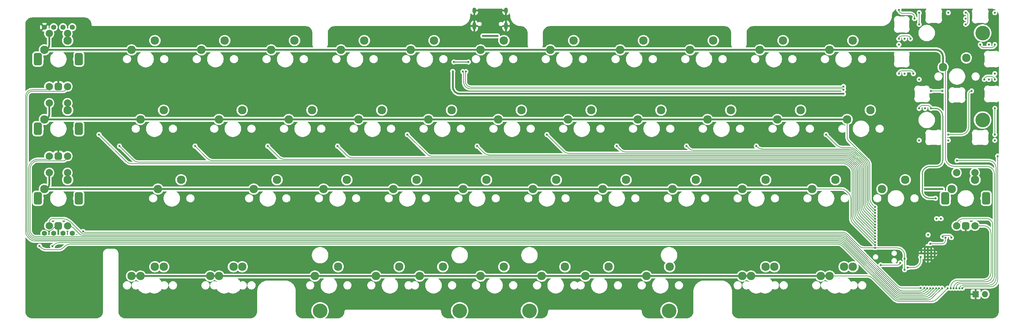
<source format=gbr>
%TF.GenerationSoftware,KiCad,Pcbnew,8.0.9*%
%TF.CreationDate,2025-11-23T23:32:43+01:00*%
%TF.ProjectId,eurovISOn REV,6575726f-7649-4534-9f6e-205245562e6b,rev?*%
%TF.SameCoordinates,Original*%
%TF.FileFunction,Copper,L1,Top*%
%TF.FilePolarity,Positive*%
%FSLAX46Y46*%
G04 Gerber Fmt 4.6, Leading zero omitted, Abs format (unit mm)*
G04 Created by KiCad (PCBNEW 8.0.9) date 2025-11-23 23:32:43*
%MOMM*%
%LPD*%
G01*
G04 APERTURE LIST*
G04 Aperture macros list*
%AMRoundRect*
0 Rectangle with rounded corners*
0 $1 Rounding radius*
0 $2 $3 $4 $5 $6 $7 $8 $9 X,Y pos of 4 corners*
0 Add a 4 corners polygon primitive as box body*
4,1,4,$2,$3,$4,$5,$6,$7,$8,$9,$2,$3,0*
0 Add four circle primitives for the rounded corners*
1,1,$1+$1,$2,$3*
1,1,$1+$1,$4,$5*
1,1,$1+$1,$6,$7*
1,1,$1+$1,$8,$9*
0 Add four rect primitives between the rounded corners*
20,1,$1+$1,$2,$3,$4,$5,0*
20,1,$1+$1,$4,$5,$6,$7,0*
20,1,$1+$1,$6,$7,$8,$9,0*
20,1,$1+$1,$8,$9,$2,$3,0*%
G04 Aperture macros list end*
%TA.AperFunction,ComponentPad*%
%ADD10C,2.300000*%
%TD*%
%TA.AperFunction,ComponentPad*%
%ADD11C,1.397000*%
%TD*%
%TA.AperFunction,ComponentPad*%
%ADD12C,4.000000*%
%TD*%
%TA.AperFunction,ComponentPad*%
%ADD13C,2.000000*%
%TD*%
%TA.AperFunction,ComponentPad*%
%ADD14RoundRect,0.500000X0.500000X-0.500000X0.500000X0.500000X-0.500000X0.500000X-0.500000X-0.500000X0*%
%TD*%
%TA.AperFunction,ComponentPad*%
%ADD15RoundRect,0.550000X0.550000X-1.150000X0.550000X1.150000X-0.550000X1.150000X-0.550000X-1.150000X0*%
%TD*%
%TA.AperFunction,ComponentPad*%
%ADD16C,0.600000*%
%TD*%
%TA.AperFunction,HeatsinkPad*%
%ADD17O,1.000000X1.600000*%
%TD*%
%TA.AperFunction,HeatsinkPad*%
%ADD18O,1.000000X2.100000*%
%TD*%
%TA.AperFunction,ComponentPad*%
%ADD19R,1.700000X1.700000*%
%TD*%
%TA.AperFunction,ComponentPad*%
%ADD20O,1.700000X1.700000*%
%TD*%
%TA.AperFunction,ViaPad*%
%ADD21C,0.600000*%
%TD*%
%TA.AperFunction,Conductor*%
%ADD22C,0.200000*%
%TD*%
%TA.AperFunction,Conductor*%
%ADD23C,0.500000*%
%TD*%
%TA.AperFunction,Conductor*%
%ADD24C,0.250000*%
%TD*%
G04 APERTURE END LIST*
D10*
%TO.P,MX49,1,1*%
%TO.N,ROW3*%
X108902500Y-91122500D03*
%TO.P,MX49,2,2*%
%TO.N,Net-(D42-K)*%
X115252500Y-88582500D03*
%TD*%
%TO.P,MX3,1,1*%
%TO.N,ROW0*%
X61277500Y-29210000D03*
%TO.P,MX3,2,2*%
%TO.N,Net-(D3-K)*%
X67627500Y-26670000D03*
%TD*%
%TO.P,MX18,1,1*%
%TO.N,ROW1*%
X104140000Y-48260000D03*
%TO.P,MX18,2,2*%
%TO.N,Net-(D18-K)*%
X110490000Y-45720000D03*
%TD*%
%TO.P,MX43,1,1*%
%TO.N,ROW3*%
X154146250Y-91122500D03*
%TO.P,MX43,2,2*%
%TO.N,Net-(D43-K)*%
X160496250Y-88582500D03*
%TD*%
%TO.P,MX12,1,1*%
%TO.N,ROW0*%
X232727500Y-29210000D03*
%TO.P,MX12,2,2*%
%TO.N,Net-(D12-K)*%
X239077500Y-26670000D03*
%TD*%
%TO.P,MX33,1,1*%
%TO.N,ROW2*%
X170815000Y-67310000D03*
%TO.P,MX33,2,2*%
%TO.N,Net-(D33-K)*%
X177165000Y-64770000D03*
%TD*%
%TO.P,MX4,1,1*%
%TO.N,ROW0*%
X80327500Y-29210000D03*
%TO.P,MX4,2,2*%
%TO.N,Net-(D4-K)*%
X86677500Y-26670000D03*
%TD*%
D11*
%TO.P,OL2,1,SDA*%
%TO.N,SDA*%
X18415000Y-79375000D03*
%TO.P,OL2,2,SCL*%
%TO.N,SCL*%
X20955000Y-79375000D03*
%TO.P,OL2,3,VCC*%
%TO.N,+3V3*%
X23495000Y-79375000D03*
%TO.P,OL2,4,GND*%
%TO.N,GND*%
X26035000Y-79375000D03*
%TD*%
D10*
%TO.P,MX51,1,1*%
%TO.N,ROW3*%
X208915000Y-91122500D03*
%TO.P,MX51,2,2*%
%TO.N,Net-(D45-K)*%
X215265000Y-88582500D03*
%TD*%
%TO.P,MX24,1,1*%
%TO.N,ROW1*%
X218440000Y-48260000D03*
%TO.P,MX24,2,2*%
%TO.N,Net-(D24-K)*%
X224790000Y-45720000D03*
%TD*%
%TO.P,MX13,1,1*%
%TO.N,ROW0*%
X263683750Y-33972500D03*
%TO.P,MX13,2,2*%
%TO.N,Net-(D13-K)*%
X270033750Y-31432500D03*
%TD*%
D12*
%TO.P,S1,*%
%TO.N,*%
X274478750Y-24606250D03*
X274478750Y-48418750D03*
%TD*%
D10*
%TO.P,MX48,1,1*%
%TO.N,ROW3*%
X63658750Y-91122500D03*
%TO.P,MX48,2,2*%
%TO.N,Net-(D40-K)*%
X70008750Y-88582500D03*
%TD*%
%TO.P,MX27,1,1*%
%TO.N,ROW2*%
X49371250Y-67310000D03*
%TO.P,MX27,2,2*%
%TO.N,Net-(D27-K)*%
X55721250Y-64770000D03*
%TD*%
D13*
%TO.P,SW3,A,A*%
%TO.N,rA*%
X19725000Y-39250000D03*
%TO.P,SW3,B,B*%
%TO.N,rB*%
X24725000Y-39250000D03*
D14*
%TO.P,SW3,C,C*%
%TO.N,GND*%
X22225000Y-39250000D03*
D15*
%TO.P,SW3,MP*%
%TO.N,N/C*%
X16625000Y-31750000D03*
X27825000Y-31750000D03*
D13*
%TO.P,SW3,S1,S1*%
%TO.N,r1*%
X24725000Y-24750000D03*
%TO.P,SW3,S2,S2*%
%TO.N,ROW0*%
X19725000Y-24750000D03*
%TD*%
D10*
%TO.P,MX38,1,1*%
%TO.N,ROW2*%
X266065000Y-67310000D03*
%TO.P,MX38,2,2*%
%TO.N,r4*%
X272415000Y-64770000D03*
%TD*%
D13*
%TO.P,SW6,A,A*%
%TO.N,rE*%
X19725000Y-77350000D03*
%TO.P,SW6,B,B*%
%TO.N,rF*%
X24725000Y-77350000D03*
D14*
%TO.P,SW6,C,C*%
%TO.N,GND*%
X22225000Y-77350000D03*
D15*
%TO.P,SW6,MP*%
%TO.N,N/C*%
X16625000Y-69850000D03*
X27825000Y-69850000D03*
D13*
%TO.P,SW6,S1,S1*%
%TO.N,r3*%
X24725000Y-62850000D03*
%TO.P,SW6,S2,S2*%
%TO.N,ROW2*%
X19725000Y-62850000D03*
%TD*%
D10*
%TO.P,MX34,1,1*%
%TO.N,ROW2*%
X189865000Y-67310000D03*
%TO.P,MX34,2,2*%
%TO.N,Net-(D34-K)*%
X196215000Y-64770000D03*
%TD*%
%TO.P,MX14,1,1*%
%TO.N,ROW1*%
X18415000Y-48260000D03*
%TO.P,MX14,2,2*%
%TO.N,r2*%
X24765000Y-45720000D03*
%TD*%
%TO.P,MX2,1,1*%
%TO.N,ROW0*%
X42227500Y-29210000D03*
%TO.P,MX2,2,2*%
%TO.N,Net-(D2-K)*%
X48577500Y-26670000D03*
%TD*%
%TO.P,MX52,1,1*%
%TO.N,ROW3*%
X230346250Y-91122500D03*
%TO.P,MX52,2,2*%
%TO.N,Net-(D46-K)*%
X236696250Y-88582500D03*
%TD*%
D12*
%TO.P,S3,*%
%TO.N,*%
X188912500Y-100647500D03*
X150812500Y-100647500D03*
%TD*%
D10*
%TO.P,MX53,1,1*%
%TO.N,ROW3*%
X166052500Y-91122500D03*
%TO.P,MX53,2,2*%
%TO.N,Net-(D43-K)*%
X172402500Y-88582500D03*
%TD*%
%TO.P,MX23,1,1*%
%TO.N,ROW1*%
X199390000Y-48260000D03*
%TO.P,MX23,2,2*%
%TO.N,Net-(D23-K)*%
X205740000Y-45720000D03*
%TD*%
%TO.P,MX47,1,1*%
%TO.N,ROW3*%
X42227500Y-91122500D03*
%TO.P,MX47,2,2*%
%TO.N,Net-(D39-K)*%
X48577500Y-88582500D03*
%TD*%
%TO.P,MX31,1,1*%
%TO.N,ROW2*%
X132715000Y-67310000D03*
%TO.P,MX31,2,2*%
%TO.N,Net-(D31-K)*%
X139065000Y-64770000D03*
%TD*%
D13*
%TO.P,SW4,A,A*%
%TO.N,rC*%
X19725000Y-58300000D03*
%TO.P,SW4,B,B*%
%TO.N,rD*%
X24725000Y-58300000D03*
D14*
%TO.P,SW4,C,C*%
%TO.N,GND*%
X22225000Y-58300000D03*
D15*
%TO.P,SW4,MP*%
%TO.N,N/C*%
X16625000Y-50800000D03*
X27825000Y-50800000D03*
D13*
%TO.P,SW4,S1,S1*%
%TO.N,r2*%
X24725000Y-43800000D03*
%TO.P,SW4,S2,S2*%
%TO.N,ROW1*%
X19725000Y-43800000D03*
%TD*%
D10*
%TO.P,MX11,1,1*%
%TO.N,ROW0*%
X213677500Y-29210000D03*
%TO.P,MX11,2,2*%
%TO.N,Net-(D11-K)*%
X220027500Y-26670000D03*
%TD*%
%TO.P,MX40,1,1*%
%TO.N,ROW3*%
X66040000Y-91122500D03*
%TO.P,MX40,2,2*%
%TO.N,Net-(D40-K)*%
X72390000Y-88582500D03*
%TD*%
%TO.P,MX42,1,1*%
%TO.N,ROW3*%
X120808750Y-91122500D03*
%TO.P,MX42,2,2*%
%TO.N,Net-(D42-K)*%
X127158750Y-88582500D03*
%TD*%
%TO.P,MX50,1,1*%
%TO.N,ROW3*%
X137477500Y-91122500D03*
%TO.P,MX50,2,2*%
%TO.N,Net-(D43-K)*%
X143827500Y-88582500D03*
%TD*%
%TO.P,MX5,1,1*%
%TO.N,ROW0*%
X99377500Y-29210000D03*
%TO.P,MX5,2,2*%
%TO.N,Net-(D5-K)*%
X105727500Y-26670000D03*
%TD*%
%TO.P,MX17,1,1*%
%TO.N,ROW1*%
X85090000Y-48260000D03*
%TO.P,MX17,2,2*%
%TO.N,Net-(D17-K)*%
X91440000Y-45720000D03*
%TD*%
%TO.P,MX9,1,1*%
%TO.N,ROW0*%
X175577500Y-29210000D03*
%TO.P,MX9,2,2*%
%TO.N,Net-(D9-K)*%
X181927500Y-26670000D03*
%TD*%
%TO.P,MX16,1,1*%
%TO.N,ROW1*%
X66040000Y-48260000D03*
%TO.P,MX16,2,2*%
%TO.N,Net-(D16-K)*%
X72390000Y-45720000D03*
%TD*%
%TO.P,MX37,1,1*%
%TO.N,ROW2*%
X247015000Y-67310000D03*
%TO.P,MX37,2,2*%
%TO.N,Net-(D37-K)*%
X253365000Y-64770000D03*
%TD*%
%TO.P,MX25,1,1*%
%TO.N,ROW1*%
X237490000Y-48260000D03*
%TO.P,MX25,2,2*%
%TO.N,Net-(D25-K)*%
X243840000Y-45720000D03*
%TD*%
D12*
%TO.P,S2,*%
%TO.N,*%
X131762500Y-100647500D03*
X93662500Y-100647500D03*
%TD*%
D10*
%TO.P,MX28,1,1*%
%TO.N,ROW2*%
X75565000Y-67310000D03*
%TO.P,MX28,2,2*%
%TO.N,Net-(D28-K)*%
X81915000Y-64770000D03*
%TD*%
%TO.P,MX39,1,1*%
%TO.N,ROW3*%
X44608750Y-91122500D03*
%TO.P,MX39,2,2*%
%TO.N,Net-(D39-K)*%
X50958750Y-88582500D03*
%TD*%
%TO.P,MX26,1,1*%
%TO.N,ROW2*%
X18415000Y-67310000D03*
%TO.P,MX26,2,2*%
%TO.N,r3*%
X24765000Y-64770000D03*
%TD*%
D11*
%TO.P,OL1,1,SDA*%
%TO.N,SDA*%
X26035000Y-23018750D03*
%TO.P,OL1,2,SCL*%
%TO.N,SCL*%
X23495000Y-23018750D03*
%TO.P,OL1,3,VCC*%
%TO.N,+3V3*%
X20955000Y-23018750D03*
%TO.P,OL1,4,GND*%
%TO.N,GND*%
X18415000Y-23018750D03*
%TD*%
D12*
%TO.P,S4,*%
%TO.N,*%
X188912500Y-100647500D03*
X93662500Y-100647500D03*
%TD*%
D10*
%TO.P,MX22,1,1*%
%TO.N,ROW1*%
X180340000Y-48260000D03*
%TO.P,MX22,2,2*%
%TO.N,Net-(D22-K)*%
X186690000Y-45720000D03*
%TD*%
%TO.P,MX36,1,1*%
%TO.N,ROW2*%
X227965000Y-67310000D03*
%TO.P,MX36,2,2*%
%TO.N,Net-(D36-K)*%
X234315000Y-64770000D03*
%TD*%
%TO.P,MX8,1,1*%
%TO.N,ROW0*%
X156527500Y-29210000D03*
%TO.P,MX8,2,2*%
%TO.N,Net-(D8-K)*%
X162877500Y-26670000D03*
%TD*%
%TO.P,MX10,1,1*%
%TO.N,ROW0*%
X194627500Y-29210000D03*
%TO.P,MX10,2,2*%
%TO.N,Net-(D10-K)*%
X200977500Y-26670000D03*
%TD*%
%TO.P,MX44,1,1*%
%TO.N,ROW3*%
X182721250Y-91122500D03*
%TO.P,MX44,2,2*%
%TO.N,Net-(D44-K)*%
X189071250Y-88582500D03*
%TD*%
%TO.P,MX32,1,1*%
%TO.N,ROW2*%
X151765000Y-67310000D03*
%TO.P,MX32,2,2*%
%TO.N,Net-(D32-K)*%
X158115000Y-64770000D03*
%TD*%
%TO.P,MX45,1,1*%
%TO.N,ROW3*%
X211296250Y-91122500D03*
%TO.P,MX45,2,2*%
%TO.N,Net-(D45-K)*%
X217646250Y-88582500D03*
%TD*%
%TO.P,MX41,1,1*%
%TO.N,ROW3*%
X92233750Y-91122500D03*
%TO.P,MX41,2,2*%
%TO.N,Net-(D41-K)*%
X98583750Y-88582500D03*
%TD*%
%TO.P,MX46,1,1*%
%TO.N,ROW3*%
X232727500Y-91122500D03*
%TO.P,MX46,2,2*%
%TO.N,Net-(D46-K)*%
X239077500Y-88582500D03*
%TD*%
%TO.P,MX35,1,1*%
%TO.N,ROW2*%
X208915000Y-67310000D03*
%TO.P,MX35,2,2*%
%TO.N,Net-(D35-K)*%
X215265000Y-64770000D03*
%TD*%
%TO.P,MX21,1,1*%
%TO.N,ROW1*%
X161290000Y-48260000D03*
%TO.P,MX21,2,2*%
%TO.N,Net-(D21-K)*%
X167640000Y-45720000D03*
%TD*%
%TO.P,MX20,1,1*%
%TO.N,ROW1*%
X142240000Y-48260000D03*
%TO.P,MX20,2,2*%
%TO.N,Net-(D20-K)*%
X148590000Y-45720000D03*
%TD*%
%TO.P,MX15,1,1*%
%TO.N,ROW1*%
X44608750Y-48260000D03*
%TO.P,MX15,2,2*%
%TO.N,Net-(D15-K)*%
X50958750Y-45720000D03*
%TD*%
%TO.P,MX29,1,1*%
%TO.N,ROW2*%
X94615000Y-67310000D03*
%TO.P,MX29,2,2*%
%TO.N,Net-(D29-K)*%
X100965000Y-64770000D03*
%TD*%
%TO.P,MX30,1,1*%
%TO.N,ROW2*%
X113665000Y-67310000D03*
%TO.P,MX30,2,2*%
%TO.N,Net-(D30-K)*%
X120015000Y-64770000D03*
%TD*%
%TO.P,MX1,1,1*%
%TO.N,ROW0*%
X18415000Y-29210000D03*
%TO.P,MX1,2,2*%
%TO.N,r1*%
X24765000Y-26670000D03*
%TD*%
D13*
%TO.P,SW5,A,A*%
%TO.N,rG*%
X267375000Y-77350000D03*
%TO.P,SW5,B,B*%
%TO.N,rH*%
X272375000Y-77350000D03*
D14*
%TO.P,SW5,C,C*%
%TO.N,GND*%
X269875000Y-77350000D03*
D15*
%TO.P,SW5,MP*%
%TO.N,N/C*%
X264275000Y-69850000D03*
X275475000Y-69850000D03*
D13*
%TO.P,SW5,S1,S1*%
%TO.N,r4*%
X272375000Y-62850000D03*
%TO.P,SW5,S2,S2*%
%TO.N,ROW2*%
X267375000Y-62850000D03*
%TD*%
D10*
%TO.P,MX19,1,1*%
%TO.N,ROW1*%
X123190000Y-48260000D03*
%TO.P,MX19,2,2*%
%TO.N,Net-(D19-K)*%
X129540000Y-45720000D03*
%TD*%
%TO.P,MX6,1,1*%
%TO.N,ROW0*%
X118427500Y-29210000D03*
%TO.P,MX6,2,2*%
%TO.N,Net-(D6-K)*%
X124777500Y-26670000D03*
%TD*%
%TO.P,MX7,1,1*%
%TO.N,ROW0*%
X137477500Y-29210000D03*
%TO.P,MX7,2,2*%
%TO.N,Net-(D7-K)*%
X143827500Y-26670000D03*
%TD*%
D16*
%TO.P,U3,57,GND*%
%TO.N,GND*%
X259556250Y-86734372D03*
X260457811Y-85832811D03*
X261359372Y-84931250D03*
X258654689Y-85832811D03*
X259556250Y-84931250D03*
X260457811Y-84029689D03*
X257753128Y-84931250D03*
X258654689Y-84029689D03*
X259556250Y-83128128D03*
%TD*%
D17*
%TO.P,J1,S1,SHIELD*%
%TO.N,GND*%
X135766650Y-18492500D03*
D18*
X135766650Y-22672500D03*
D17*
X144406650Y-18492500D03*
D18*
X144406650Y-22672500D03*
%TD*%
D19*
%TO.P,SW2,1,1*%
%TO.N,GND*%
X272593750Y-96068750D03*
D20*
%TO.P,SW2,2,2*%
%TO.N,/~{USB_BOOT}*%
X275133750Y-96068750D03*
%TD*%
D21*
%TO.N,ROW0*%
X267356259Y-94456250D03*
%TO.N,ROW1*%
X245112500Y-72231250D03*
%TO.N,ROW2*%
X258762500Y-67310000D03*
X245112500Y-82631289D03*
X263525000Y-67310000D03*
%TO.N,ROW3*%
X264956250Y-94456250D03*
%TO.N,COL0*%
X33337500Y-52387500D03*
X245112500Y-81831286D03*
%TO.N,COL1*%
X38893750Y-55562500D03*
X245112500Y-81031283D03*
%TO.N,COL2*%
X59531250Y-55562500D03*
X245112500Y-80231280D03*
%TO.N,COL3*%
X79375000Y-55562500D03*
X245112500Y-79431277D03*
%TO.N,COL4*%
X98425000Y-55562500D03*
X245112500Y-78631274D03*
%TO.N,COL5*%
X245112500Y-77831271D03*
X117475000Y-52387500D03*
%TO.N,COL6*%
X136525000Y-55562500D03*
X245112500Y-77031268D03*
%TO.N,COL8*%
X245112500Y-75431262D03*
X174625000Y-55562500D03*
%TO.N,COL9*%
X193675000Y-55562500D03*
X245112500Y-74631259D03*
%TO.N,COL10*%
X245112500Y-73831256D03*
X212725000Y-55562500D03*
%TO.N,COL11*%
X231775000Y-52387500D03*
X245112500Y-73031253D03*
%TO.N,COL12*%
X267493750Y-59531250D03*
X268156262Y-94456250D03*
%TO.N,SDA*%
X17079344Y-82898567D03*
X263400015Y-94456250D03*
%TO.N,GND*%
X22225000Y-79375000D03*
X131744200Y-23025000D03*
X245112500Y-84231295D03*
X22225000Y-60325000D03*
X252617862Y-79800452D03*
X276411376Y-58283311D03*
X261428388Y-73376272D03*
X276562418Y-21644718D03*
X265112500Y-20637500D03*
X237331250Y-42862500D03*
X271006250Y-96068750D03*
X256243362Y-77507465D03*
X268131250Y-79375000D03*
X269718750Y-82550000D03*
X266560190Y-78973613D03*
X271462500Y-42862500D03*
X253206250Y-27781250D03*
X269875000Y-79375000D03*
X17462500Y-24606250D03*
X261421501Y-74354097D03*
X257175000Y-52387500D03*
X276225000Y-45243750D03*
X249869033Y-90266960D03*
X264174334Y-92878058D03*
X271462500Y-50800000D03*
X258762500Y-37306250D03*
X249081250Y-84231295D03*
X237331250Y-36512500D03*
X17462500Y-78581250D03*
X250672245Y-90966880D03*
X148421795Y-23023714D03*
X241300000Y-38100000D03*
X276225000Y-35718750D03*
X261627520Y-68262500D03*
X266896397Y-87498567D03*
X253206250Y-18262500D03*
X257092648Y-76809674D03*
X260485873Y-75783823D03*
X265783921Y-78174970D03*
X259563136Y-75735621D03*
X255977100Y-90021094D03*
X260271882Y-71726716D03*
X272756193Y-58774225D03*
X22225000Y-41275000D03*
%TO.N,+3V3*%
X259602630Y-79857281D03*
X253192565Y-86393106D03*
X263569992Y-80350763D03*
X253192565Y-89412796D03*
X265956280Y-80619134D03*
X28950045Y-78888037D03*
X245112500Y-83431292D03*
%TO.N,rA*%
X261800009Y-94456250D03*
%TO.N,rB*%
X261000006Y-94456250D03*
%TO.N,rD*%
X259400000Y-94456250D03*
%TO.N,rC*%
X260200003Y-94456250D03*
%TO.N,rF*%
X258575734Y-94431987D03*
%TO.N,rE*%
X257618750Y-94422014D03*
%TO.N,rG*%
X266556256Y-94456250D03*
%TO.N,rH*%
X265756253Y-94456250D03*
%TO.N,+1V1*%
X264323635Y-80619134D03*
X260236915Y-82253897D03*
X257596325Y-85941175D03*
X254045314Y-88810398D03*
%TO.N,+5V*%
X251618750Y-26193750D03*
X265112500Y-53975000D03*
X260350000Y-40481250D03*
X130166800Y-32541700D03*
X257175000Y-19050000D03*
X257175000Y-22225000D03*
X269875000Y-22225000D03*
X254793750Y-26193750D03*
X257175000Y-45243750D03*
X277812500Y-27781250D03*
X134135300Y-32541700D03*
X236522600Y-41272400D03*
X260350000Y-45243750D03*
X263525000Y-40481250D03*
X277812500Y-37306250D03*
X274945858Y-37306250D03*
X277812500Y-53975000D03*
X269875000Y-19050000D03*
X129873100Y-35122536D03*
X261627520Y-69850000D03*
X255587500Y-35718750D03*
X273843750Y-27781250D03*
X251618750Y-35718750D03*
%TO.N,SWD*%
X246700000Y-88106250D03*
X251964356Y-87506250D03*
%TO.N,D_P*%
X263125000Y-75406250D03*
X133472900Y-35167115D03*
X236522600Y-39260000D03*
%TO.N,D_N*%
X132622900Y-35167115D03*
X261938742Y-75426908D03*
X236522600Y-40110000D03*
%TO.N,COL7*%
X155575000Y-52387500D03*
X245112500Y-76231265D03*
%TO.N,SCL*%
X262600012Y-94456250D03*
X20637500Y-82943750D03*
%TO.N,RGB MCU*%
X268956265Y-94456250D03*
X278600000Y-58294739D03*
%TO.N,Net-(LED1-DOUT)*%
X277812500Y-45243750D03*
X277812500Y-52387500D03*
%TO.N,Net-(LED2-DOUT)*%
X276225000Y-37306250D03*
X277812500Y-35718750D03*
%TO.N,Net-(LED3-DOUT)*%
X277812500Y-19050000D03*
X276225000Y-27781250D03*
%TO.N,Net-(LED4-DOUT)*%
X265112500Y-19050000D03*
X269875000Y-20637500D03*
%TO.N,Net-(LED5-DOUT)*%
X255925000Y-20637500D03*
X251618750Y-18262500D03*
%TO.N,Net-(LED6-DOUT)*%
X251618750Y-27781250D03*
X253206250Y-26193750D03*
%TO.N,Net-(LED7-DOUT)*%
X253206250Y-35718750D03*
X257175000Y-37306250D03*
%TO.N,Net-(LED8-DOUT)*%
X257175000Y-53975000D03*
X258762500Y-45243750D03*
%TO.N,Net-(LED10-DIN)*%
X265112500Y-52387500D03*
X271462500Y-40481250D03*
%TO.N,VBUS*%
X138103800Y-25398400D03*
X142072300Y-25398400D03*
%TD*%
D22*
%TO.N,ROW0*%
X266700000Y-61118750D02*
X275702681Y-61118750D01*
X275702681Y-93203393D02*
X268287500Y-93203393D01*
D23*
X232751353Y-29186147D02*
X261683750Y-29186147D01*
X42227500Y-29210000D02*
X18415000Y-29210000D01*
D22*
X267356259Y-94134634D02*
X267356259Y-94456250D01*
X277702681Y-63118750D02*
X277702681Y-91203393D01*
D23*
X263683750Y-31186147D02*
X263683750Y-33972500D01*
X232727500Y-29210000D02*
X42227500Y-29210000D01*
D22*
X264318750Y-58737500D02*
X264318750Y-34607500D01*
D23*
X19725000Y-27900000D02*
X19725000Y-24750000D01*
X232751353Y-29186147D02*
X232727500Y-29210000D01*
D22*
X275702681Y-61118750D02*
G75*
G02*
X277702650Y-63118750I19J-1999950D01*
G01*
D23*
X18415000Y-29210000D02*
G75*
G03*
X19725000Y-27900000I0J1310000D01*
G01*
D22*
X266700000Y-61118750D02*
G75*
G02*
X264318750Y-58737500I0J2381250D01*
G01*
D23*
X261683750Y-29186147D02*
G75*
G02*
X263683753Y-31186147I50J-1999953D01*
G01*
D22*
X275702681Y-93203393D02*
G75*
G03*
X277702693Y-91203393I19J1999993D01*
G01*
X264318750Y-34607500D02*
G75*
G03*
X263683750Y-33972550I-634950J0D01*
G01*
X268287500Y-93203393D02*
G75*
G03*
X267356293Y-94134634I0J-931207D01*
G01*
D23*
%TO.N,ROW1*%
X44608750Y-48260000D02*
X237490000Y-48260000D01*
X44608750Y-48260000D02*
X18415000Y-48260000D01*
D22*
X237490000Y-48260000D02*
X237490000Y-52867093D01*
X244304537Y-71423287D02*
X245112500Y-72231250D01*
D23*
X19725000Y-46950000D02*
X19725000Y-43800000D01*
D22*
X238075787Y-54281307D02*
X243132964Y-59338484D01*
X243718750Y-60752697D02*
X243718750Y-70009073D01*
X243132964Y-59338484D02*
G75*
G02*
X243718767Y-60752697I-1414164J-1414216D01*
G01*
X244304537Y-71423287D02*
G75*
G02*
X243718755Y-70009073I1414163J1414187D01*
G01*
D23*
X18415000Y-48260000D02*
G75*
G03*
X19725000Y-46950000I0J1310000D01*
G01*
D22*
X237490000Y-52867093D02*
G75*
G03*
X238075783Y-54281311I2000000J-7D01*
G01*
D23*
%TO.N,ROW2*%
X263525000Y-67310000D02*
X263525000Y-67319913D01*
D22*
X239098287Y-76665602D02*
X245063974Y-82631289D01*
X238512500Y-69884677D02*
X238512500Y-75251388D01*
X227965000Y-67310000D02*
X235937823Y-67310000D01*
D23*
X258762500Y-67319913D02*
X258762500Y-67310000D01*
D22*
X245063974Y-82631289D02*
X245112500Y-82631289D01*
D23*
X263525000Y-67319913D02*
X258762500Y-67319913D01*
X19725000Y-66000000D02*
X19725000Y-62850000D01*
D22*
X237352037Y-67895787D02*
X237926714Y-68470464D01*
D23*
X18415000Y-67310000D02*
X49371250Y-67310000D01*
X49371250Y-67310000D02*
X227806250Y-67310000D01*
D22*
X239098287Y-76665602D02*
G75*
G02*
X238512509Y-75251388I1414213J1414202D01*
G01*
X235937823Y-67310000D02*
G75*
G02*
X237352026Y-67895798I-23J-2000000D01*
G01*
X238512500Y-69884677D02*
G75*
G03*
X237926703Y-68470475I-2000000J-23D01*
G01*
D23*
X18415000Y-67310000D02*
G75*
G03*
X19725000Y-66000000I0J1310000D01*
G01*
D22*
%TO.N,ROW3*%
X261948287Y-97464213D02*
X264956250Y-94456250D01*
X251650577Y-98050000D02*
X260534073Y-98050000D01*
D23*
X42227500Y-91122500D02*
X232727500Y-91122500D01*
D22*
X244480437Y-91708287D02*
X250236364Y-97464214D01*
X232727500Y-91122500D02*
X243066223Y-91122500D01*
X261948287Y-97464213D02*
G75*
G02*
X260534073Y-98049981I-1414187J1414213D01*
G01*
X250236364Y-97464214D02*
G75*
G03*
X251650577Y-98050016I1414236J1414214D01*
G01*
X244480437Y-91708287D02*
G75*
G03*
X243066223Y-91122484I-1414237J-1414213D01*
G01*
%TO.N,COL0*%
X238597046Y-61624232D02*
X238646183Y-61688269D01*
X238131533Y-61134522D02*
X238424554Y-61427543D01*
X238125000Y-61118750D02*
X238131533Y-61134522D01*
X238800768Y-61990246D02*
X238830514Y-62062060D01*
X245063974Y-81831286D02*
X245112500Y-81831286D01*
X238912500Y-62508403D02*
X238912500Y-74851385D01*
X33337500Y-52387500D02*
X40720464Y-59770464D01*
X237948287Y-60942037D02*
X238125000Y-61118750D01*
X238901669Y-62393740D02*
X238912207Y-62473797D01*
X238646183Y-61688269D02*
X238685057Y-61755602D01*
X238830514Y-62062060D02*
X238850633Y-62137150D01*
X42134677Y-60356250D02*
X236534073Y-60356250D01*
X239498287Y-76265599D02*
X245063974Y-81831286D01*
X238912207Y-62473797D02*
X238912282Y-62478861D01*
X238912500Y-74851385D02*
G75*
G03*
X239498279Y-76265607I2000000J-15D01*
G01*
X238424554Y-61427543D02*
G75*
G02*
X238597047Y-61624232I-1414254J-1414257D01*
G01*
X238800768Y-61990246D02*
G75*
G03*
X238685056Y-61755603I-1847968J-765454D01*
G01*
X238850633Y-62137150D02*
G75*
G02*
X238901671Y-62393740I-1931933J-517650D01*
G01*
X236534073Y-60356250D02*
G75*
G02*
X237948290Y-60942034I27J-1999950D01*
G01*
X40720464Y-59770464D02*
G75*
G03*
X42134677Y-60356281I1414236J1414164D01*
G01*
X238912500Y-62508403D02*
G75*
G03*
X238912283Y-62478861I-2020400J-97D01*
G01*
%TO.N,COL1*%
X239312500Y-64300000D02*
X239312500Y-74451382D01*
X44115927Y-59956250D02*
X236699759Y-59956250D01*
X238113973Y-60542037D02*
X238732964Y-61161028D01*
X239318750Y-64293750D02*
X239312500Y-64300000D01*
X239898287Y-75865596D02*
X245063974Y-81031283D01*
X38893750Y-55562500D02*
X42701713Y-59370463D01*
X245063974Y-81031283D02*
X245112500Y-81031283D01*
X239318750Y-62575241D02*
X239318750Y-64293750D01*
X236699759Y-59956250D02*
G75*
G02*
X238113983Y-60542027I41J-1999950D01*
G01*
X42701713Y-59370463D02*
G75*
G03*
X44115927Y-59956245I1414187J1414163D01*
G01*
X238732964Y-61161028D02*
G75*
G02*
X239318736Y-62575241I-1414164J-1414172D01*
G01*
X239898287Y-75865596D02*
G75*
G02*
X239312513Y-74451382I1414213J1414196D01*
G01*
%TO.N,COL2*%
X59531250Y-55562500D02*
X62939214Y-58970464D01*
X238279659Y-60142037D02*
X239132964Y-60995342D01*
X239718750Y-62409555D02*
X239718750Y-74057629D01*
X245063974Y-80231280D02*
X245112500Y-80231280D01*
X64353427Y-59556250D02*
X236865445Y-59556250D01*
X240304537Y-75471843D02*
X245063974Y-80231280D01*
X236865445Y-59556250D02*
G75*
G02*
X238279626Y-60142070I-45J-1999950D01*
G01*
X239718750Y-74057629D02*
G75*
G03*
X240304562Y-75471818I1999950J29D01*
G01*
X62939214Y-58970464D02*
G75*
G03*
X64353427Y-59556245I1414186J1414164D01*
G01*
X239132964Y-60995342D02*
G75*
G02*
X239718796Y-62409555I-1414164J-1414258D01*
G01*
%TO.N,COL3*%
X240704537Y-75071840D02*
X245063974Y-79431277D01*
X83797177Y-59156250D02*
X237031131Y-59156250D01*
X240118750Y-62243869D02*
X240118750Y-73657626D01*
X245063974Y-79431277D02*
X245112500Y-79431277D01*
X238445345Y-59742037D02*
X239532964Y-60829656D01*
X79375000Y-55562500D02*
X82382964Y-58570464D01*
X82382964Y-58570464D02*
G75*
G03*
X83797177Y-59156281I1414236J1414164D01*
G01*
X237031131Y-59156250D02*
G75*
G02*
X238445319Y-59742063I-31J-1999950D01*
G01*
X240704537Y-75071840D02*
G75*
G02*
X240118717Y-73657626I1414163J1414240D01*
G01*
X239532964Y-60829656D02*
G75*
G02*
X240118786Y-62243869I-1414164J-1414244D01*
G01*
%TO.N,COL4*%
X102447177Y-58756250D02*
X237196817Y-58756250D01*
X98425000Y-55562500D02*
X101032964Y-58170464D01*
X241104537Y-74671837D02*
X245063974Y-78631274D01*
X240518750Y-62078183D02*
X240518750Y-73257623D01*
X238611031Y-59342037D02*
X239932964Y-60663970D01*
X245063974Y-78631274D02*
X245112500Y-78631274D01*
X101032964Y-58170464D02*
G75*
G03*
X102447177Y-58756281I1414236J1414164D01*
G01*
X237196817Y-58756250D02*
G75*
G02*
X238611012Y-59342056I-17J-1999950D01*
G01*
X239932964Y-60663970D02*
G75*
G02*
X240518777Y-62078183I-1414164J-1414230D01*
G01*
X240518750Y-73257623D02*
G75*
G03*
X241104559Y-74671815I1999950J23D01*
G01*
%TO.N,COL5*%
X240918750Y-61912497D02*
X240918750Y-72857620D01*
X117475000Y-52387500D02*
X122857964Y-57770464D01*
X238776717Y-58942037D02*
X240332964Y-60498284D01*
X241504537Y-74271834D02*
X245063974Y-77831271D01*
X124272177Y-58356250D02*
X237362503Y-58356250D01*
X245063974Y-77831271D02*
X245112500Y-77831271D01*
X237362503Y-58356250D02*
G75*
G02*
X238776705Y-58942049I-3J-1999950D01*
G01*
X241504537Y-74271834D02*
G75*
G02*
X240918721Y-72857620I1414163J1414234D01*
G01*
X240332964Y-60498284D02*
G75*
G02*
X240918767Y-61912497I-1414164J-1414216D01*
G01*
X122857964Y-57770464D02*
G75*
G03*
X124272177Y-58356281I1414236J1414164D01*
G01*
%TO.N,COL6*%
X245063974Y-77031268D02*
X245112500Y-77031268D01*
X139747177Y-57956250D02*
X237528189Y-57956250D01*
X241318750Y-61746811D02*
X241318750Y-72457617D01*
X241904537Y-73871831D02*
X245063974Y-77031268D01*
X238942403Y-58542037D02*
X240732964Y-60332598D01*
X136525000Y-55562500D02*
X138332964Y-57370464D01*
X138332964Y-57370464D02*
G75*
G03*
X139747177Y-57956281I1414236J1414164D01*
G01*
X237528189Y-57956250D02*
G75*
G02*
X238942398Y-58542042I11J-1999950D01*
G01*
X241904537Y-73871831D02*
G75*
G02*
X241318723Y-72457617I1414163J1414231D01*
G01*
X240732964Y-60332598D02*
G75*
G02*
X241318757Y-61746811I-1414164J-1414202D01*
G01*
%TO.N,COL8*%
X242118750Y-61415441D02*
X242118750Y-71657611D01*
X174625000Y-55562500D02*
X175632964Y-56570464D01*
X240947186Y-59415448D02*
X241181485Y-59649749D01*
X242704537Y-73071825D02*
X245063974Y-75431262D01*
X241181491Y-59649755D02*
X241532963Y-60001227D01*
X177047177Y-57156250D02*
X237859561Y-57156250D01*
X245063974Y-75431262D02*
X245112500Y-75431262D01*
X239273775Y-57742037D02*
X240947180Y-59415442D01*
X242704537Y-73071825D02*
G75*
G02*
X242118728Y-71657611I1414163J1414225D01*
G01*
X237859561Y-57156250D02*
G75*
G02*
X239273784Y-57742028I39J-1999950D01*
G01*
X175632964Y-56570464D02*
G75*
G03*
X177047177Y-57156281I1414236J1414164D01*
G01*
X241532963Y-60001227D02*
G75*
G02*
X242118736Y-61415441I-1414163J-1414173D01*
G01*
%TO.N,COL9*%
X245063974Y-74631259D02*
X245112500Y-74631259D01*
X195697177Y-56756250D02*
X238025247Y-56756250D01*
X239439461Y-57342037D02*
X241932964Y-59835541D01*
X242518750Y-61249754D02*
X242518750Y-71257608D01*
X243104537Y-72671822D02*
X245063974Y-74631259D01*
X193675000Y-55562500D02*
X194282964Y-56170464D01*
X238025247Y-56756250D02*
G75*
G02*
X239439427Y-57342071I-47J-1999950D01*
G01*
X241932964Y-59835541D02*
G75*
G02*
X242518797Y-61249754I-1414164J-1414259D01*
G01*
X194282964Y-56170464D02*
G75*
G03*
X195697177Y-56756281I1414236J1414164D01*
G01*
X242518750Y-71257608D02*
G75*
G03*
X243104551Y-72671808I1999950J8D01*
G01*
%TO.N,COL10*%
X239526046Y-56862937D02*
X242332964Y-59669856D01*
X245063974Y-73831256D02*
X245112500Y-73831256D01*
X212725000Y-55562500D02*
X212932964Y-55770464D01*
X243504537Y-72271819D02*
X245063974Y-73831256D01*
X242918750Y-61084069D02*
X242918750Y-70857605D01*
X214347177Y-56356250D02*
X238302871Y-56356250D01*
X212932964Y-55770464D02*
G75*
G03*
X214347177Y-56356281I1414236J1414164D01*
G01*
X242918750Y-70857605D02*
G75*
G03*
X243504550Y-72271806I1999950J5D01*
G01*
X242332964Y-59669856D02*
G75*
G02*
X242918786Y-61084069I-1414164J-1414244D01*
G01*
X238302871Y-56356250D02*
G75*
G02*
X239526059Y-56862924I29J-1729750D01*
G01*
%TO.N,COL11*%
X238130031Y-55954166D02*
X238351585Y-55954166D01*
X243318750Y-60918383D02*
X243318750Y-70457602D01*
X238125000Y-55956250D02*
X238130031Y-55954166D01*
X239770831Y-56542037D02*
X242732964Y-59504170D01*
X243904537Y-71871816D02*
X245063974Y-73031253D01*
X238125000Y-55956250D02*
X238356617Y-55956250D01*
X231775000Y-52387500D02*
X234757964Y-55370464D01*
X236172177Y-55956250D02*
X238125000Y-55956250D01*
X245063974Y-73031253D02*
X245112500Y-73031253D01*
X236172177Y-55956250D02*
G75*
G02*
X234757986Y-55370442I23J1999950D01*
G01*
X243904537Y-71871816D02*
G75*
G02*
X243318734Y-70457602I1414163J1414216D01*
G01*
X242732964Y-59504170D02*
G75*
G02*
X243318777Y-60918383I-1414164J-1414230D01*
G01*
X238351585Y-55954166D02*
G75*
G02*
X239770842Y-56542026I15J-2007134D01*
G01*
%TO.N,COL12*%
X276171200Y-93662500D02*
X268950012Y-93662500D01*
X267493750Y-59531250D02*
X276171200Y-59531250D01*
X278171200Y-61531250D02*
X278171200Y-91662500D01*
X268950012Y-93662500D02*
G75*
G03*
X268156200Y-94456250I-12J-793800D01*
G01*
X278171200Y-61531250D02*
G75*
G03*
X276171200Y-59531200I-2000000J50D01*
G01*
X278171200Y-91662500D02*
G75*
G02*
X276171200Y-93662500I-2000000J0D01*
G01*
%TO.N,SDA*%
X236297123Y-82959287D02*
X250402050Y-97064214D01*
X18952954Y-83943750D02*
X22190323Y-83943750D01*
X25417427Y-82373500D02*
X234882909Y-82373500D01*
X251816263Y-97650000D02*
X259426364Y-97650000D01*
X263400015Y-94504776D02*
X263400015Y-94456250D01*
X23604537Y-83357963D02*
X24003214Y-82959286D01*
X17079344Y-82898567D02*
X17538741Y-83357964D01*
X260840578Y-97064213D02*
X263400015Y-94504776D01*
X22190323Y-83943750D02*
G75*
G03*
X23604515Y-83357941I-23J1999950D01*
G01*
X251816263Y-97650000D02*
G75*
G02*
X250402068Y-97064196I37J2000000D01*
G01*
X259426364Y-97650000D02*
G75*
G03*
X260840596Y-97064231I36J2000000D01*
G01*
X234882909Y-82373500D02*
G75*
G02*
X236297119Y-82959291I-9J-2000000D01*
G01*
X17538741Y-83357964D02*
G75*
G03*
X18952954Y-83943797I1414259J1414164D01*
G01*
X24003214Y-82959286D02*
G75*
G02*
X25417427Y-82373519I1414186J-1414214D01*
G01*
D23*
%TO.N,GND*%
X135766650Y-22672500D02*
X135766650Y-18492500D01*
X259556250Y-86518750D02*
X259556250Y-84931250D01*
X258654689Y-85832811D02*
X258654689Y-84931250D01*
D22*
X19696046Y-78786210D02*
X19528377Y-78786210D01*
D23*
X258654689Y-84029689D02*
X260457811Y-84029689D01*
X258654689Y-84931250D02*
X259556250Y-84931250D01*
X259556250Y-85832811D02*
X259556250Y-86518750D01*
D24*
X249081250Y-84231295D02*
X245112500Y-84231295D01*
D22*
X21567907Y-77350000D02*
X22225000Y-77350000D01*
D23*
X259556250Y-84931250D02*
X261359372Y-84931250D01*
X260457811Y-84029689D02*
X260457811Y-85832811D01*
X257753128Y-84931250D02*
X258654689Y-84931250D01*
D22*
X20533687Y-78384220D02*
X21567907Y-77350000D01*
D23*
X258654689Y-85832811D02*
X259556250Y-85832811D01*
D22*
X22225000Y-77350000D02*
X22225000Y-79375000D01*
D23*
X144406650Y-22672500D02*
X144406650Y-18492500D01*
X259556250Y-86518750D02*
X259556250Y-86734372D01*
D22*
X17667250Y-78376500D02*
X18539251Y-78376500D01*
D23*
X259556250Y-83128128D02*
X259556250Y-84931250D01*
D22*
X19528377Y-78786210D02*
G75*
G02*
X19033200Y-78581088I23J700310D01*
G01*
X18539251Y-78376500D02*
G75*
G02*
X19033208Y-78581080I49J-698500D01*
G01*
X20533687Y-78384220D02*
G75*
G02*
X19543022Y-78794596I-990687J990620D01*
G01*
X17462500Y-78581250D02*
G75*
G02*
X17667250Y-78376500I204800J-50D01*
G01*
%TO.N,+3V3*%
X236208397Y-79173500D02*
X29368750Y-79173500D01*
X245112500Y-83431292D02*
X251192565Y-83431292D01*
X265337254Y-80000108D02*
X263920647Y-80000108D01*
X253192565Y-86393106D02*
X253192565Y-89412796D01*
X253192565Y-85431292D02*
X253192565Y-86393106D01*
X245112500Y-83431292D02*
X242123043Y-83431292D01*
X29141291Y-79079283D02*
X28950045Y-78888037D01*
X240708829Y-82845505D02*
X237622610Y-79759286D01*
X263920647Y-80000108D02*
G75*
G03*
X263569908Y-80350763I-47J-350692D01*
G01*
X253192565Y-85431292D02*
G75*
G03*
X251192565Y-83431335I-1999965J-8D01*
G01*
X236208397Y-79173500D02*
G75*
G02*
X237622612Y-79759284I3J-2000000D01*
G01*
X29368750Y-79173500D02*
G75*
G02*
X29141261Y-79079313I-50J321700D01*
G01*
X242123043Y-83431292D02*
G75*
G02*
X240708809Y-82845525I-43J1999992D01*
G01*
X265956280Y-80619134D02*
G75*
G03*
X265337254Y-80000120I-618980J34D01*
G01*
%TO.N,rA*%
X252147635Y-96850000D02*
X258626358Y-96850000D01*
X13300000Y-41855211D02*
X13300000Y-79043631D01*
X260040572Y-96264213D02*
X261800009Y-94504776D01*
X261800009Y-94504776D02*
X261800009Y-94456250D01*
X18825000Y-40150000D02*
X15005211Y-40150000D01*
X236628495Y-82159287D02*
X250733422Y-96264214D01*
X13885787Y-80457845D02*
X14415656Y-80987714D01*
X15829869Y-81573500D02*
X235214281Y-81573500D01*
X13300000Y-79043631D02*
G75*
G03*
X13885787Y-80457845I2000000J1D01*
G01*
X14415656Y-80987714D02*
G75*
G03*
X15829869Y-81573522I1414244J1414214D01*
G01*
X235214281Y-81573500D02*
G75*
G02*
X236628505Y-82159277I19J-2000000D01*
G01*
X258626358Y-96850000D02*
G75*
G03*
X260040593Y-96264234I42J2000000D01*
G01*
X252147635Y-96850000D02*
G75*
G02*
X250733404Y-96264232I-35J2000000D01*
G01*
X15005211Y-40150000D02*
G75*
G03*
X13300000Y-41855211I-11J-1705200D01*
G01*
X19725000Y-39250000D02*
G75*
G02*
X18825000Y-40150000I-900000J0D01*
G01*
%TO.N,rB*%
X259640569Y-95864213D02*
X261000006Y-94504776D01*
X14285787Y-80292159D02*
X14581342Y-80587714D01*
X261000006Y-94504776D02*
X261000006Y-94456250D01*
X252313321Y-96450000D02*
X258226355Y-96450000D01*
X15995555Y-81173500D02*
X235379967Y-81173500D01*
X13700000Y-41931250D02*
X13700000Y-78877945D01*
X236794181Y-81759287D02*
X250899108Y-95864214D01*
X23425000Y-40550000D02*
X15081250Y-40550000D01*
X24725000Y-39250000D02*
G75*
G02*
X23425000Y-40550000I-1300000J0D01*
G01*
X14581342Y-80587714D02*
G75*
G03*
X15995555Y-81173532I1414258J1414214D01*
G01*
X250899108Y-95864214D02*
G75*
G03*
X252313321Y-96449985I1414192J1414214D01*
G01*
X15081250Y-40550000D02*
G75*
G03*
X13700000Y-41931250I0J-1381250D01*
G01*
X258226355Y-96450000D02*
G75*
G03*
X259640592Y-95864236I45J2000000D01*
G01*
X13700000Y-78877945D02*
G75*
G03*
X14285784Y-80292162I2000000J-5D01*
G01*
X236794181Y-81759287D02*
G75*
G03*
X235379967Y-81173523I-1414181J-1414213D01*
G01*
%TO.N,rD*%
X252644693Y-95650000D02*
X257377823Y-95650000D01*
X14500000Y-61734677D02*
X14500000Y-78546573D01*
X15220463Y-60185787D02*
X15085786Y-60320464D01*
X237125553Y-80959287D02*
X251230480Y-95064214D01*
X23425000Y-59600000D02*
X16634677Y-59600000D01*
X258792037Y-95064213D02*
X259400000Y-94456250D01*
X16326927Y-80373500D02*
X235711339Y-80373500D01*
X15085786Y-60320464D02*
G75*
G03*
X14499984Y-61734677I1414214J-1414236D01*
G01*
X258792037Y-95064213D02*
G75*
G02*
X257377823Y-95650016I-1414237J1414213D01*
G01*
X235711339Y-80373500D02*
G75*
G02*
X237125534Y-80959306I-39J-2000000D01*
G01*
X16634677Y-59600000D02*
G75*
G03*
X15220474Y-60185798I23J-2000000D01*
G01*
X14500000Y-78546573D02*
G75*
G03*
X16326927Y-80373500I1826930J3D01*
G01*
X252644693Y-95650000D02*
G75*
G02*
X251230483Y-95064211I7J2000000D01*
G01*
X24725000Y-58300000D02*
G75*
G02*
X23425000Y-59600000I-1300000J0D01*
G01*
%TO.N,rC*%
X14100000Y-61568991D02*
X14100000Y-78712259D01*
X16161241Y-80773500D02*
X235545653Y-80773500D01*
X15054778Y-59785786D02*
X14685787Y-60154777D01*
X18825000Y-59200000D02*
X16468991Y-59200000D01*
X252479007Y-96050000D02*
X257826352Y-96050000D01*
X236959867Y-81359287D02*
X251064794Y-95464214D01*
X260200003Y-94504776D02*
X260200003Y-94456250D01*
X14685786Y-80126472D02*
X14747027Y-80187713D01*
X259240566Y-95464213D02*
X260200003Y-94504776D01*
X14747027Y-80187713D02*
G75*
G03*
X16161241Y-80773471I1414173J1414213D01*
G01*
X259240566Y-95464213D02*
G75*
G02*
X257826352Y-96049966I-1414166J1414213D01*
G01*
X19725000Y-58300000D02*
G75*
G02*
X18825000Y-59200000I-900000J0D01*
G01*
X236959867Y-81359287D02*
G75*
G03*
X235545653Y-80773533I-1414167J-1414213D01*
G01*
X14100000Y-78712259D02*
G75*
G03*
X14685785Y-80126473I2000000J-1D01*
G01*
X14685787Y-60154777D02*
G75*
G03*
X14099994Y-61568991I1414213J-1414223D01*
G01*
X16468991Y-59200000D02*
G75*
G03*
X15054782Y-59785790I9J-2000000D01*
G01*
X252479007Y-96050000D02*
G75*
G02*
X251064790Y-95464218I-7J2000000D01*
G01*
%TO.N,rF*%
X258575734Y-94431987D02*
X258343507Y-94664214D01*
X251396165Y-94664213D02*
X237291238Y-80559286D01*
X256929294Y-95250000D02*
X252810379Y-95250000D01*
X28091908Y-79685658D02*
X26342036Y-77935786D01*
X24927823Y-77350000D02*
X24725000Y-77350000D01*
X235877025Y-79973500D02*
X28786820Y-79973500D01*
X256929294Y-95250000D02*
G75*
G03*
X258343510Y-94664217I6J2000000D01*
G01*
X237291238Y-80559286D02*
G75*
G03*
X235877025Y-79973482I-1414238J-1414214D01*
G01*
X28786820Y-79973500D02*
G75*
G02*
X28091888Y-79685678I-20J982800D01*
G01*
X251396165Y-94664213D02*
G75*
G03*
X252810379Y-95250015I1414235J1414213D01*
G01*
X26342036Y-77935786D02*
G75*
G03*
X24927823Y-77349984I-1414236J-1414214D01*
G01*
%TO.N,rE*%
X236042711Y-79573500D02*
X28999503Y-79573500D01*
X19725000Y-76318750D02*
X19725000Y-77350000D01*
X251133865Y-93836227D02*
X237456924Y-80159286D01*
X28636700Y-79423222D02*
X25513145Y-76299667D01*
X257618750Y-94422014D02*
X252548079Y-94422014D01*
X23356246Y-75406250D02*
X20637500Y-75406250D01*
X20637500Y-75406250D02*
G75*
G03*
X19725050Y-76318750I0J-912450D01*
G01*
X237456924Y-80159286D02*
G75*
G03*
X236042711Y-79573492I-1414224J-1414214D01*
G01*
X251133865Y-93836227D02*
G75*
G03*
X252548079Y-94422025I1414235J1414227D01*
G01*
X25513145Y-76299667D02*
G75*
G03*
X23356246Y-75406228I-2156945J-2156933D01*
G01*
X28999503Y-79573500D02*
G75*
G02*
X28636695Y-79423227I-3J513100D01*
G01*
%TO.N,rG*%
X269318750Y-75406250D02*
X275654505Y-75406250D01*
X277242005Y-90742556D02*
X277242005Y-76993750D01*
X268269950Y-92742556D02*
X275242005Y-92742556D01*
X275242005Y-92742556D02*
G75*
G03*
X277241956Y-90742556I-5J1999956D01*
G01*
X277242005Y-76993750D02*
G75*
G03*
X275654505Y-75406295I-1587505J-50D01*
G01*
X269318750Y-75406250D02*
G75*
G03*
X267374950Y-77350000I-50J-1943750D01*
G01*
X266556256Y-94456250D02*
G75*
G02*
X268269950Y-92742556I1713644J50D01*
G01*
%TO.N,rH*%
X274775198Y-77350000D02*
X272375000Y-77350000D01*
X276775198Y-90264050D02*
X276775198Y-79350000D01*
X267756253Y-92264050D02*
X274775198Y-92264050D01*
X265756253Y-94456250D02*
X265756253Y-94264050D01*
X265756253Y-94264050D02*
G75*
G02*
X267756253Y-92263953I2000047J50D01*
G01*
X274775198Y-92264050D02*
G75*
G03*
X276775150Y-90264050I2J1999950D01*
G01*
X276775198Y-79350000D02*
G75*
G03*
X274775198Y-77350002I-1999998J0D01*
G01*
%TO.N,+1V1*%
X264323635Y-80619134D02*
X264323635Y-81455262D01*
X257596325Y-86810398D02*
X257596325Y-85941175D01*
X263525000Y-82253897D02*
X260236915Y-82253897D01*
X254045314Y-88810398D02*
X255596325Y-88810398D01*
X264323635Y-81455262D02*
G75*
G02*
X263525000Y-82253935I-798635J-38D01*
G01*
X257596325Y-86810398D02*
G75*
G02*
X255596325Y-88810425I-2000025J-2D01*
G01*
D24*
%TO.N,+5V*%
X257968750Y-67850000D02*
X257968750Y-63248690D01*
D22*
X263525000Y-40481250D02*
X260350000Y-40481250D01*
X277018750Y-28575000D02*
X274637500Y-28575000D01*
X275739608Y-36512500D02*
X277018750Y-36512500D01*
D23*
X129871785Y-39295825D02*
X129871785Y-35123851D01*
D24*
X263581251Y-47243750D02*
X263581251Y-53181250D01*
D22*
X270475000Y-19650000D02*
X270475000Y-21625000D01*
X259556250Y-44450000D02*
X257968750Y-44450000D01*
D24*
X260098690Y-61118750D02*
X261937500Y-61118750D01*
D22*
X257175000Y-19050000D02*
X257175000Y-22225000D01*
D23*
X236522600Y-41272400D02*
X131848360Y-41272400D01*
X129871785Y-35123851D02*
X129873100Y-35122536D01*
D24*
X261627520Y-69850000D02*
X259968750Y-69850000D01*
D22*
X254000000Y-25400000D02*
X252412500Y-25400000D01*
D24*
X260350000Y-45243750D02*
X261581251Y-45243750D01*
X263581309Y-53181250D02*
X263581309Y-59474941D01*
X134135300Y-32541700D02*
X130166800Y-32541700D01*
D22*
X254793750Y-34925000D02*
X252412500Y-34925000D01*
D24*
X263581251Y-53181250D02*
X263581309Y-53181250D01*
X260098690Y-61118750D02*
G75*
G03*
X257968750Y-63248690I10J-2129950D01*
G01*
D22*
X274637500Y-28575000D02*
G75*
G02*
X273843700Y-27781250I0J793800D01*
G01*
X260350000Y-45243750D02*
G75*
G03*
X259556250Y-44450000I-793800J-50D01*
G01*
X277812500Y-27781250D02*
G75*
G02*
X277018750Y-28575000I-793800J50D01*
G01*
X252412500Y-25400000D02*
G75*
G03*
X251618700Y-26193750I0J-793800D01*
G01*
X252412500Y-34925000D02*
G75*
G03*
X251618700Y-35718750I0J-793800D01*
G01*
X257968750Y-44450000D02*
G75*
G03*
X257175000Y-45243750I50J-793800D01*
G01*
D24*
X259968750Y-69850000D02*
G75*
G02*
X257968700Y-67850000I-50J2000000D01*
G01*
D22*
X269875000Y-19050000D02*
G75*
G02*
X270475000Y-19650000I0J-600000D01*
G01*
D23*
X131848360Y-41272400D02*
G75*
G02*
X129871800Y-39295825I40J1976600D01*
G01*
D24*
X261581251Y-45243750D02*
G75*
G02*
X263581250Y-47243750I49J-1999950D01*
G01*
D22*
X254793750Y-26193750D02*
G75*
G03*
X254000000Y-25400050I-793750J-50D01*
G01*
X277018750Y-36512500D02*
G75*
G02*
X277812500Y-37306250I-50J-793800D01*
G01*
X274945858Y-37306250D02*
G75*
G02*
X275739608Y-36512558I793742J-50D01*
G01*
D24*
X263581309Y-59474941D02*
G75*
G02*
X261937500Y-61118709I-1643809J41D01*
G01*
D22*
X270475000Y-21625000D02*
G75*
G02*
X269875000Y-22225000I-600000J0D01*
G01*
X255587500Y-35718750D02*
G75*
G03*
X254793750Y-34925000I-793800J-50D01*
G01*
%TO.N,SWD*%
X246700000Y-88106250D02*
X251364356Y-88106250D01*
X251364356Y-88106250D02*
G75*
G03*
X251964450Y-87506250I44J600050D01*
G01*
%TO.N,D_P*%
X133272901Y-37817504D02*
X133272901Y-35367114D01*
X236322601Y-39459999D02*
X134915396Y-39459999D01*
X236522600Y-39260000D02*
G75*
G02*
X236322601Y-39460000I-200000J0D01*
G01*
X133272901Y-35367114D02*
G75*
G02*
X133472900Y-35167101I199999J14D01*
G01*
X134915396Y-39459999D02*
G75*
G02*
X133272901Y-37817504I4J1642499D01*
G01*
%TO.N,D_N*%
X236322601Y-39910001D02*
X134729001Y-39910001D01*
X132822899Y-38003899D02*
X132822899Y-35367114D01*
X236522600Y-40110000D02*
G75*
G03*
X236322601Y-39910000I-200000J0D01*
G01*
X134729001Y-39910001D02*
G75*
G02*
X132822899Y-38003899I-1J1906101D01*
G01*
X132822899Y-35367114D02*
G75*
G03*
X132622900Y-35167101I-199999J14D01*
G01*
%TO.N,COL7*%
X240781494Y-59815442D02*
X241132964Y-60166912D01*
X242304537Y-73471828D02*
X245063974Y-76231265D01*
X241718750Y-61581125D02*
X241718750Y-72057614D01*
X161572177Y-57556250D02*
X237693873Y-57556250D01*
X155575000Y-52387500D02*
X160157963Y-56970463D01*
X245063974Y-76231265D02*
X245112500Y-76231265D01*
X239108087Y-58142037D02*
X240781492Y-59815442D01*
X160157963Y-56970463D02*
G75*
G03*
X161572177Y-57556281I1414237J1414163D01*
G01*
X241132964Y-60166912D02*
G75*
G02*
X241718747Y-61581125I-1414164J-1414188D01*
G01*
X237693873Y-57556250D02*
G75*
G02*
X239108090Y-58142034I27J-1999950D01*
G01*
X242304537Y-73471828D02*
G75*
G02*
X241718726Y-72057614I1414163J1414228D01*
G01*
%TO.N,SCL*%
X262600012Y-94504776D02*
X262600012Y-94456250D01*
X251981949Y-97250000D02*
X259026361Y-97250000D01*
X22436177Y-81973500D02*
X235048595Y-81973500D01*
X20637500Y-82943750D02*
X21021964Y-82559286D01*
X260440575Y-96664213D02*
X262600012Y-94504776D01*
X236462809Y-82559287D02*
X250567736Y-96664214D01*
X235048595Y-81973500D02*
G75*
G02*
X236462812Y-82559284I5J-2000000D01*
G01*
X250567736Y-96664214D02*
G75*
G03*
X251981949Y-97249965I1414164J1414214D01*
G01*
X21021964Y-82559286D02*
G75*
G02*
X22436177Y-81973484I1414236J-1414214D01*
G01*
X259026361Y-97250000D02*
G75*
G03*
X260440595Y-96664233I39J2000000D01*
G01*
%TO.N,RGB MCU*%
X278600000Y-58294739D02*
X278600000Y-92062500D01*
X276600000Y-94062500D02*
X269350015Y-94062500D01*
X278600000Y-92062500D02*
G75*
G02*
X276600000Y-94062500I-2000000J0D01*
G01*
X269350015Y-94062500D02*
G75*
G03*
X268956200Y-94456250I-15J-393800D01*
G01*
%TO.N,Net-(LED1-DOUT)*%
X277812500Y-52387500D02*
X277812500Y-45243750D01*
%TO.N,Net-(LED5-DOUT)*%
X255925000Y-20361611D02*
X255925000Y-20637500D01*
X254793750Y-19230361D02*
X252586611Y-19230361D01*
X254793750Y-19230361D02*
G75*
G02*
X255925039Y-20361611I50J-1131239D01*
G01*
X252586611Y-19230361D02*
G75*
G02*
X251618739Y-18262500I-11J967861D01*
G01*
%TO.N,Net-(LED10-DIN)*%
X270668750Y-50387500D02*
X270668750Y-41275000D01*
X265112500Y-52387500D02*
X268668750Y-52387500D01*
X270668750Y-41275000D02*
G75*
G02*
X271462500Y-40481250I793750J0D01*
G01*
X268668750Y-52387500D02*
G75*
G03*
X270668800Y-50387500I50J2000000D01*
G01*
D23*
%TO.N,VBUS*%
X142072300Y-25398400D02*
X138103800Y-25398400D01*
%TD*%
%TA.AperFunction,Conductor*%
%TO.N,GND*%
G36*
X13284148Y-80526820D02*
G01*
X13287806Y-80530912D01*
X13312173Y-80561468D01*
X13432562Y-80712432D01*
X13432573Y-80712444D01*
X13483571Y-80763442D01*
X13483576Y-80763448D01*
X14110501Y-81390373D01*
X14110736Y-81390579D01*
X14142609Y-81422452D01*
X14161055Y-81440898D01*
X14239373Y-81503356D01*
X14380622Y-81616001D01*
X14380627Y-81616005D01*
X14380629Y-81616006D01*
X14618428Y-81765430D01*
X14871462Y-81887288D01*
X14871464Y-81887288D01*
X14871467Y-81887290D01*
X14966096Y-81920403D01*
X15136549Y-81980050D01*
X15410355Y-82042549D01*
X15649568Y-82069505D01*
X15689436Y-82073998D01*
X15689437Y-82073998D01*
X15760971Y-82073998D01*
X15760981Y-82074000D01*
X15829861Y-82074000D01*
X15895753Y-82074001D01*
X15895757Y-82074000D01*
X20681139Y-82074000D01*
X20715787Y-82088352D01*
X20730139Y-82123000D01*
X20715787Y-82157648D01*
X20668053Y-82205382D01*
X20644539Y-82228897D01*
X20609891Y-82243250D01*
X20552444Y-82243250D01*
X20387275Y-82283959D01*
X20236656Y-82363011D01*
X20236651Y-82363014D01*
X20236648Y-82363016D01*
X20236646Y-82363018D01*
X20109316Y-82475821D01*
X20012682Y-82615818D01*
X20012681Y-82615820D01*
X19960127Y-82754397D01*
X19952360Y-82774878D01*
X19931855Y-82943750D01*
X19952360Y-83112622D01*
X19960903Y-83135149D01*
X20012681Y-83271679D01*
X20012682Y-83271681D01*
X20078073Y-83366415D01*
X20085944Y-83403082D01*
X20065582Y-83434576D01*
X20037747Y-83443250D01*
X18954571Y-83443250D01*
X18951365Y-83443145D01*
X18760449Y-83430627D01*
X18754094Y-83429790D01*
X18568025Y-83392773D01*
X18561834Y-83391114D01*
X18382188Y-83330127D01*
X18376267Y-83327674D01*
X18206114Y-83243758D01*
X18200563Y-83240553D01*
X18180665Y-83227257D01*
X18042825Y-83135149D01*
X18037740Y-83131247D01*
X17893367Y-83004627D01*
X17891026Y-83002435D01*
X17855842Y-82967248D01*
X17846069Y-82957474D01*
X17846068Y-82957473D01*
X17843957Y-82955362D01*
X17843923Y-82955332D01*
X17796645Y-82908054D01*
X17782651Y-82879314D01*
X17764484Y-82729695D01*
X17704162Y-82570637D01*
X17701242Y-82566407D01*
X17607527Y-82430638D01*
X17576096Y-82402793D01*
X17480196Y-82317833D01*
X17480188Y-82317829D01*
X17480187Y-82317828D01*
X17329568Y-82238776D01*
X17164400Y-82198067D01*
X16994288Y-82198067D01*
X16829119Y-82238776D01*
X16678500Y-82317828D01*
X16678495Y-82317831D01*
X16678492Y-82317833D01*
X16678490Y-82317835D01*
X16551160Y-82430638D01*
X16454526Y-82570635D01*
X16454525Y-82570637D01*
X16394205Y-82729692D01*
X16394204Y-82729695D01*
X16373699Y-82898567D01*
X16394204Y-83067439D01*
X16411099Y-83111990D01*
X16454525Y-83226496D01*
X16454526Y-83226498D01*
X16551105Y-83366415D01*
X16551161Y-83366496D01*
X16678492Y-83479301D01*
X16829119Y-83558357D01*
X16994288Y-83599067D01*
X17051734Y-83599067D01*
X17086382Y-83613419D01*
X17233457Y-83760494D01*
X17233967Y-83760942D01*
X17284147Y-83811124D01*
X17503717Y-83986237D01*
X17741514Y-84135665D01*
X17994546Y-84257528D01*
X18259631Y-84350293D01*
X18533437Y-84412795D01*
X18812518Y-84444247D01*
X18883107Y-84444247D01*
X18883125Y-84444250D01*
X18952942Y-84444250D01*
X19018835Y-84444252D01*
X19018838Y-84444250D01*
X19022234Y-84444251D01*
X19022263Y-84444250D01*
X22124433Y-84444250D01*
X22124437Y-84444251D01*
X22170002Y-84444250D01*
X22170074Y-84444279D01*
X22190329Y-84444278D01*
X22190329Y-84444280D01*
X22330755Y-84444278D01*
X22609842Y-84412829D01*
X22883653Y-84350329D01*
X23148744Y-84257564D01*
X23401781Y-84135702D01*
X23639583Y-83986274D01*
X23859159Y-83811159D01*
X23938594Y-83731719D01*
X24355983Y-83314329D01*
X24358283Y-83312175D01*
X24502179Y-83185984D01*
X24507261Y-83182086D01*
X24535677Y-83163100D01*
X24585594Y-83129746D01*
X24665003Y-83076689D01*
X24670549Y-83073485D01*
X24840727Y-82989566D01*
X24846615Y-82987127D01*
X25026293Y-82926137D01*
X25032459Y-82924485D01*
X25218562Y-82887469D01*
X25224896Y-82886636D01*
X25385258Y-82876127D01*
X25416125Y-82874105D01*
X25419329Y-82874000D01*
X25483312Y-82874001D01*
X25483316Y-82874000D01*
X234817015Y-82874000D01*
X234881304Y-82874000D01*
X234884508Y-82874104D01*
X235075427Y-82886619D01*
X235081782Y-82887456D01*
X235267848Y-82924468D01*
X235274040Y-82926126D01*
X235453705Y-82987115D01*
X235459617Y-82989564D01*
X235629783Y-83073481D01*
X235635318Y-83076677D01*
X235722873Y-83135180D01*
X235793072Y-83182086D01*
X235798157Y-83185988D01*
X235942075Y-83312202D01*
X235944415Y-83314394D01*
X235992597Y-83362576D01*
X235992603Y-83362581D01*
X239683073Y-87053051D01*
X239697425Y-87087699D01*
X239683073Y-87122347D01*
X239648425Y-87136699D01*
X239629674Y-87132969D01*
X239558112Y-87103327D01*
X239320804Y-87046354D01*
X239077500Y-87027206D01*
X238834195Y-87046354D01*
X238596887Y-87103327D01*
X238371412Y-87196722D01*
X238371404Y-87196726D01*
X238163326Y-87324237D01*
X238163320Y-87324241D01*
X237977740Y-87482740D01*
X237924135Y-87545505D01*
X237890719Y-87562531D01*
X237855052Y-87550942D01*
X237849615Y-87545505D01*
X237796009Y-87482740D01*
X237610429Y-87324241D01*
X237610423Y-87324237D01*
X237402345Y-87196726D01*
X237402337Y-87196722D01*
X237176862Y-87103327D01*
X236939554Y-87046354D01*
X236696250Y-87027206D01*
X236452945Y-87046354D01*
X236215637Y-87103327D01*
X235990162Y-87196722D01*
X235990154Y-87196726D01*
X235782076Y-87324237D01*
X235782070Y-87324241D01*
X235596490Y-87482740D01*
X235437991Y-87668320D01*
X235437987Y-87668326D01*
X235310476Y-87876404D01*
X235310472Y-87876412D01*
X235217077Y-88101887D01*
X235160104Y-88339195D01*
X235140956Y-88582500D01*
X235160104Y-88825804D01*
X235217077Y-89063112D01*
X235310472Y-89288587D01*
X235310476Y-89288595D01*
X235437987Y-89496673D01*
X235437991Y-89496679D01*
X235596490Y-89682259D01*
X235664947Y-89740726D01*
X235782071Y-89840759D01*
X235990161Y-89968277D01*
X236102899Y-90014974D01*
X236215637Y-90061672D01*
X236261097Y-90072586D01*
X236452948Y-90118646D01*
X236696250Y-90137794D01*
X236939552Y-90118646D01*
X237176862Y-90061672D01*
X237402339Y-89968277D01*
X237610429Y-89840759D01*
X237796009Y-89682259D01*
X237849615Y-89619493D01*
X237883030Y-89602468D01*
X237918698Y-89614057D01*
X237924135Y-89619494D01*
X237977740Y-89682259D01*
X238046197Y-89740726D01*
X238163321Y-89840759D01*
X238371411Y-89968277D01*
X238484149Y-90014974D01*
X238596887Y-90061672D01*
X238642347Y-90072586D01*
X238834198Y-90118646D01*
X239077500Y-90137794D01*
X239320802Y-90118646D01*
X239558112Y-90061672D01*
X239783589Y-89968277D01*
X239991679Y-89840759D01*
X240177259Y-89682259D01*
X240335759Y-89496679D01*
X240463277Y-89288589D01*
X240556672Y-89063112D01*
X240613646Y-88825802D01*
X240632794Y-88582500D01*
X240613646Y-88339198D01*
X240556672Y-88101888D01*
X240527030Y-88030325D01*
X240527030Y-87992823D01*
X240553548Y-87966304D01*
X240591051Y-87966304D01*
X240606948Y-87976926D01*
X243168374Y-90538352D01*
X243182726Y-90573000D01*
X243168374Y-90607648D01*
X243133726Y-90622000D01*
X243066229Y-90622000D01*
X243000337Y-90621999D01*
X243000336Y-90621999D01*
X242997341Y-90621999D01*
X242997325Y-90622000D01*
X234231175Y-90622000D01*
X234196527Y-90607648D01*
X234185905Y-90591751D01*
X234137119Y-90473971D01*
X234113277Y-90416411D01*
X233985759Y-90208321D01*
X233962629Y-90181240D01*
X233827259Y-90022740D01*
X233641679Y-89864241D01*
X233641673Y-89864237D01*
X233433595Y-89736726D01*
X233433587Y-89736722D01*
X233208112Y-89643327D01*
X232970804Y-89586354D01*
X232727500Y-89567206D01*
X232484195Y-89586354D01*
X232246887Y-89643327D01*
X232021412Y-89736722D01*
X232021404Y-89736726D01*
X231813326Y-89864237D01*
X231813320Y-89864241D01*
X231627740Y-90022740D01*
X231574135Y-90085505D01*
X231540719Y-90102531D01*
X231505052Y-90090942D01*
X231499615Y-90085505D01*
X231446009Y-90022740D01*
X231260429Y-89864241D01*
X231260423Y-89864237D01*
X231052345Y-89736726D01*
X231052337Y-89736722D01*
X230826862Y-89643327D01*
X230589554Y-89586354D01*
X230346250Y-89567206D01*
X230102945Y-89586354D01*
X229865637Y-89643327D01*
X229640162Y-89736722D01*
X229640154Y-89736726D01*
X229432076Y-89864237D01*
X229432070Y-89864241D01*
X229246490Y-90022740D01*
X229087991Y-90208320D01*
X229087987Y-90208326D01*
X228960476Y-90416404D01*
X228960472Y-90416412D01*
X228949977Y-90441751D01*
X228923459Y-90468270D01*
X228904707Y-90472000D01*
X212737793Y-90472000D01*
X212703145Y-90457648D01*
X212692523Y-90441751D01*
X212682027Y-90416412D01*
X212682023Y-90416404D01*
X212554512Y-90208326D01*
X212554508Y-90208320D01*
X212396009Y-90022740D01*
X212210429Y-89864241D01*
X212210423Y-89864237D01*
X212002345Y-89736726D01*
X212002337Y-89736722D01*
X211776862Y-89643327D01*
X211539554Y-89586354D01*
X211296250Y-89567206D01*
X211052945Y-89586354D01*
X210815637Y-89643327D01*
X210590162Y-89736722D01*
X210590154Y-89736726D01*
X210382076Y-89864237D01*
X210382070Y-89864241D01*
X210196490Y-90022740D01*
X210142885Y-90085505D01*
X210109469Y-90102531D01*
X210073802Y-90090942D01*
X210068365Y-90085505D01*
X210014759Y-90022740D01*
X209829179Y-89864241D01*
X209829173Y-89864237D01*
X209621095Y-89736726D01*
X209621087Y-89736722D01*
X209395612Y-89643327D01*
X209158304Y-89586354D01*
X208915000Y-89567206D01*
X208671695Y-89586354D01*
X208434387Y-89643327D01*
X208208912Y-89736722D01*
X208208904Y-89736726D01*
X208000826Y-89864237D01*
X208000820Y-89864241D01*
X207815240Y-90022740D01*
X207656741Y-90208320D01*
X207656737Y-90208326D01*
X207529226Y-90416404D01*
X207529222Y-90416412D01*
X207518727Y-90441751D01*
X207492209Y-90468270D01*
X207473457Y-90472000D01*
X184162793Y-90472000D01*
X184128145Y-90457648D01*
X184117523Y-90441751D01*
X184107027Y-90416412D01*
X184107023Y-90416404D01*
X183979512Y-90208326D01*
X183979508Y-90208320D01*
X183821009Y-90022740D01*
X183635429Y-89864241D01*
X183635423Y-89864237D01*
X183427345Y-89736726D01*
X183427337Y-89736722D01*
X183201862Y-89643327D01*
X182964554Y-89586354D01*
X182721250Y-89567206D01*
X182477945Y-89586354D01*
X182240637Y-89643327D01*
X182015162Y-89736722D01*
X182015154Y-89736726D01*
X181807076Y-89864237D01*
X181807070Y-89864241D01*
X181621490Y-90022740D01*
X181462991Y-90208320D01*
X181462987Y-90208326D01*
X181335476Y-90416404D01*
X181335472Y-90416412D01*
X181324977Y-90441751D01*
X181298459Y-90468270D01*
X181279707Y-90472000D01*
X167494043Y-90472000D01*
X167459395Y-90457648D01*
X167448773Y-90441751D01*
X167438277Y-90416412D01*
X167438273Y-90416404D01*
X167310762Y-90208326D01*
X167310758Y-90208320D01*
X167152259Y-90022740D01*
X166966679Y-89864241D01*
X166966673Y-89864237D01*
X166758595Y-89736726D01*
X166758587Y-89736722D01*
X166533112Y-89643327D01*
X166295804Y-89586354D01*
X166052500Y-89567206D01*
X165809195Y-89586354D01*
X165571887Y-89643327D01*
X165346412Y-89736722D01*
X165346404Y-89736726D01*
X165138326Y-89864237D01*
X165138320Y-89864241D01*
X164952740Y-90022740D01*
X164794241Y-90208320D01*
X164794237Y-90208326D01*
X164666726Y-90416404D01*
X164666722Y-90416412D01*
X164656227Y-90441751D01*
X164629709Y-90468270D01*
X164610957Y-90472000D01*
X155587793Y-90472000D01*
X155553145Y-90457648D01*
X155542523Y-90441751D01*
X155532027Y-90416412D01*
X155532023Y-90416404D01*
X155404512Y-90208326D01*
X155404508Y-90208320D01*
X155246009Y-90022740D01*
X155060429Y-89864241D01*
X155060423Y-89864237D01*
X154852345Y-89736726D01*
X154852337Y-89736722D01*
X154626862Y-89643327D01*
X154389554Y-89586354D01*
X154146250Y-89567206D01*
X153902945Y-89586354D01*
X153665637Y-89643327D01*
X153440162Y-89736722D01*
X153440154Y-89736726D01*
X153232076Y-89864237D01*
X153232070Y-89864241D01*
X153046490Y-90022740D01*
X152887991Y-90208320D01*
X152887987Y-90208326D01*
X152760476Y-90416404D01*
X152760472Y-90416412D01*
X152749977Y-90441751D01*
X152723459Y-90468270D01*
X152704707Y-90472000D01*
X138919043Y-90472000D01*
X138884395Y-90457648D01*
X138873773Y-90441751D01*
X138863277Y-90416412D01*
X138863273Y-90416404D01*
X138735762Y-90208326D01*
X138735758Y-90208320D01*
X138577259Y-90022740D01*
X138391679Y-89864241D01*
X138391673Y-89864237D01*
X138183595Y-89736726D01*
X138183587Y-89736722D01*
X137958112Y-89643327D01*
X137720804Y-89586354D01*
X137477500Y-89567206D01*
X137234195Y-89586354D01*
X136996887Y-89643327D01*
X136771412Y-89736722D01*
X136771404Y-89736726D01*
X136563326Y-89864237D01*
X136563320Y-89864241D01*
X136377740Y-90022740D01*
X136219241Y-90208320D01*
X136219237Y-90208326D01*
X136091726Y-90416404D01*
X136091722Y-90416412D01*
X136081227Y-90441751D01*
X136054709Y-90468270D01*
X136035957Y-90472000D01*
X122250293Y-90472000D01*
X122215645Y-90457648D01*
X122205023Y-90441751D01*
X122194527Y-90416412D01*
X122194523Y-90416404D01*
X122067012Y-90208326D01*
X122067008Y-90208320D01*
X121908509Y-90022740D01*
X121722929Y-89864241D01*
X121722923Y-89864237D01*
X121514845Y-89736726D01*
X121514837Y-89736722D01*
X121289362Y-89643327D01*
X121052054Y-89586354D01*
X120808750Y-89567206D01*
X120565445Y-89586354D01*
X120328137Y-89643327D01*
X120102662Y-89736722D01*
X120102654Y-89736726D01*
X119894576Y-89864237D01*
X119894570Y-89864241D01*
X119708990Y-90022740D01*
X119550491Y-90208320D01*
X119550487Y-90208326D01*
X119422976Y-90416404D01*
X119422972Y-90416412D01*
X119412477Y-90441751D01*
X119385959Y-90468270D01*
X119367207Y-90472000D01*
X110344043Y-90472000D01*
X110309395Y-90457648D01*
X110298773Y-90441751D01*
X110288277Y-90416412D01*
X110288273Y-90416404D01*
X110160762Y-90208326D01*
X110160758Y-90208320D01*
X110002259Y-90022740D01*
X109816679Y-89864241D01*
X109816673Y-89864237D01*
X109608595Y-89736726D01*
X109608587Y-89736722D01*
X109383112Y-89643327D01*
X109145804Y-89586354D01*
X108902500Y-89567206D01*
X108659195Y-89586354D01*
X108421887Y-89643327D01*
X108196412Y-89736722D01*
X108196404Y-89736726D01*
X107988326Y-89864237D01*
X107988320Y-89864241D01*
X107802740Y-90022740D01*
X107644241Y-90208320D01*
X107644237Y-90208326D01*
X107516726Y-90416404D01*
X107516722Y-90416412D01*
X107506227Y-90441751D01*
X107479709Y-90468270D01*
X107460957Y-90472000D01*
X93675293Y-90472000D01*
X93640645Y-90457648D01*
X93630023Y-90441751D01*
X93619527Y-90416412D01*
X93619523Y-90416404D01*
X93492012Y-90208326D01*
X93492008Y-90208320D01*
X93333509Y-90022740D01*
X93147929Y-89864241D01*
X93147923Y-89864237D01*
X92939845Y-89736726D01*
X92939837Y-89736722D01*
X92714362Y-89643327D01*
X92477054Y-89586354D01*
X92233750Y-89567206D01*
X91990445Y-89586354D01*
X91753137Y-89643327D01*
X91527662Y-89736722D01*
X91527654Y-89736726D01*
X91319576Y-89864237D01*
X91319570Y-89864241D01*
X91133990Y-90022740D01*
X90975491Y-90208320D01*
X90975487Y-90208326D01*
X90847976Y-90416404D01*
X90847972Y-90416412D01*
X90837477Y-90441751D01*
X90810959Y-90468270D01*
X90792207Y-90472000D01*
X67481543Y-90472000D01*
X67446895Y-90457648D01*
X67436273Y-90441751D01*
X67425777Y-90416412D01*
X67425773Y-90416404D01*
X67298262Y-90208326D01*
X67298258Y-90208320D01*
X67139759Y-90022740D01*
X66954179Y-89864241D01*
X66954173Y-89864237D01*
X66746095Y-89736726D01*
X66746087Y-89736722D01*
X66520612Y-89643327D01*
X66283304Y-89586354D01*
X66040000Y-89567206D01*
X65796695Y-89586354D01*
X65559387Y-89643327D01*
X65333912Y-89736722D01*
X65333904Y-89736726D01*
X65125826Y-89864237D01*
X65125820Y-89864241D01*
X64940240Y-90022740D01*
X64886635Y-90085505D01*
X64853219Y-90102531D01*
X64817552Y-90090942D01*
X64812115Y-90085505D01*
X64758509Y-90022740D01*
X64572929Y-89864241D01*
X64572923Y-89864237D01*
X64364845Y-89736726D01*
X64364837Y-89736722D01*
X64139362Y-89643327D01*
X63902054Y-89586354D01*
X63658750Y-89567206D01*
X63415445Y-89586354D01*
X63178137Y-89643327D01*
X62952662Y-89736722D01*
X62952654Y-89736726D01*
X62744576Y-89864237D01*
X62744570Y-89864241D01*
X62558990Y-90022740D01*
X62400491Y-90208320D01*
X62400487Y-90208326D01*
X62272976Y-90416404D01*
X62272972Y-90416412D01*
X62262477Y-90441751D01*
X62235959Y-90468270D01*
X62217207Y-90472000D01*
X46050293Y-90472000D01*
X46015645Y-90457648D01*
X46005023Y-90441751D01*
X45994527Y-90416412D01*
X45994523Y-90416404D01*
X45867012Y-90208326D01*
X45867008Y-90208320D01*
X45708509Y-90022740D01*
X45522929Y-89864241D01*
X45522923Y-89864237D01*
X45314845Y-89736726D01*
X45314837Y-89736722D01*
X45089362Y-89643327D01*
X44852054Y-89586354D01*
X44608750Y-89567206D01*
X44365445Y-89586354D01*
X44128137Y-89643327D01*
X43902662Y-89736722D01*
X43902654Y-89736726D01*
X43694576Y-89864237D01*
X43694570Y-89864241D01*
X43508990Y-90022740D01*
X43455385Y-90085505D01*
X43421969Y-90102531D01*
X43386302Y-90090942D01*
X43380865Y-90085505D01*
X43327259Y-90022740D01*
X43141679Y-89864241D01*
X43141673Y-89864237D01*
X42933595Y-89736726D01*
X42933587Y-89736722D01*
X42708112Y-89643327D01*
X42470804Y-89586354D01*
X42227500Y-89567206D01*
X41984195Y-89586354D01*
X41746887Y-89643327D01*
X41521412Y-89736722D01*
X41521404Y-89736726D01*
X41313326Y-89864237D01*
X41313320Y-89864241D01*
X41127740Y-90022740D01*
X40969241Y-90208320D01*
X40969237Y-90208326D01*
X40841726Y-90416404D01*
X40841722Y-90416412D01*
X40748327Y-90641887D01*
X40691354Y-90879195D01*
X40672206Y-91122500D01*
X40691354Y-91365804D01*
X40748327Y-91603112D01*
X40841722Y-91828587D01*
X40841726Y-91828595D01*
X40969237Y-92036673D01*
X40969241Y-92036679D01*
X41127740Y-92222259D01*
X41286240Y-92357629D01*
X41313321Y-92380759D01*
X41313326Y-92380762D01*
X41521394Y-92508267D01*
X41521411Y-92508277D01*
X41590755Y-92537000D01*
X41746887Y-92601672D01*
X41820971Y-92619458D01*
X41984198Y-92658646D01*
X42227500Y-92677794D01*
X42470802Y-92658646D01*
X42708112Y-92601672D01*
X42804194Y-92561874D01*
X42841694Y-92561874D01*
X42868213Y-92588392D01*
X42868213Y-92625895D01*
X42845189Y-92650803D01*
X42748860Y-92699885D01*
X42605534Y-92804018D01*
X42480268Y-92929284D01*
X42376136Y-93072610D01*
X42295707Y-93230459D01*
X42240964Y-93398944D01*
X42240963Y-93398947D01*
X42235517Y-93433335D01*
X42213250Y-93573921D01*
X42213250Y-93751079D01*
X42219674Y-93791641D01*
X42240963Y-93926052D01*
X42240964Y-93926055D01*
X42295708Y-94094542D01*
X42376136Y-94252390D01*
X42480267Y-94395714D01*
X42480268Y-94395715D01*
X42480272Y-94395720D01*
X42605530Y-94520978D01*
X42605534Y-94520981D01*
X42605536Y-94520983D01*
X42748860Y-94625114D01*
X42906708Y-94705542D01*
X43075195Y-94760286D01*
X43250171Y-94788000D01*
X43250172Y-94788000D01*
X43427328Y-94788000D01*
X43427329Y-94788000D01*
X43602305Y-94760286D01*
X43770792Y-94705542D01*
X43928640Y-94625114D01*
X43938515Y-94617938D01*
X43974981Y-94609183D01*
X44006958Y-94628778D01*
X44012587Y-94638829D01*
X44020239Y-94657304D01*
X44167343Y-94912094D01*
X44167353Y-94912109D01*
X44346441Y-95145501D01*
X44346452Y-95145513D01*
X44554486Y-95353547D01*
X44554498Y-95353558D01*
X44787890Y-95532646D01*
X44787899Y-95532652D01*
X44787903Y-95532655D01*
X45042697Y-95679761D01*
X45314513Y-95792350D01*
X45314517Y-95792351D01*
X45598688Y-95868495D01*
X45598689Y-95868495D01*
X45598700Y-95868498D01*
X45890394Y-95906900D01*
X45890398Y-95906900D01*
X46184602Y-95906900D01*
X46184606Y-95906900D01*
X46476300Y-95868498D01*
X46760487Y-95792350D01*
X47032303Y-95679761D01*
X47203625Y-95580846D01*
X47240807Y-95575952D01*
X47252623Y-95580846D01*
X47423947Y-95679761D01*
X47695763Y-95792350D01*
X47695767Y-95792351D01*
X47979938Y-95868495D01*
X47979939Y-95868495D01*
X47979950Y-95868498D01*
X48271644Y-95906900D01*
X48271648Y-95906900D01*
X48565852Y-95906900D01*
X48565856Y-95906900D01*
X48857550Y-95868498D01*
X49141737Y-95792350D01*
X49413553Y-95679761D01*
X49668347Y-95532655D01*
X49668359Y-95532646D01*
X49901751Y-95353558D01*
X49901753Y-95353555D01*
X49901761Y-95353550D01*
X50109800Y-95145511D01*
X50186169Y-95045986D01*
X50288896Y-94912109D01*
X50288897Y-94912106D01*
X50288905Y-94912097D01*
X50436011Y-94657303D01*
X50443662Y-94638829D01*
X50470178Y-94612311D01*
X50507681Y-94612309D01*
X50517733Y-94617938D01*
X50527610Y-94625114D01*
X50685458Y-94705542D01*
X50853945Y-94760286D01*
X51028921Y-94788000D01*
X51028922Y-94788000D01*
X51206078Y-94788000D01*
X51206079Y-94788000D01*
X51381055Y-94760286D01*
X51549542Y-94705542D01*
X51707390Y-94625114D01*
X51850714Y-94520983D01*
X51850717Y-94520979D01*
X51850720Y-94520978D01*
X51975978Y-94395720D01*
X51975979Y-94395717D01*
X51975983Y-94395714D01*
X52080114Y-94252390D01*
X52160542Y-94094542D01*
X52215286Y-93926055D01*
X52243000Y-93751079D01*
X52243000Y-93573921D01*
X52373250Y-93573921D01*
X52373250Y-93751079D01*
X52379674Y-93791641D01*
X52400963Y-93926052D01*
X52400964Y-93926055D01*
X52455708Y-94094542D01*
X52536136Y-94252390D01*
X52640267Y-94395714D01*
X52640268Y-94395715D01*
X52640272Y-94395720D01*
X52765530Y-94520978D01*
X52765534Y-94520981D01*
X52765536Y-94520983D01*
X52908860Y-94625114D01*
X53066708Y-94705542D01*
X53235195Y-94760286D01*
X53410171Y-94788000D01*
X53410172Y-94788000D01*
X53587328Y-94788000D01*
X53587329Y-94788000D01*
X53762305Y-94760286D01*
X53930792Y-94705542D01*
X54088640Y-94625114D01*
X54231964Y-94520983D01*
X54231967Y-94520979D01*
X54231970Y-94520978D01*
X54357228Y-94395720D01*
X54357229Y-94395717D01*
X54357233Y-94395714D01*
X54461364Y-94252390D01*
X54541792Y-94094542D01*
X54596536Y-93926055D01*
X54624250Y-93751079D01*
X54624250Y-93573921D01*
X61263250Y-93573921D01*
X61263250Y-93751079D01*
X61269674Y-93791641D01*
X61290963Y-93926052D01*
X61290964Y-93926055D01*
X61345708Y-94094542D01*
X61426136Y-94252390D01*
X61530267Y-94395714D01*
X61530268Y-94395715D01*
X61530272Y-94395720D01*
X61655530Y-94520978D01*
X61655534Y-94520981D01*
X61655536Y-94520983D01*
X61798860Y-94625114D01*
X61956708Y-94705542D01*
X62125195Y-94760286D01*
X62300171Y-94788000D01*
X62300172Y-94788000D01*
X62477328Y-94788000D01*
X62477329Y-94788000D01*
X62652305Y-94760286D01*
X62820792Y-94705542D01*
X62978640Y-94625114D01*
X63121964Y-94520983D01*
X63121967Y-94520979D01*
X63121970Y-94520978D01*
X63247228Y-94395720D01*
X63247229Y-94395717D01*
X63247233Y-94395714D01*
X63351364Y-94252390D01*
X63431792Y-94094542D01*
X63486536Y-93926055D01*
X63514250Y-93751079D01*
X63514250Y-93573921D01*
X63486536Y-93398945D01*
X63431792Y-93230458D01*
X63351364Y-93072610D01*
X63247233Y-92929286D01*
X63247231Y-92929284D01*
X63247228Y-92929280D01*
X63121970Y-92804022D01*
X63121965Y-92804018D01*
X63038800Y-92743595D01*
X62978640Y-92699886D01*
X62820792Y-92619458D01*
X62820791Y-92619457D01*
X62820790Y-92619457D01*
X62652305Y-92564714D01*
X62652302Y-92564713D01*
X62517891Y-92543424D01*
X62477329Y-92537000D01*
X62300171Y-92537000D01*
X62267242Y-92542215D01*
X62125197Y-92564713D01*
X62125194Y-92564714D01*
X61956709Y-92619457D01*
X61798860Y-92699886D01*
X61655534Y-92804018D01*
X61530268Y-92929284D01*
X61426136Y-93072610D01*
X61345707Y-93230459D01*
X61290964Y-93398944D01*
X61290963Y-93398947D01*
X61285517Y-93433335D01*
X61263250Y-93573921D01*
X54624250Y-93573921D01*
X54596536Y-93398945D01*
X54541792Y-93230458D01*
X54461364Y-93072610D01*
X54357233Y-92929286D01*
X54357231Y-92929284D01*
X54357228Y-92929280D01*
X54231970Y-92804022D01*
X54231965Y-92804018D01*
X54148800Y-92743595D01*
X54088640Y-92699886D01*
X53930792Y-92619458D01*
X53930791Y-92619457D01*
X53930790Y-92619457D01*
X53762305Y-92564714D01*
X53762302Y-92564713D01*
X53627891Y-92543424D01*
X53587329Y-92537000D01*
X53410171Y-92537000D01*
X53377242Y-92542215D01*
X53235197Y-92564713D01*
X53235194Y-92564714D01*
X53066709Y-92619457D01*
X52908860Y-92699886D01*
X52765534Y-92804018D01*
X52640268Y-92929284D01*
X52536136Y-93072610D01*
X52455707Y-93230459D01*
X52400964Y-93398944D01*
X52400963Y-93398947D01*
X52395517Y-93433335D01*
X52373250Y-93573921D01*
X52243000Y-93573921D01*
X52215286Y-93398945D01*
X52160542Y-93230458D01*
X52080114Y-93072610D01*
X51975983Y-92929286D01*
X51975981Y-92929284D01*
X51975978Y-92929280D01*
X51850720Y-92804022D01*
X51850715Y-92804018D01*
X51767550Y-92743595D01*
X51707390Y-92699886D01*
X51549542Y-92619458D01*
X51549541Y-92619457D01*
X51549540Y-92619457D01*
X51381055Y-92564714D01*
X51381052Y-92564713D01*
X51246641Y-92543424D01*
X51206079Y-92537000D01*
X51028921Y-92537000D01*
X50995992Y-92542215D01*
X50853947Y-92564713D01*
X50853944Y-92564714D01*
X50685459Y-92619457D01*
X50527607Y-92699887D01*
X50517731Y-92707062D01*
X50481263Y-92715814D01*
X50449288Y-92696217D01*
X50443662Y-92686169D01*
X50436010Y-92667695D01*
X50356393Y-92529795D01*
X50288905Y-92412903D01*
X50288902Y-92412899D01*
X50288896Y-92412890D01*
X50109808Y-92179498D01*
X50109797Y-92179486D01*
X49901763Y-91971452D01*
X49901751Y-91971441D01*
X49757657Y-91860874D01*
X49738905Y-91828396D01*
X49748612Y-91792171D01*
X49781090Y-91773419D01*
X49787486Y-91773000D01*
X62217207Y-91773000D01*
X62251855Y-91787352D01*
X62262477Y-91803249D01*
X62272972Y-91828587D01*
X62272976Y-91828595D01*
X62400487Y-92036673D01*
X62400491Y-92036679D01*
X62558990Y-92222259D01*
X62717490Y-92357629D01*
X62744571Y-92380759D01*
X62744576Y-92380762D01*
X62952644Y-92508267D01*
X62952661Y-92508277D01*
X63022005Y-92537000D01*
X63178137Y-92601672D01*
X63252221Y-92619458D01*
X63415448Y-92658646D01*
X63658750Y-92677794D01*
X63902052Y-92658646D01*
X64139362Y-92601672D01*
X64235444Y-92561874D01*
X64272944Y-92561874D01*
X64299463Y-92588392D01*
X64299463Y-92625895D01*
X64276439Y-92650803D01*
X64180110Y-92699885D01*
X64036784Y-92804018D01*
X63911518Y-92929284D01*
X63807386Y-93072610D01*
X63726957Y-93230459D01*
X63672214Y-93398944D01*
X63672213Y-93398947D01*
X63666767Y-93433335D01*
X63644500Y-93573921D01*
X63644500Y-93751079D01*
X63650924Y-93791641D01*
X63672213Y-93926052D01*
X63672214Y-93926055D01*
X63726958Y-94094542D01*
X63807386Y-94252390D01*
X63911517Y-94395714D01*
X63911518Y-94395715D01*
X63911522Y-94395720D01*
X64036780Y-94520978D01*
X64036784Y-94520981D01*
X64036786Y-94520983D01*
X64180110Y-94625114D01*
X64337958Y-94705542D01*
X64506445Y-94760286D01*
X64681421Y-94788000D01*
X64681422Y-94788000D01*
X64858578Y-94788000D01*
X64858579Y-94788000D01*
X65033555Y-94760286D01*
X65202042Y-94705542D01*
X65359890Y-94625114D01*
X65369765Y-94617938D01*
X65406231Y-94609183D01*
X65438208Y-94628778D01*
X65443837Y-94638829D01*
X65451489Y-94657304D01*
X65598593Y-94912094D01*
X65598603Y-94912109D01*
X65777691Y-95145501D01*
X65777702Y-95145513D01*
X65985736Y-95353547D01*
X65985748Y-95353558D01*
X66219140Y-95532646D01*
X66219149Y-95532652D01*
X66219153Y-95532655D01*
X66473947Y-95679761D01*
X66745763Y-95792350D01*
X66745767Y-95792351D01*
X67029938Y-95868495D01*
X67029939Y-95868495D01*
X67029950Y-95868498D01*
X67321644Y-95906900D01*
X67321648Y-95906900D01*
X67615852Y-95906900D01*
X67615856Y-95906900D01*
X67907550Y-95868498D01*
X68191737Y-95792350D01*
X68463553Y-95679761D01*
X68634875Y-95580846D01*
X68672057Y-95575952D01*
X68683873Y-95580846D01*
X68855197Y-95679761D01*
X69127013Y-95792350D01*
X69127017Y-95792351D01*
X69411188Y-95868495D01*
X69411189Y-95868495D01*
X69411200Y-95868498D01*
X69702894Y-95906900D01*
X69702898Y-95906900D01*
X69997102Y-95906900D01*
X69997106Y-95906900D01*
X70288800Y-95868498D01*
X70572987Y-95792350D01*
X70844803Y-95679761D01*
X71099597Y-95532655D01*
X71099609Y-95532646D01*
X71333001Y-95353558D01*
X71333003Y-95353555D01*
X71333011Y-95353550D01*
X71541050Y-95145511D01*
X71617419Y-95045986D01*
X71720146Y-94912109D01*
X71720147Y-94912106D01*
X71720155Y-94912097D01*
X71867261Y-94657303D01*
X71874912Y-94638829D01*
X71901428Y-94612311D01*
X71938931Y-94612309D01*
X71948983Y-94617938D01*
X71958860Y-94625114D01*
X72116708Y-94705542D01*
X72285195Y-94760286D01*
X72460171Y-94788000D01*
X72460172Y-94788000D01*
X72637328Y-94788000D01*
X72637329Y-94788000D01*
X72812305Y-94760286D01*
X72980792Y-94705542D01*
X73138640Y-94625114D01*
X73281964Y-94520983D01*
X73281967Y-94520979D01*
X73281970Y-94520978D01*
X73407228Y-94395720D01*
X73407229Y-94395717D01*
X73407233Y-94395714D01*
X73511364Y-94252390D01*
X73591792Y-94094542D01*
X73646536Y-93926055D01*
X73674250Y-93751079D01*
X73674250Y-93573921D01*
X73804500Y-93573921D01*
X73804500Y-93751079D01*
X73810924Y-93791641D01*
X73832213Y-93926052D01*
X73832214Y-93926055D01*
X73886958Y-94094542D01*
X73967386Y-94252390D01*
X74071517Y-94395714D01*
X74071518Y-94395715D01*
X74071522Y-94395720D01*
X74196780Y-94520978D01*
X74196784Y-94520981D01*
X74196786Y-94520983D01*
X74340110Y-94625114D01*
X74497958Y-94705542D01*
X74666445Y-94760286D01*
X74841421Y-94788000D01*
X74841422Y-94788000D01*
X75018578Y-94788000D01*
X75018579Y-94788000D01*
X75193555Y-94760286D01*
X75362042Y-94705542D01*
X75519890Y-94625114D01*
X75663214Y-94520983D01*
X75663217Y-94520979D01*
X75663220Y-94520978D01*
X75788478Y-94395720D01*
X75788479Y-94395717D01*
X75788483Y-94395714D01*
X75892614Y-94252390D01*
X75973042Y-94094542D01*
X76027786Y-93926055D01*
X76055500Y-93751079D01*
X76055500Y-93573921D01*
X76027786Y-93398945D01*
X75973042Y-93230458D01*
X75892614Y-93072610D01*
X75788483Y-92929286D01*
X75788481Y-92929284D01*
X75788478Y-92929280D01*
X75663220Y-92804022D01*
X75663215Y-92804018D01*
X75580050Y-92743595D01*
X75519890Y-92699886D01*
X75362042Y-92619458D01*
X75362041Y-92619457D01*
X75362040Y-92619457D01*
X75193555Y-92564714D01*
X75193552Y-92564713D01*
X75059141Y-92543424D01*
X75018579Y-92537000D01*
X74841421Y-92537000D01*
X74808492Y-92542215D01*
X74666447Y-92564713D01*
X74666444Y-92564714D01*
X74497959Y-92619457D01*
X74340110Y-92699886D01*
X74196784Y-92804018D01*
X74071518Y-92929284D01*
X73967386Y-93072610D01*
X73886957Y-93230459D01*
X73832214Y-93398944D01*
X73832213Y-93398947D01*
X73826767Y-93433335D01*
X73804500Y-93573921D01*
X73674250Y-93573921D01*
X73646536Y-93398945D01*
X73591792Y-93230458D01*
X73511364Y-93072610D01*
X73407233Y-92929286D01*
X73407231Y-92929284D01*
X73407228Y-92929280D01*
X73281970Y-92804022D01*
X73281965Y-92804018D01*
X73198800Y-92743595D01*
X73138640Y-92699886D01*
X72980792Y-92619458D01*
X72980791Y-92619457D01*
X72980790Y-92619457D01*
X72812305Y-92564714D01*
X72812302Y-92564713D01*
X72677891Y-92543424D01*
X72637329Y-92537000D01*
X72460171Y-92537000D01*
X72427242Y-92542215D01*
X72285197Y-92564713D01*
X72285194Y-92564714D01*
X72116709Y-92619457D01*
X71958857Y-92699887D01*
X71948981Y-92707062D01*
X71912513Y-92715814D01*
X71880538Y-92696217D01*
X71874912Y-92686169D01*
X71867260Y-92667695D01*
X71787643Y-92529795D01*
X71720155Y-92412903D01*
X71720152Y-92412899D01*
X71720146Y-92412890D01*
X71541058Y-92179498D01*
X71541047Y-92179486D01*
X71333013Y-91971452D01*
X71333001Y-91971441D01*
X71188907Y-91860874D01*
X71170155Y-91828396D01*
X71179862Y-91792171D01*
X71212340Y-91773419D01*
X71218736Y-91773000D01*
X90792207Y-91773000D01*
X90826855Y-91787352D01*
X90837477Y-91803249D01*
X90847972Y-91828587D01*
X90847976Y-91828595D01*
X90975487Y-92036673D01*
X90975491Y-92036679D01*
X91133990Y-92222259D01*
X91292490Y-92357629D01*
X91319571Y-92380759D01*
X91319576Y-92380762D01*
X91527644Y-92508267D01*
X91527661Y-92508277D01*
X91597005Y-92537000D01*
X91753137Y-92601672D01*
X91827221Y-92619458D01*
X91990448Y-92658646D01*
X92233750Y-92677794D01*
X92477052Y-92658646D01*
X92714362Y-92601672D01*
X92939839Y-92508277D01*
X93147929Y-92380759D01*
X93333509Y-92222259D01*
X93492009Y-92036679D01*
X93619527Y-91828589D01*
X93630023Y-91803248D01*
X93656541Y-91776730D01*
X93675293Y-91773000D01*
X94675014Y-91773000D01*
X94709662Y-91787352D01*
X94724014Y-91822000D01*
X94709662Y-91856648D01*
X94704843Y-91860874D01*
X94560748Y-91971441D01*
X94560736Y-91971452D01*
X94352702Y-92179486D01*
X94352691Y-92179498D01*
X94173603Y-92412890D01*
X94173593Y-92412905D01*
X94026489Y-92667695D01*
X93913900Y-92939511D01*
X93913898Y-92939517D01*
X93837754Y-93223688D01*
X93837752Y-93223696D01*
X93837752Y-93223700D01*
X93799350Y-93515394D01*
X93799350Y-93809606D01*
X93837752Y-94101300D01*
X93837753Y-94101304D01*
X93837754Y-94101311D01*
X93913898Y-94385482D01*
X93913900Y-94385488D01*
X94026489Y-94657304D01*
X94173593Y-94912094D01*
X94173603Y-94912109D01*
X94352691Y-95145501D01*
X94352702Y-95145513D01*
X94560736Y-95353547D01*
X94560748Y-95353558D01*
X94794140Y-95532646D01*
X94794149Y-95532652D01*
X94794153Y-95532655D01*
X95048947Y-95679761D01*
X95320763Y-95792350D01*
X95320767Y-95792351D01*
X95604938Y-95868495D01*
X95604939Y-95868495D01*
X95604950Y-95868498D01*
X95896644Y-95906900D01*
X95896648Y-95906900D01*
X96190852Y-95906900D01*
X96190856Y-95906900D01*
X96482550Y-95868498D01*
X96766737Y-95792350D01*
X97038553Y-95679761D01*
X97293347Y-95532655D01*
X97293359Y-95532646D01*
X97526751Y-95353558D01*
X97526753Y-95353555D01*
X97526761Y-95353550D01*
X97734800Y-95145511D01*
X97811169Y-95045986D01*
X97913896Y-94912109D01*
X97913897Y-94912106D01*
X97913905Y-94912097D01*
X98061011Y-94657303D01*
X98173600Y-94385487D01*
X98249748Y-94101300D01*
X98288150Y-93809606D01*
X98288150Y-93573921D01*
X99998250Y-93573921D01*
X99998250Y-93751079D01*
X100004674Y-93791641D01*
X100025963Y-93926052D01*
X100025964Y-93926055D01*
X100080708Y-94094542D01*
X100161136Y-94252390D01*
X100265267Y-94395714D01*
X100265268Y-94395715D01*
X100265272Y-94395720D01*
X100390530Y-94520978D01*
X100390534Y-94520981D01*
X100390536Y-94520983D01*
X100533860Y-94625114D01*
X100691708Y-94705542D01*
X100860195Y-94760286D01*
X101035171Y-94788000D01*
X101035172Y-94788000D01*
X101212328Y-94788000D01*
X101212329Y-94788000D01*
X101387305Y-94760286D01*
X101555792Y-94705542D01*
X101713640Y-94625114D01*
X101856964Y-94520983D01*
X101856967Y-94520979D01*
X101856970Y-94520978D01*
X101982228Y-94395720D01*
X101982229Y-94395717D01*
X101982233Y-94395714D01*
X102086364Y-94252390D01*
X102166792Y-94094542D01*
X102221536Y-93926055D01*
X102249250Y-93751079D01*
X102249250Y-93573921D01*
X106507000Y-93573921D01*
X106507000Y-93751079D01*
X106513424Y-93791641D01*
X106534713Y-93926052D01*
X106534714Y-93926055D01*
X106589458Y-94094542D01*
X106669886Y-94252390D01*
X106774017Y-94395714D01*
X106774018Y-94395715D01*
X106774022Y-94395720D01*
X106899280Y-94520978D01*
X106899284Y-94520981D01*
X106899286Y-94520983D01*
X107042610Y-94625114D01*
X107200458Y-94705542D01*
X107368945Y-94760286D01*
X107543921Y-94788000D01*
X107543922Y-94788000D01*
X107721078Y-94788000D01*
X107721079Y-94788000D01*
X107896055Y-94760286D01*
X108064542Y-94705542D01*
X108222390Y-94625114D01*
X108365714Y-94520983D01*
X108365717Y-94520979D01*
X108365720Y-94520978D01*
X108490978Y-94395720D01*
X108490979Y-94395717D01*
X108490983Y-94395714D01*
X108595114Y-94252390D01*
X108675542Y-94094542D01*
X108730286Y-93926055D01*
X108758000Y-93751079D01*
X108758000Y-93573921D01*
X108730286Y-93398945D01*
X108675542Y-93230458D01*
X108595114Y-93072610D01*
X108490983Y-92929286D01*
X108490981Y-92929284D01*
X108490978Y-92929280D01*
X108365720Y-92804022D01*
X108365715Y-92804018D01*
X108282550Y-92743595D01*
X108222390Y-92699886D01*
X108064542Y-92619458D01*
X108064541Y-92619457D01*
X108064540Y-92619457D01*
X107896055Y-92564714D01*
X107896052Y-92564713D01*
X107761641Y-92543424D01*
X107721079Y-92537000D01*
X107543921Y-92537000D01*
X107510992Y-92542215D01*
X107368947Y-92564713D01*
X107368944Y-92564714D01*
X107200459Y-92619457D01*
X107042610Y-92699886D01*
X106899284Y-92804018D01*
X106774018Y-92929284D01*
X106669886Y-93072610D01*
X106589457Y-93230459D01*
X106534714Y-93398944D01*
X106534713Y-93398947D01*
X106529267Y-93433335D01*
X106507000Y-93573921D01*
X102249250Y-93573921D01*
X102221536Y-93398945D01*
X102166792Y-93230458D01*
X102086364Y-93072610D01*
X101982233Y-92929286D01*
X101982231Y-92929284D01*
X101982228Y-92929280D01*
X101856970Y-92804022D01*
X101856965Y-92804018D01*
X101773800Y-92743595D01*
X101713640Y-92699886D01*
X101555792Y-92619458D01*
X101555791Y-92619457D01*
X101555790Y-92619457D01*
X101387305Y-92564714D01*
X101387302Y-92564713D01*
X101252891Y-92543424D01*
X101212329Y-92537000D01*
X101035171Y-92537000D01*
X101002242Y-92542215D01*
X100860197Y-92564713D01*
X100860194Y-92564714D01*
X100691709Y-92619457D01*
X100533860Y-92699886D01*
X100390534Y-92804018D01*
X100265268Y-92929284D01*
X100161136Y-93072610D01*
X100080707Y-93230459D01*
X100025964Y-93398944D01*
X100025963Y-93398947D01*
X100020517Y-93433335D01*
X99998250Y-93573921D01*
X98288150Y-93573921D01*
X98288150Y-93515394D01*
X98249748Y-93223700D01*
X98173600Y-92939513D01*
X98061011Y-92667697D01*
X98055785Y-92658646D01*
X97981393Y-92529795D01*
X97913905Y-92412903D01*
X97913902Y-92412899D01*
X97913896Y-92412890D01*
X97734808Y-92179498D01*
X97734797Y-92179486D01*
X97526763Y-91971452D01*
X97526751Y-91971441D01*
X97382657Y-91860874D01*
X97363905Y-91828396D01*
X97373612Y-91792171D01*
X97406090Y-91773419D01*
X97412486Y-91773000D01*
X107460957Y-91773000D01*
X107495605Y-91787352D01*
X107506227Y-91803249D01*
X107516722Y-91828587D01*
X107516726Y-91828595D01*
X107644237Y-92036673D01*
X107644241Y-92036679D01*
X107802740Y-92222259D01*
X107961240Y-92357629D01*
X107988321Y-92380759D01*
X107988326Y-92380762D01*
X108196394Y-92508267D01*
X108196411Y-92508277D01*
X108265755Y-92537000D01*
X108421887Y-92601672D01*
X108495971Y-92619458D01*
X108659198Y-92658646D01*
X108902500Y-92677794D01*
X109145802Y-92658646D01*
X109383112Y-92601672D01*
X109608589Y-92508277D01*
X109816679Y-92380759D01*
X110002259Y-92222259D01*
X110160759Y-92036679D01*
X110288277Y-91828589D01*
X110298773Y-91803248D01*
X110325291Y-91776730D01*
X110344043Y-91773000D01*
X111343764Y-91773000D01*
X111378412Y-91787352D01*
X111392764Y-91822000D01*
X111378412Y-91856648D01*
X111373593Y-91860874D01*
X111229498Y-91971441D01*
X111229486Y-91971452D01*
X111021452Y-92179486D01*
X111021441Y-92179498D01*
X110842353Y-92412890D01*
X110842343Y-92412905D01*
X110695239Y-92667695D01*
X110582650Y-92939511D01*
X110582648Y-92939517D01*
X110506504Y-93223688D01*
X110506502Y-93223696D01*
X110506502Y-93223700D01*
X110468100Y-93515394D01*
X110468100Y-93809606D01*
X110506502Y-94101300D01*
X110506503Y-94101304D01*
X110506504Y-94101311D01*
X110582648Y-94385482D01*
X110582650Y-94385488D01*
X110695239Y-94657304D01*
X110842343Y-94912094D01*
X110842353Y-94912109D01*
X111021441Y-95145501D01*
X111021452Y-95145513D01*
X111229486Y-95353547D01*
X111229498Y-95353558D01*
X111462890Y-95532646D01*
X111462899Y-95532652D01*
X111462903Y-95532655D01*
X111717697Y-95679761D01*
X111989513Y-95792350D01*
X111989517Y-95792351D01*
X112273688Y-95868495D01*
X112273689Y-95868495D01*
X112273700Y-95868498D01*
X112565394Y-95906900D01*
X112565398Y-95906900D01*
X112859602Y-95906900D01*
X112859606Y-95906900D01*
X113151300Y-95868498D01*
X113435487Y-95792350D01*
X113707303Y-95679761D01*
X113962097Y-95532655D01*
X113962109Y-95532646D01*
X114195501Y-95353558D01*
X114195503Y-95353555D01*
X114195511Y-95353550D01*
X114403550Y-95145511D01*
X114479919Y-95045986D01*
X114582646Y-94912109D01*
X114582647Y-94912106D01*
X114582655Y-94912097D01*
X114729761Y-94657303D01*
X114842350Y-94385487D01*
X114918498Y-94101300D01*
X114956900Y-93809606D01*
X114956900Y-93573921D01*
X116667000Y-93573921D01*
X116667000Y-93751079D01*
X116673424Y-93791641D01*
X116694713Y-93926052D01*
X116694714Y-93926055D01*
X116749458Y-94094542D01*
X116829886Y-94252390D01*
X116934017Y-94395714D01*
X116934018Y-94395715D01*
X116934022Y-94395720D01*
X117059280Y-94520978D01*
X117059284Y-94520981D01*
X117059286Y-94520983D01*
X117202610Y-94625114D01*
X117360458Y-94705542D01*
X117528945Y-94760286D01*
X117703921Y-94788000D01*
X117703922Y-94788000D01*
X117881078Y-94788000D01*
X117881079Y-94788000D01*
X118056055Y-94760286D01*
X118224542Y-94705542D01*
X118382390Y-94625114D01*
X118525714Y-94520983D01*
X118525717Y-94520979D01*
X118525720Y-94520978D01*
X118630977Y-94415721D01*
X118665625Y-94401369D01*
X118700273Y-94415721D01*
X118805530Y-94520978D01*
X118805534Y-94520981D01*
X118805536Y-94520983D01*
X118948860Y-94625114D01*
X119106708Y-94705542D01*
X119275195Y-94760286D01*
X119450171Y-94788000D01*
X119450172Y-94788000D01*
X119627328Y-94788000D01*
X119627329Y-94788000D01*
X119802305Y-94760286D01*
X119970792Y-94705542D01*
X120128640Y-94625114D01*
X120271964Y-94520983D01*
X120271967Y-94520979D01*
X120271970Y-94520978D01*
X120397228Y-94395720D01*
X120397229Y-94395717D01*
X120397233Y-94395714D01*
X120501364Y-94252390D01*
X120581792Y-94094542D01*
X120636536Y-93926055D01*
X120664250Y-93751079D01*
X120664250Y-93573921D01*
X120636536Y-93398945D01*
X120581792Y-93230458D01*
X120501364Y-93072610D01*
X120397233Y-92929286D01*
X120397231Y-92929284D01*
X120397228Y-92929280D01*
X120271970Y-92804022D01*
X120271965Y-92804018D01*
X120188800Y-92743595D01*
X120128640Y-92699886D01*
X119970792Y-92619458D01*
X119970791Y-92619457D01*
X119970790Y-92619457D01*
X119802305Y-92564714D01*
X119802302Y-92564713D01*
X119667891Y-92543424D01*
X119627329Y-92537000D01*
X119450171Y-92537000D01*
X119417242Y-92542215D01*
X119275197Y-92564713D01*
X119275194Y-92564714D01*
X119106709Y-92619457D01*
X118948860Y-92699886D01*
X118805534Y-92804018D01*
X118700273Y-92909279D01*
X118665625Y-92923631D01*
X118630977Y-92909279D01*
X118525720Y-92804022D01*
X118525715Y-92804018D01*
X118442550Y-92743595D01*
X118382390Y-92699886D01*
X118224542Y-92619458D01*
X118224541Y-92619457D01*
X118224540Y-92619457D01*
X118056055Y-92564714D01*
X118056052Y-92564713D01*
X117921641Y-92543424D01*
X117881079Y-92537000D01*
X117703921Y-92537000D01*
X117670992Y-92542215D01*
X117528947Y-92564713D01*
X117528944Y-92564714D01*
X117360459Y-92619457D01*
X117202610Y-92699886D01*
X117059284Y-92804018D01*
X116934018Y-92929284D01*
X116829886Y-93072610D01*
X116749457Y-93230459D01*
X116694714Y-93398944D01*
X116694713Y-93398947D01*
X116689267Y-93433335D01*
X116667000Y-93573921D01*
X114956900Y-93573921D01*
X114956900Y-93515394D01*
X114918498Y-93223700D01*
X114842350Y-92939513D01*
X114729761Y-92667697D01*
X114724535Y-92658646D01*
X114650143Y-92529795D01*
X114582655Y-92412903D01*
X114582652Y-92412899D01*
X114582646Y-92412890D01*
X114403558Y-92179498D01*
X114403547Y-92179486D01*
X114195513Y-91971452D01*
X114195501Y-91971441D01*
X114051407Y-91860874D01*
X114032655Y-91828396D01*
X114042362Y-91792171D01*
X114074840Y-91773419D01*
X114081236Y-91773000D01*
X119367207Y-91773000D01*
X119401855Y-91787352D01*
X119412477Y-91803249D01*
X119422972Y-91828587D01*
X119422976Y-91828595D01*
X119550487Y-92036673D01*
X119550491Y-92036679D01*
X119708990Y-92222259D01*
X119867490Y-92357629D01*
X119894571Y-92380759D01*
X119894576Y-92380762D01*
X120102644Y-92508267D01*
X120102661Y-92508277D01*
X120172005Y-92537000D01*
X120328137Y-92601672D01*
X120402221Y-92619458D01*
X120565448Y-92658646D01*
X120808750Y-92677794D01*
X121052052Y-92658646D01*
X121289362Y-92601672D01*
X121514839Y-92508277D01*
X121722929Y-92380759D01*
X121908509Y-92222259D01*
X122067009Y-92036679D01*
X122194527Y-91828589D01*
X122205023Y-91803248D01*
X122231541Y-91776730D01*
X122250293Y-91773000D01*
X123250014Y-91773000D01*
X123284662Y-91787352D01*
X123299014Y-91822000D01*
X123284662Y-91856648D01*
X123279843Y-91860874D01*
X123135748Y-91971441D01*
X123135736Y-91971452D01*
X122927702Y-92179486D01*
X122927691Y-92179498D01*
X122748603Y-92412890D01*
X122748593Y-92412905D01*
X122601489Y-92667695D01*
X122488900Y-92939511D01*
X122488898Y-92939517D01*
X122412754Y-93223688D01*
X122412752Y-93223696D01*
X122412752Y-93223700D01*
X122374350Y-93515394D01*
X122374350Y-93809606D01*
X122412752Y-94101300D01*
X122412753Y-94101304D01*
X122412754Y-94101311D01*
X122488898Y-94385482D01*
X122488900Y-94385488D01*
X122601489Y-94657304D01*
X122748593Y-94912094D01*
X122748603Y-94912109D01*
X122927691Y-95145501D01*
X122927702Y-95145513D01*
X123135736Y-95353547D01*
X123135748Y-95353558D01*
X123369140Y-95532646D01*
X123369149Y-95532652D01*
X123369153Y-95532655D01*
X123623947Y-95679761D01*
X123895763Y-95792350D01*
X123895767Y-95792351D01*
X124179938Y-95868495D01*
X124179939Y-95868495D01*
X124179950Y-95868498D01*
X124471644Y-95906900D01*
X124471648Y-95906900D01*
X124765852Y-95906900D01*
X124765856Y-95906900D01*
X125057550Y-95868498D01*
X125341737Y-95792350D01*
X125613553Y-95679761D01*
X125868347Y-95532655D01*
X125868359Y-95532646D01*
X126101751Y-95353558D01*
X126101753Y-95353555D01*
X126101761Y-95353550D01*
X126309800Y-95145511D01*
X126386169Y-95045986D01*
X126488896Y-94912109D01*
X126488897Y-94912106D01*
X126488905Y-94912097D01*
X126636011Y-94657303D01*
X126748600Y-94385487D01*
X126824748Y-94101300D01*
X126863150Y-93809606D01*
X126863150Y-93573921D01*
X128573250Y-93573921D01*
X128573250Y-93751079D01*
X128579674Y-93791641D01*
X128600963Y-93926052D01*
X128600964Y-93926055D01*
X128655708Y-94094542D01*
X128736136Y-94252390D01*
X128840267Y-94395714D01*
X128840268Y-94395715D01*
X128840272Y-94395720D01*
X128965530Y-94520978D01*
X128965534Y-94520981D01*
X128965536Y-94520983D01*
X129108860Y-94625114D01*
X129266708Y-94705542D01*
X129435195Y-94760286D01*
X129610171Y-94788000D01*
X129610172Y-94788000D01*
X129787328Y-94788000D01*
X129787329Y-94788000D01*
X129962305Y-94760286D01*
X130130792Y-94705542D01*
X130288640Y-94625114D01*
X130431964Y-94520983D01*
X130431967Y-94520979D01*
X130431970Y-94520978D01*
X130557228Y-94395720D01*
X130557229Y-94395717D01*
X130557233Y-94395714D01*
X130661364Y-94252390D01*
X130741792Y-94094542D01*
X130796536Y-93926055D01*
X130824250Y-93751079D01*
X130824250Y-93573921D01*
X135082000Y-93573921D01*
X135082000Y-93751079D01*
X135088424Y-93791641D01*
X135109713Y-93926052D01*
X135109714Y-93926055D01*
X135164458Y-94094542D01*
X135244886Y-94252390D01*
X135349017Y-94395714D01*
X135349018Y-94395715D01*
X135349022Y-94395720D01*
X135474280Y-94520978D01*
X135474284Y-94520981D01*
X135474286Y-94520983D01*
X135617610Y-94625114D01*
X135775458Y-94705542D01*
X135943945Y-94760286D01*
X136118921Y-94788000D01*
X136118922Y-94788000D01*
X136296078Y-94788000D01*
X136296079Y-94788000D01*
X136471055Y-94760286D01*
X136639542Y-94705542D01*
X136797390Y-94625114D01*
X136940714Y-94520983D01*
X136940717Y-94520979D01*
X136940720Y-94520978D01*
X137065978Y-94395720D01*
X137065979Y-94395717D01*
X137065983Y-94395714D01*
X137170114Y-94252390D01*
X137250542Y-94094542D01*
X137305286Y-93926055D01*
X137333000Y-93751079D01*
X137333000Y-93573921D01*
X137305286Y-93398945D01*
X137250542Y-93230458D01*
X137170114Y-93072610D01*
X137065983Y-92929286D01*
X137065981Y-92929284D01*
X137065978Y-92929280D01*
X136940720Y-92804022D01*
X136940715Y-92804018D01*
X136857550Y-92743595D01*
X136797390Y-92699886D01*
X136639542Y-92619458D01*
X136639541Y-92619457D01*
X136639540Y-92619457D01*
X136471055Y-92564714D01*
X136471052Y-92564713D01*
X136336641Y-92543424D01*
X136296079Y-92537000D01*
X136118921Y-92537000D01*
X136085992Y-92542215D01*
X135943947Y-92564713D01*
X135943944Y-92564714D01*
X135775459Y-92619457D01*
X135617610Y-92699886D01*
X135474284Y-92804018D01*
X135349018Y-92929284D01*
X135244886Y-93072610D01*
X135164457Y-93230459D01*
X135109714Y-93398944D01*
X135109713Y-93398947D01*
X135104267Y-93433335D01*
X135082000Y-93573921D01*
X130824250Y-93573921D01*
X130796536Y-93398945D01*
X130741792Y-93230458D01*
X130661364Y-93072610D01*
X130557233Y-92929286D01*
X130557231Y-92929284D01*
X130557228Y-92929280D01*
X130431970Y-92804022D01*
X130431965Y-92804018D01*
X130348800Y-92743595D01*
X130288640Y-92699886D01*
X130130792Y-92619458D01*
X130130791Y-92619457D01*
X130130790Y-92619457D01*
X129962305Y-92564714D01*
X129962302Y-92564713D01*
X129827891Y-92543424D01*
X129787329Y-92537000D01*
X129610171Y-92537000D01*
X129577242Y-92542215D01*
X129435197Y-92564713D01*
X129435194Y-92564714D01*
X129266709Y-92619457D01*
X129108860Y-92699886D01*
X128965534Y-92804018D01*
X128840268Y-92929284D01*
X128736136Y-93072610D01*
X128655707Y-93230459D01*
X128600964Y-93398944D01*
X128600963Y-93398947D01*
X128595517Y-93433335D01*
X128573250Y-93573921D01*
X126863150Y-93573921D01*
X126863150Y-93515394D01*
X126824748Y-93223700D01*
X126748600Y-92939513D01*
X126636011Y-92667697D01*
X126630785Y-92658646D01*
X126556393Y-92529795D01*
X126488905Y-92412903D01*
X126488902Y-92412899D01*
X126488896Y-92412890D01*
X126309808Y-92179498D01*
X126309797Y-92179486D01*
X126101763Y-91971452D01*
X126101751Y-91971441D01*
X125957657Y-91860874D01*
X125938905Y-91828396D01*
X125948612Y-91792171D01*
X125981090Y-91773419D01*
X125987486Y-91773000D01*
X136035957Y-91773000D01*
X136070605Y-91787352D01*
X136081227Y-91803249D01*
X136091722Y-91828587D01*
X136091726Y-91828595D01*
X136219237Y-92036673D01*
X136219241Y-92036679D01*
X136377740Y-92222259D01*
X136536240Y-92357629D01*
X136563321Y-92380759D01*
X136563326Y-92380762D01*
X136771394Y-92508267D01*
X136771411Y-92508277D01*
X136840755Y-92537000D01*
X136996887Y-92601672D01*
X137070971Y-92619458D01*
X137234198Y-92658646D01*
X137477500Y-92677794D01*
X137720802Y-92658646D01*
X137958112Y-92601672D01*
X138183589Y-92508277D01*
X138391679Y-92380759D01*
X138577259Y-92222259D01*
X138735759Y-92036679D01*
X138863277Y-91828589D01*
X138873773Y-91803248D01*
X138900291Y-91776730D01*
X138919043Y-91773000D01*
X139918764Y-91773000D01*
X139953412Y-91787352D01*
X139967764Y-91822000D01*
X139953412Y-91856648D01*
X139948593Y-91860874D01*
X139804498Y-91971441D01*
X139804486Y-91971452D01*
X139596452Y-92179486D01*
X139596441Y-92179498D01*
X139417353Y-92412890D01*
X139417343Y-92412905D01*
X139270239Y-92667695D01*
X139157650Y-92939511D01*
X139157648Y-92939517D01*
X139081504Y-93223688D01*
X139081502Y-93223696D01*
X139081502Y-93223700D01*
X139043100Y-93515394D01*
X139043100Y-93809606D01*
X139081502Y-94101300D01*
X139081503Y-94101304D01*
X139081504Y-94101311D01*
X139157648Y-94385482D01*
X139157650Y-94385488D01*
X139270239Y-94657304D01*
X139417343Y-94912094D01*
X139417353Y-94912109D01*
X139596441Y-95145501D01*
X139596452Y-95145513D01*
X139804486Y-95353547D01*
X139804498Y-95353558D01*
X140037890Y-95532646D01*
X140037899Y-95532652D01*
X140037903Y-95532655D01*
X140292697Y-95679761D01*
X140564513Y-95792350D01*
X140564517Y-95792351D01*
X140848688Y-95868495D01*
X140848689Y-95868495D01*
X140848700Y-95868498D01*
X141140394Y-95906900D01*
X141140398Y-95906900D01*
X141434602Y-95906900D01*
X141434606Y-95906900D01*
X141726300Y-95868498D01*
X142010487Y-95792350D01*
X142282303Y-95679761D01*
X142537097Y-95532655D01*
X142537109Y-95532646D01*
X142770501Y-95353558D01*
X142770503Y-95353555D01*
X142770511Y-95353550D01*
X142978550Y-95145511D01*
X143054919Y-95045986D01*
X143157646Y-94912109D01*
X143157647Y-94912106D01*
X143157655Y-94912097D01*
X143304761Y-94657303D01*
X143417350Y-94385487D01*
X143493498Y-94101300D01*
X143531900Y-93809606D01*
X143531900Y-93573921D01*
X145242000Y-93573921D01*
X145242000Y-93751079D01*
X145248424Y-93791641D01*
X145269713Y-93926052D01*
X145269714Y-93926055D01*
X145324458Y-94094542D01*
X145404886Y-94252390D01*
X145509017Y-94395714D01*
X145509018Y-94395715D01*
X145509022Y-94395720D01*
X145634280Y-94520978D01*
X145634284Y-94520981D01*
X145634286Y-94520983D01*
X145777610Y-94625114D01*
X145935458Y-94705542D01*
X146103945Y-94760286D01*
X146278921Y-94788000D01*
X146278922Y-94788000D01*
X146456078Y-94788000D01*
X146456079Y-94788000D01*
X146631055Y-94760286D01*
X146799542Y-94705542D01*
X146957390Y-94625114D01*
X147100714Y-94520983D01*
X147100717Y-94520979D01*
X147100720Y-94520978D01*
X147225978Y-94395720D01*
X147225979Y-94395717D01*
X147225983Y-94395714D01*
X147330114Y-94252390D01*
X147410542Y-94094542D01*
X147465286Y-93926055D01*
X147493000Y-93751079D01*
X147493000Y-93573921D01*
X151750750Y-93573921D01*
X151750750Y-93751079D01*
X151757174Y-93791641D01*
X151778463Y-93926052D01*
X151778464Y-93926055D01*
X151833208Y-94094542D01*
X151913636Y-94252390D01*
X152017767Y-94395714D01*
X152017768Y-94395715D01*
X152017772Y-94395720D01*
X152143030Y-94520978D01*
X152143034Y-94520981D01*
X152143036Y-94520983D01*
X152286360Y-94625114D01*
X152444208Y-94705542D01*
X152612695Y-94760286D01*
X152787671Y-94788000D01*
X152787672Y-94788000D01*
X152964828Y-94788000D01*
X152964829Y-94788000D01*
X153139805Y-94760286D01*
X153308292Y-94705542D01*
X153466140Y-94625114D01*
X153609464Y-94520983D01*
X153609467Y-94520979D01*
X153609470Y-94520978D01*
X153734728Y-94395720D01*
X153734729Y-94395717D01*
X153734733Y-94395714D01*
X153838864Y-94252390D01*
X153919292Y-94094542D01*
X153974036Y-93926055D01*
X154001750Y-93751079D01*
X154001750Y-93573921D01*
X153974036Y-93398945D01*
X153919292Y-93230458D01*
X153838864Y-93072610D01*
X153734733Y-92929286D01*
X153734731Y-92929284D01*
X153734728Y-92929280D01*
X153609470Y-92804022D01*
X153609465Y-92804018D01*
X153526300Y-92743595D01*
X153466140Y-92699886D01*
X153308292Y-92619458D01*
X153308291Y-92619457D01*
X153308290Y-92619457D01*
X153139805Y-92564714D01*
X153139802Y-92564713D01*
X153005391Y-92543424D01*
X152964829Y-92537000D01*
X152787671Y-92537000D01*
X152754742Y-92542215D01*
X152612697Y-92564713D01*
X152612694Y-92564714D01*
X152444209Y-92619457D01*
X152286360Y-92699886D01*
X152143034Y-92804018D01*
X152017768Y-92929284D01*
X151913636Y-93072610D01*
X151833207Y-93230459D01*
X151778464Y-93398944D01*
X151778463Y-93398947D01*
X151773017Y-93433335D01*
X151750750Y-93573921D01*
X147493000Y-93573921D01*
X147465286Y-93398945D01*
X147410542Y-93230458D01*
X147330114Y-93072610D01*
X147225983Y-92929286D01*
X147225981Y-92929284D01*
X147225978Y-92929280D01*
X147100720Y-92804022D01*
X147100715Y-92804018D01*
X147017550Y-92743595D01*
X146957390Y-92699886D01*
X146799542Y-92619458D01*
X146799541Y-92619457D01*
X146799540Y-92619457D01*
X146631055Y-92564714D01*
X146631052Y-92564713D01*
X146496641Y-92543424D01*
X146456079Y-92537000D01*
X146278921Y-92537000D01*
X146245992Y-92542215D01*
X146103947Y-92564713D01*
X146103944Y-92564714D01*
X145935459Y-92619457D01*
X145777610Y-92699886D01*
X145634284Y-92804018D01*
X145509018Y-92929284D01*
X145404886Y-93072610D01*
X145324457Y-93230459D01*
X145269714Y-93398944D01*
X145269713Y-93398947D01*
X145264267Y-93433335D01*
X145242000Y-93573921D01*
X143531900Y-93573921D01*
X143531900Y-93515394D01*
X143493498Y-93223700D01*
X143417350Y-92939513D01*
X143304761Y-92667697D01*
X143299535Y-92658646D01*
X143225143Y-92529795D01*
X143157655Y-92412903D01*
X143157652Y-92412899D01*
X143157646Y-92412890D01*
X142978558Y-92179498D01*
X142978547Y-92179486D01*
X142770513Y-91971452D01*
X142770501Y-91971441D01*
X142626407Y-91860874D01*
X142607655Y-91828396D01*
X142617362Y-91792171D01*
X142649840Y-91773419D01*
X142656236Y-91773000D01*
X152704707Y-91773000D01*
X152739355Y-91787352D01*
X152749977Y-91803249D01*
X152760472Y-91828587D01*
X152760476Y-91828595D01*
X152887987Y-92036673D01*
X152887991Y-92036679D01*
X153046490Y-92222259D01*
X153204990Y-92357629D01*
X153232071Y-92380759D01*
X153232076Y-92380762D01*
X153440144Y-92508267D01*
X153440161Y-92508277D01*
X153509505Y-92537000D01*
X153665637Y-92601672D01*
X153739721Y-92619458D01*
X153902948Y-92658646D01*
X154146250Y-92677794D01*
X154389552Y-92658646D01*
X154626862Y-92601672D01*
X154852339Y-92508277D01*
X155060429Y-92380759D01*
X155246009Y-92222259D01*
X155404509Y-92036679D01*
X155532027Y-91828589D01*
X155542523Y-91803248D01*
X155569041Y-91776730D01*
X155587793Y-91773000D01*
X156587514Y-91773000D01*
X156622162Y-91787352D01*
X156636514Y-91822000D01*
X156622162Y-91856648D01*
X156617343Y-91860874D01*
X156473248Y-91971441D01*
X156473236Y-91971452D01*
X156265202Y-92179486D01*
X156265191Y-92179498D01*
X156086103Y-92412890D01*
X156086093Y-92412905D01*
X155938989Y-92667695D01*
X155826400Y-92939511D01*
X155826398Y-92939517D01*
X155750254Y-93223688D01*
X155750252Y-93223696D01*
X155750252Y-93223700D01*
X155711850Y-93515394D01*
X155711850Y-93809606D01*
X155750252Y-94101300D01*
X155750253Y-94101304D01*
X155750254Y-94101311D01*
X155826398Y-94385482D01*
X155826400Y-94385488D01*
X155938989Y-94657304D01*
X156086093Y-94912094D01*
X156086103Y-94912109D01*
X156265191Y-95145501D01*
X156265202Y-95145513D01*
X156473236Y-95353547D01*
X156473248Y-95353558D01*
X156706640Y-95532646D01*
X156706649Y-95532652D01*
X156706653Y-95532655D01*
X156961447Y-95679761D01*
X157233263Y-95792350D01*
X157233267Y-95792351D01*
X157517438Y-95868495D01*
X157517439Y-95868495D01*
X157517450Y-95868498D01*
X157809144Y-95906900D01*
X157809148Y-95906900D01*
X158103352Y-95906900D01*
X158103356Y-95906900D01*
X158395050Y-95868498D01*
X158679237Y-95792350D01*
X158951053Y-95679761D01*
X159205847Y-95532655D01*
X159205859Y-95532646D01*
X159439251Y-95353558D01*
X159439253Y-95353555D01*
X159439261Y-95353550D01*
X159647300Y-95145511D01*
X159723669Y-95045986D01*
X159826396Y-94912109D01*
X159826397Y-94912106D01*
X159826405Y-94912097D01*
X159973511Y-94657303D01*
X160086100Y-94385487D01*
X160162248Y-94101300D01*
X160200650Y-93809606D01*
X160200650Y-93573921D01*
X161910750Y-93573921D01*
X161910750Y-93751079D01*
X161917174Y-93791641D01*
X161938463Y-93926052D01*
X161938464Y-93926055D01*
X161993208Y-94094542D01*
X162073636Y-94252390D01*
X162177767Y-94395714D01*
X162177768Y-94395715D01*
X162177772Y-94395720D01*
X162303030Y-94520978D01*
X162303034Y-94520981D01*
X162303036Y-94520983D01*
X162446360Y-94625114D01*
X162604208Y-94705542D01*
X162772695Y-94760286D01*
X162947671Y-94788000D01*
X162947672Y-94788000D01*
X163124828Y-94788000D01*
X163124829Y-94788000D01*
X163299805Y-94760286D01*
X163468292Y-94705542D01*
X163626140Y-94625114D01*
X163769464Y-94520983D01*
X163769467Y-94520979D01*
X163769470Y-94520978D01*
X163874727Y-94415721D01*
X163909375Y-94401369D01*
X163944023Y-94415721D01*
X164049280Y-94520978D01*
X164049284Y-94520981D01*
X164049286Y-94520983D01*
X164192610Y-94625114D01*
X164350458Y-94705542D01*
X164518945Y-94760286D01*
X164693921Y-94788000D01*
X164693922Y-94788000D01*
X164871078Y-94788000D01*
X164871079Y-94788000D01*
X165046055Y-94760286D01*
X165214542Y-94705542D01*
X165372390Y-94625114D01*
X165515714Y-94520983D01*
X165515717Y-94520979D01*
X165515720Y-94520978D01*
X165640978Y-94395720D01*
X165640979Y-94395717D01*
X165640983Y-94395714D01*
X165745114Y-94252390D01*
X165825542Y-94094542D01*
X165880286Y-93926055D01*
X165908000Y-93751079D01*
X165908000Y-93573921D01*
X165880286Y-93398945D01*
X165825542Y-93230458D01*
X165745114Y-93072610D01*
X165640983Y-92929286D01*
X165640981Y-92929284D01*
X165640978Y-92929280D01*
X165515720Y-92804022D01*
X165515715Y-92804018D01*
X165432550Y-92743595D01*
X165372390Y-92699886D01*
X165214542Y-92619458D01*
X165214541Y-92619457D01*
X165214540Y-92619457D01*
X165046055Y-92564714D01*
X165046052Y-92564713D01*
X164911641Y-92543424D01*
X164871079Y-92537000D01*
X164693921Y-92537000D01*
X164660992Y-92542215D01*
X164518947Y-92564713D01*
X164518944Y-92564714D01*
X164350459Y-92619457D01*
X164192610Y-92699886D01*
X164049284Y-92804018D01*
X163944023Y-92909279D01*
X163909375Y-92923631D01*
X163874727Y-92909279D01*
X163769470Y-92804022D01*
X163769465Y-92804018D01*
X163686300Y-92743595D01*
X163626140Y-92699886D01*
X163468292Y-92619458D01*
X163468291Y-92619457D01*
X163468290Y-92619457D01*
X163299805Y-92564714D01*
X163299802Y-92564713D01*
X163165391Y-92543424D01*
X163124829Y-92537000D01*
X162947671Y-92537000D01*
X162914742Y-92542215D01*
X162772697Y-92564713D01*
X162772694Y-92564714D01*
X162604209Y-92619457D01*
X162446360Y-92699886D01*
X162303034Y-92804018D01*
X162177768Y-92929284D01*
X162073636Y-93072610D01*
X161993207Y-93230459D01*
X161938464Y-93398944D01*
X161938463Y-93398947D01*
X161933017Y-93433335D01*
X161910750Y-93573921D01*
X160200650Y-93573921D01*
X160200650Y-93515394D01*
X160162248Y-93223700D01*
X160086100Y-92939513D01*
X159973511Y-92667697D01*
X159968285Y-92658646D01*
X159893893Y-92529795D01*
X159826405Y-92412903D01*
X159826402Y-92412899D01*
X159826396Y-92412890D01*
X159647308Y-92179498D01*
X159647297Y-92179486D01*
X159439263Y-91971452D01*
X159439251Y-91971441D01*
X159295157Y-91860874D01*
X159276405Y-91828396D01*
X159286112Y-91792171D01*
X159318590Y-91773419D01*
X159324986Y-91773000D01*
X164610957Y-91773000D01*
X164645605Y-91787352D01*
X164656227Y-91803249D01*
X164666722Y-91828587D01*
X164666726Y-91828595D01*
X164794237Y-92036673D01*
X164794241Y-92036679D01*
X164952740Y-92222259D01*
X165111240Y-92357629D01*
X165138321Y-92380759D01*
X165138326Y-92380762D01*
X165346394Y-92508267D01*
X165346411Y-92508277D01*
X165415755Y-92537000D01*
X165571887Y-92601672D01*
X165645971Y-92619458D01*
X165809198Y-92658646D01*
X166052500Y-92677794D01*
X166295802Y-92658646D01*
X166533112Y-92601672D01*
X166758589Y-92508277D01*
X166966679Y-92380759D01*
X167152259Y-92222259D01*
X167310759Y-92036679D01*
X167438277Y-91828589D01*
X167448773Y-91803248D01*
X167475291Y-91776730D01*
X167494043Y-91773000D01*
X168493764Y-91773000D01*
X168528412Y-91787352D01*
X168542764Y-91822000D01*
X168528412Y-91856648D01*
X168523593Y-91860874D01*
X168379498Y-91971441D01*
X168379486Y-91971452D01*
X168171452Y-92179486D01*
X168171441Y-92179498D01*
X167992353Y-92412890D01*
X167992343Y-92412905D01*
X167845239Y-92667695D01*
X167732650Y-92939511D01*
X167732648Y-92939517D01*
X167656504Y-93223688D01*
X167656502Y-93223696D01*
X167656502Y-93223700D01*
X167618100Y-93515394D01*
X167618100Y-93809606D01*
X167656502Y-94101300D01*
X167656503Y-94101304D01*
X167656504Y-94101311D01*
X167732648Y-94385482D01*
X167732650Y-94385488D01*
X167845239Y-94657304D01*
X167992343Y-94912094D01*
X167992353Y-94912109D01*
X168171441Y-95145501D01*
X168171452Y-95145513D01*
X168379486Y-95353547D01*
X168379498Y-95353558D01*
X168612890Y-95532646D01*
X168612899Y-95532652D01*
X168612903Y-95532655D01*
X168867697Y-95679761D01*
X169139513Y-95792350D01*
X169139517Y-95792351D01*
X169423688Y-95868495D01*
X169423689Y-95868495D01*
X169423700Y-95868498D01*
X169715394Y-95906900D01*
X169715398Y-95906900D01*
X170009602Y-95906900D01*
X170009606Y-95906900D01*
X170301300Y-95868498D01*
X170585487Y-95792350D01*
X170857303Y-95679761D01*
X171112097Y-95532655D01*
X171112109Y-95532646D01*
X171345501Y-95353558D01*
X171345503Y-95353555D01*
X171345511Y-95353550D01*
X171553550Y-95145511D01*
X171629919Y-95045986D01*
X171732646Y-94912109D01*
X171732647Y-94912106D01*
X171732655Y-94912097D01*
X171879761Y-94657303D01*
X171992350Y-94385487D01*
X172068498Y-94101300D01*
X172106900Y-93809606D01*
X172106900Y-93573921D01*
X173817000Y-93573921D01*
X173817000Y-93751079D01*
X173823424Y-93791641D01*
X173844713Y-93926052D01*
X173844714Y-93926055D01*
X173899458Y-94094542D01*
X173979886Y-94252390D01*
X174084017Y-94395714D01*
X174084018Y-94395715D01*
X174084022Y-94395720D01*
X174209280Y-94520978D01*
X174209284Y-94520981D01*
X174209286Y-94520983D01*
X174352610Y-94625114D01*
X174510458Y-94705542D01*
X174678945Y-94760286D01*
X174853921Y-94788000D01*
X174853922Y-94788000D01*
X175031078Y-94788000D01*
X175031079Y-94788000D01*
X175206055Y-94760286D01*
X175374542Y-94705542D01*
X175532390Y-94625114D01*
X175675714Y-94520983D01*
X175675717Y-94520979D01*
X175675720Y-94520978D01*
X175800978Y-94395720D01*
X175800979Y-94395717D01*
X175800983Y-94395714D01*
X175905114Y-94252390D01*
X175985542Y-94094542D01*
X176040286Y-93926055D01*
X176068000Y-93751079D01*
X176068000Y-93573921D01*
X180325750Y-93573921D01*
X180325750Y-93751079D01*
X180332174Y-93791641D01*
X180353463Y-93926052D01*
X180353464Y-93926055D01*
X180408208Y-94094542D01*
X180488636Y-94252390D01*
X180592767Y-94395714D01*
X180592768Y-94395715D01*
X180592772Y-94395720D01*
X180718030Y-94520978D01*
X180718034Y-94520981D01*
X180718036Y-94520983D01*
X180861360Y-94625114D01*
X181019208Y-94705542D01*
X181187695Y-94760286D01*
X181362671Y-94788000D01*
X181362672Y-94788000D01*
X181539828Y-94788000D01*
X181539829Y-94788000D01*
X181714805Y-94760286D01*
X181883292Y-94705542D01*
X182041140Y-94625114D01*
X182184464Y-94520983D01*
X182184467Y-94520979D01*
X182184470Y-94520978D01*
X182309728Y-94395720D01*
X182309729Y-94395717D01*
X182309733Y-94395714D01*
X182413864Y-94252390D01*
X182494292Y-94094542D01*
X182549036Y-93926055D01*
X182576750Y-93751079D01*
X182576750Y-93573921D01*
X182549036Y-93398945D01*
X182494292Y-93230458D01*
X182413864Y-93072610D01*
X182309733Y-92929286D01*
X182309731Y-92929284D01*
X182309728Y-92929280D01*
X182184470Y-92804022D01*
X182184465Y-92804018D01*
X182101300Y-92743595D01*
X182041140Y-92699886D01*
X181883292Y-92619458D01*
X181883291Y-92619457D01*
X181883290Y-92619457D01*
X181714805Y-92564714D01*
X181714802Y-92564713D01*
X181580391Y-92543424D01*
X181539829Y-92537000D01*
X181362671Y-92537000D01*
X181329742Y-92542215D01*
X181187697Y-92564713D01*
X181187694Y-92564714D01*
X181019209Y-92619457D01*
X180861360Y-92699886D01*
X180718034Y-92804018D01*
X180592768Y-92929284D01*
X180488636Y-93072610D01*
X180408207Y-93230459D01*
X180353464Y-93398944D01*
X180353463Y-93398947D01*
X180348017Y-93433335D01*
X180325750Y-93573921D01*
X176068000Y-93573921D01*
X176040286Y-93398945D01*
X175985542Y-93230458D01*
X175905114Y-93072610D01*
X175800983Y-92929286D01*
X175800981Y-92929284D01*
X175800978Y-92929280D01*
X175675720Y-92804022D01*
X175675715Y-92804018D01*
X175592550Y-92743595D01*
X175532390Y-92699886D01*
X175374542Y-92619458D01*
X175374541Y-92619457D01*
X175374540Y-92619457D01*
X175206055Y-92564714D01*
X175206052Y-92564713D01*
X175071641Y-92543424D01*
X175031079Y-92537000D01*
X174853921Y-92537000D01*
X174820992Y-92542215D01*
X174678947Y-92564713D01*
X174678944Y-92564714D01*
X174510459Y-92619457D01*
X174352610Y-92699886D01*
X174209284Y-92804018D01*
X174084018Y-92929284D01*
X173979886Y-93072610D01*
X173899457Y-93230459D01*
X173844714Y-93398944D01*
X173844713Y-93398947D01*
X173839267Y-93433335D01*
X173817000Y-93573921D01*
X172106900Y-93573921D01*
X172106900Y-93515394D01*
X172068498Y-93223700D01*
X171992350Y-92939513D01*
X171879761Y-92667697D01*
X171874535Y-92658646D01*
X171800143Y-92529795D01*
X171732655Y-92412903D01*
X171732652Y-92412899D01*
X171732646Y-92412890D01*
X171553558Y-92179498D01*
X171553547Y-92179486D01*
X171345513Y-91971452D01*
X171345501Y-91971441D01*
X171201407Y-91860874D01*
X171182655Y-91828396D01*
X171192362Y-91792171D01*
X171224840Y-91773419D01*
X171231236Y-91773000D01*
X181279707Y-91773000D01*
X181314355Y-91787352D01*
X181324977Y-91803249D01*
X181335472Y-91828587D01*
X181335476Y-91828595D01*
X181462987Y-92036673D01*
X181462991Y-92036679D01*
X181621490Y-92222259D01*
X181779990Y-92357629D01*
X181807071Y-92380759D01*
X181807076Y-92380762D01*
X182015144Y-92508267D01*
X182015161Y-92508277D01*
X182084505Y-92537000D01*
X182240637Y-92601672D01*
X182314721Y-92619458D01*
X182477948Y-92658646D01*
X182721250Y-92677794D01*
X182964552Y-92658646D01*
X183201862Y-92601672D01*
X183427339Y-92508277D01*
X183635429Y-92380759D01*
X183821009Y-92222259D01*
X183979509Y-92036679D01*
X184107027Y-91828589D01*
X184117523Y-91803248D01*
X184144041Y-91776730D01*
X184162793Y-91773000D01*
X185162514Y-91773000D01*
X185197162Y-91787352D01*
X185211514Y-91822000D01*
X185197162Y-91856648D01*
X185192343Y-91860874D01*
X185048248Y-91971441D01*
X185048236Y-91971452D01*
X184840202Y-92179486D01*
X184840191Y-92179498D01*
X184661103Y-92412890D01*
X184661093Y-92412905D01*
X184513989Y-92667695D01*
X184401400Y-92939511D01*
X184401398Y-92939517D01*
X184325254Y-93223688D01*
X184325252Y-93223696D01*
X184325252Y-93223700D01*
X184286850Y-93515394D01*
X184286850Y-93809606D01*
X184325252Y-94101300D01*
X184325253Y-94101304D01*
X184325254Y-94101311D01*
X184401398Y-94385482D01*
X184401400Y-94385488D01*
X184513989Y-94657304D01*
X184661093Y-94912094D01*
X184661103Y-94912109D01*
X184840191Y-95145501D01*
X184840202Y-95145513D01*
X185048236Y-95353547D01*
X185048248Y-95353558D01*
X185281640Y-95532646D01*
X185281649Y-95532652D01*
X185281653Y-95532655D01*
X185536447Y-95679761D01*
X185808263Y-95792350D01*
X185808267Y-95792351D01*
X186092438Y-95868495D01*
X186092439Y-95868495D01*
X186092450Y-95868498D01*
X186384144Y-95906900D01*
X186384148Y-95906900D01*
X186678352Y-95906900D01*
X186678356Y-95906900D01*
X186970050Y-95868498D01*
X187254237Y-95792350D01*
X187526053Y-95679761D01*
X187780847Y-95532655D01*
X187780859Y-95532646D01*
X188014251Y-95353558D01*
X188014253Y-95353555D01*
X188014261Y-95353550D01*
X188222300Y-95145511D01*
X188298669Y-95045986D01*
X188401396Y-94912109D01*
X188401397Y-94912106D01*
X188401405Y-94912097D01*
X188548511Y-94657303D01*
X188661100Y-94385487D01*
X188737248Y-94101300D01*
X188775650Y-93809606D01*
X188775650Y-93573921D01*
X190485750Y-93573921D01*
X190485750Y-93751079D01*
X190492174Y-93791641D01*
X190513463Y-93926052D01*
X190513464Y-93926055D01*
X190568208Y-94094542D01*
X190648636Y-94252390D01*
X190752767Y-94395714D01*
X190752768Y-94395715D01*
X190752772Y-94395720D01*
X190878030Y-94520978D01*
X190878034Y-94520981D01*
X190878036Y-94520983D01*
X191021360Y-94625114D01*
X191179208Y-94705542D01*
X191347695Y-94760286D01*
X191522671Y-94788000D01*
X191522672Y-94788000D01*
X191699828Y-94788000D01*
X191699829Y-94788000D01*
X191874805Y-94760286D01*
X192043292Y-94705542D01*
X192201140Y-94625114D01*
X192344464Y-94520983D01*
X192344467Y-94520979D01*
X192344470Y-94520978D01*
X192469728Y-94395720D01*
X192469729Y-94395717D01*
X192469733Y-94395714D01*
X192573864Y-94252390D01*
X192654292Y-94094542D01*
X192709036Y-93926055D01*
X192736750Y-93751079D01*
X192736750Y-93573921D01*
X192709036Y-93398945D01*
X192654292Y-93230458D01*
X192573864Y-93072610D01*
X192469733Y-92929286D01*
X192469731Y-92929284D01*
X192469728Y-92929280D01*
X192344470Y-92804022D01*
X192344465Y-92804018D01*
X192261300Y-92743595D01*
X192201140Y-92699886D01*
X192043292Y-92619458D01*
X192043291Y-92619457D01*
X192043290Y-92619457D01*
X191874805Y-92564714D01*
X191874802Y-92564713D01*
X191740391Y-92543424D01*
X191699829Y-92537000D01*
X191522671Y-92537000D01*
X191489742Y-92542215D01*
X191347697Y-92564713D01*
X191347694Y-92564714D01*
X191179209Y-92619457D01*
X191021360Y-92699886D01*
X190878034Y-92804018D01*
X190752768Y-92929284D01*
X190648636Y-93072610D01*
X190568207Y-93230459D01*
X190513464Y-93398944D01*
X190513463Y-93398947D01*
X190508017Y-93433335D01*
X190485750Y-93573921D01*
X188775650Y-93573921D01*
X188775650Y-93515394D01*
X188737248Y-93223700D01*
X188661100Y-92939513D01*
X188548511Y-92667697D01*
X188543285Y-92658646D01*
X188468893Y-92529795D01*
X188401405Y-92412903D01*
X188401402Y-92412899D01*
X188401396Y-92412890D01*
X188222308Y-92179498D01*
X188222297Y-92179486D01*
X188014263Y-91971452D01*
X188014251Y-91971441D01*
X187870157Y-91860874D01*
X187851405Y-91828396D01*
X187861112Y-91792171D01*
X187893590Y-91773419D01*
X187899986Y-91773000D01*
X207473457Y-91773000D01*
X207508105Y-91787352D01*
X207518727Y-91803249D01*
X207529222Y-91828587D01*
X207529226Y-91828595D01*
X207656737Y-92036673D01*
X207656741Y-92036679D01*
X207815240Y-92222259D01*
X207973740Y-92357629D01*
X208000821Y-92380759D01*
X208000826Y-92380762D01*
X208208894Y-92508267D01*
X208208911Y-92508277D01*
X208278255Y-92537000D01*
X208434387Y-92601672D01*
X208508471Y-92619458D01*
X208671698Y-92658646D01*
X208915000Y-92677794D01*
X209158302Y-92658646D01*
X209395612Y-92601672D01*
X209491694Y-92561874D01*
X209529194Y-92561874D01*
X209555713Y-92588392D01*
X209555713Y-92625895D01*
X209532689Y-92650803D01*
X209436360Y-92699885D01*
X209293034Y-92804018D01*
X209167768Y-92929284D01*
X209063636Y-93072610D01*
X208983207Y-93230459D01*
X208928464Y-93398944D01*
X208928463Y-93398947D01*
X208923017Y-93433335D01*
X208900750Y-93573921D01*
X208900750Y-93751079D01*
X208907174Y-93791641D01*
X208928463Y-93926052D01*
X208928464Y-93926055D01*
X208983208Y-94094542D01*
X209063636Y-94252390D01*
X209167767Y-94395714D01*
X209167768Y-94395715D01*
X209167772Y-94395720D01*
X209293030Y-94520978D01*
X209293034Y-94520981D01*
X209293036Y-94520983D01*
X209436360Y-94625114D01*
X209594208Y-94705542D01*
X209762695Y-94760286D01*
X209937671Y-94788000D01*
X209937672Y-94788000D01*
X210114828Y-94788000D01*
X210114829Y-94788000D01*
X210289805Y-94760286D01*
X210458292Y-94705542D01*
X210616140Y-94625114D01*
X210626015Y-94617938D01*
X210662481Y-94609183D01*
X210694458Y-94628778D01*
X210700087Y-94638829D01*
X210707739Y-94657304D01*
X210854843Y-94912094D01*
X210854853Y-94912109D01*
X211033941Y-95145501D01*
X211033952Y-95145513D01*
X211241986Y-95353547D01*
X211241998Y-95353558D01*
X211475390Y-95532646D01*
X211475399Y-95532652D01*
X211475403Y-95532655D01*
X211730197Y-95679761D01*
X212002013Y-95792350D01*
X212002017Y-95792351D01*
X212286188Y-95868495D01*
X212286189Y-95868495D01*
X212286200Y-95868498D01*
X212577894Y-95906900D01*
X212577898Y-95906900D01*
X212872102Y-95906900D01*
X212872106Y-95906900D01*
X213163800Y-95868498D01*
X213447987Y-95792350D01*
X213719803Y-95679761D01*
X213891125Y-95580846D01*
X213928307Y-95575952D01*
X213940123Y-95580846D01*
X214111447Y-95679761D01*
X214383263Y-95792350D01*
X214383267Y-95792351D01*
X214667438Y-95868495D01*
X214667439Y-95868495D01*
X214667450Y-95868498D01*
X214959144Y-95906900D01*
X214959148Y-95906900D01*
X215253352Y-95906900D01*
X215253356Y-95906900D01*
X215545050Y-95868498D01*
X215829237Y-95792350D01*
X216101053Y-95679761D01*
X216355847Y-95532655D01*
X216355859Y-95532646D01*
X216589251Y-95353558D01*
X216589253Y-95353555D01*
X216589261Y-95353550D01*
X216797300Y-95145511D01*
X216873669Y-95045986D01*
X216976396Y-94912109D01*
X216976397Y-94912106D01*
X216976405Y-94912097D01*
X217123511Y-94657303D01*
X217131162Y-94638829D01*
X217157678Y-94612311D01*
X217195181Y-94612309D01*
X217205233Y-94617938D01*
X217215110Y-94625114D01*
X217372958Y-94705542D01*
X217541445Y-94760286D01*
X217716421Y-94788000D01*
X217716422Y-94788000D01*
X217893578Y-94788000D01*
X217893579Y-94788000D01*
X218068555Y-94760286D01*
X218237042Y-94705542D01*
X218394890Y-94625114D01*
X218538214Y-94520983D01*
X218538217Y-94520979D01*
X218538220Y-94520978D01*
X218663478Y-94395720D01*
X218663479Y-94395717D01*
X218663483Y-94395714D01*
X218767614Y-94252390D01*
X218848042Y-94094542D01*
X218902786Y-93926055D01*
X218930500Y-93751079D01*
X218930500Y-93573921D01*
X219060750Y-93573921D01*
X219060750Y-93751079D01*
X219067174Y-93791641D01*
X219088463Y-93926052D01*
X219088464Y-93926055D01*
X219143208Y-94094542D01*
X219223636Y-94252390D01*
X219327767Y-94395714D01*
X219327768Y-94395715D01*
X219327772Y-94395720D01*
X219453030Y-94520978D01*
X219453034Y-94520981D01*
X219453036Y-94520983D01*
X219596360Y-94625114D01*
X219754208Y-94705542D01*
X219922695Y-94760286D01*
X220097671Y-94788000D01*
X220097672Y-94788000D01*
X220274828Y-94788000D01*
X220274829Y-94788000D01*
X220449805Y-94760286D01*
X220618292Y-94705542D01*
X220776140Y-94625114D01*
X220919464Y-94520983D01*
X220919467Y-94520979D01*
X220919470Y-94520978D01*
X221044728Y-94395720D01*
X221044729Y-94395717D01*
X221044733Y-94395714D01*
X221148864Y-94252390D01*
X221229292Y-94094542D01*
X221284036Y-93926055D01*
X221311750Y-93751079D01*
X221311750Y-93573921D01*
X227950750Y-93573921D01*
X227950750Y-93751079D01*
X227957174Y-93791641D01*
X227978463Y-93926052D01*
X227978464Y-93926055D01*
X228033208Y-94094542D01*
X228113636Y-94252390D01*
X228217767Y-94395714D01*
X228217768Y-94395715D01*
X228217772Y-94395720D01*
X228343030Y-94520978D01*
X228343034Y-94520981D01*
X228343036Y-94520983D01*
X228486360Y-94625114D01*
X228644208Y-94705542D01*
X228812695Y-94760286D01*
X228987671Y-94788000D01*
X228987672Y-94788000D01*
X229164828Y-94788000D01*
X229164829Y-94788000D01*
X229339805Y-94760286D01*
X229508292Y-94705542D01*
X229666140Y-94625114D01*
X229809464Y-94520983D01*
X229809467Y-94520979D01*
X229809470Y-94520978D01*
X229934728Y-94395720D01*
X229934729Y-94395717D01*
X229934733Y-94395714D01*
X230038864Y-94252390D01*
X230119292Y-94094542D01*
X230174036Y-93926055D01*
X230201750Y-93751079D01*
X230201750Y-93573921D01*
X230174036Y-93398945D01*
X230119292Y-93230458D01*
X230038864Y-93072610D01*
X229934733Y-92929286D01*
X229934731Y-92929284D01*
X229934728Y-92929280D01*
X229809470Y-92804022D01*
X229809465Y-92804018D01*
X229726300Y-92743595D01*
X229666140Y-92699886D01*
X229508292Y-92619458D01*
X229508291Y-92619457D01*
X229508290Y-92619457D01*
X229339805Y-92564714D01*
X229339802Y-92564713D01*
X229205391Y-92543424D01*
X229164829Y-92537000D01*
X228987671Y-92537000D01*
X228954742Y-92542215D01*
X228812697Y-92564713D01*
X228812694Y-92564714D01*
X228644209Y-92619457D01*
X228486360Y-92699886D01*
X228343034Y-92804018D01*
X228217768Y-92929284D01*
X228113636Y-93072610D01*
X228033207Y-93230459D01*
X227978464Y-93398944D01*
X227978463Y-93398947D01*
X227973017Y-93433335D01*
X227950750Y-93573921D01*
X221311750Y-93573921D01*
X221284036Y-93398945D01*
X221229292Y-93230458D01*
X221148864Y-93072610D01*
X221044733Y-92929286D01*
X221044731Y-92929284D01*
X221044728Y-92929280D01*
X220919470Y-92804022D01*
X220919465Y-92804018D01*
X220836300Y-92743595D01*
X220776140Y-92699886D01*
X220618292Y-92619458D01*
X220618291Y-92619457D01*
X220618290Y-92619457D01*
X220449805Y-92564714D01*
X220449802Y-92564713D01*
X220315391Y-92543424D01*
X220274829Y-92537000D01*
X220097671Y-92537000D01*
X220064742Y-92542215D01*
X219922697Y-92564713D01*
X219922694Y-92564714D01*
X219754209Y-92619457D01*
X219596360Y-92699886D01*
X219453034Y-92804018D01*
X219327768Y-92929284D01*
X219223636Y-93072610D01*
X219143207Y-93230459D01*
X219088464Y-93398944D01*
X219088463Y-93398947D01*
X219083017Y-93433335D01*
X219060750Y-93573921D01*
X218930500Y-93573921D01*
X218902786Y-93398945D01*
X218848042Y-93230458D01*
X218767614Y-93072610D01*
X218663483Y-92929286D01*
X218663481Y-92929284D01*
X218663478Y-92929280D01*
X218538220Y-92804022D01*
X218538215Y-92804018D01*
X218455050Y-92743595D01*
X218394890Y-92699886D01*
X218237042Y-92619458D01*
X218237041Y-92619457D01*
X218237040Y-92619457D01*
X218068555Y-92564714D01*
X218068552Y-92564713D01*
X217934141Y-92543424D01*
X217893579Y-92537000D01*
X217716421Y-92537000D01*
X217683492Y-92542215D01*
X217541447Y-92564713D01*
X217541444Y-92564714D01*
X217372959Y-92619457D01*
X217215107Y-92699887D01*
X217205231Y-92707062D01*
X217168763Y-92715814D01*
X217136788Y-92696217D01*
X217131162Y-92686169D01*
X217123510Y-92667695D01*
X217043893Y-92529795D01*
X216976405Y-92412903D01*
X216976402Y-92412899D01*
X216976396Y-92412890D01*
X216797308Y-92179498D01*
X216797297Y-92179486D01*
X216589263Y-91971452D01*
X216589251Y-91971441D01*
X216445157Y-91860874D01*
X216426405Y-91828396D01*
X216436112Y-91792171D01*
X216468590Y-91773419D01*
X216474986Y-91773000D01*
X228904707Y-91773000D01*
X228939355Y-91787352D01*
X228949977Y-91803249D01*
X228960472Y-91828587D01*
X228960476Y-91828595D01*
X229087987Y-92036673D01*
X229087991Y-92036679D01*
X229246490Y-92222259D01*
X229404990Y-92357629D01*
X229432071Y-92380759D01*
X229432076Y-92380762D01*
X229640144Y-92508267D01*
X229640161Y-92508277D01*
X229709505Y-92537000D01*
X229865637Y-92601672D01*
X229939721Y-92619458D01*
X230102948Y-92658646D01*
X230346250Y-92677794D01*
X230589552Y-92658646D01*
X230826862Y-92601672D01*
X230922944Y-92561874D01*
X230960444Y-92561874D01*
X230986963Y-92588392D01*
X230986963Y-92625895D01*
X230963939Y-92650803D01*
X230867610Y-92699885D01*
X230724284Y-92804018D01*
X230599018Y-92929284D01*
X230494886Y-93072610D01*
X230414457Y-93230459D01*
X230359714Y-93398944D01*
X230359713Y-93398947D01*
X230354267Y-93433335D01*
X230332000Y-93573921D01*
X230332000Y-93751079D01*
X230338424Y-93791641D01*
X230359713Y-93926052D01*
X230359714Y-93926055D01*
X230414458Y-94094542D01*
X230494886Y-94252390D01*
X230599017Y-94395714D01*
X230599018Y-94395715D01*
X230599022Y-94395720D01*
X230724280Y-94520978D01*
X230724284Y-94520981D01*
X230724286Y-94520983D01*
X230867610Y-94625114D01*
X231025458Y-94705542D01*
X231193945Y-94760286D01*
X231368921Y-94788000D01*
X231368922Y-94788000D01*
X231546078Y-94788000D01*
X231546079Y-94788000D01*
X231721055Y-94760286D01*
X231889542Y-94705542D01*
X232047390Y-94625114D01*
X232057265Y-94617938D01*
X232093731Y-94609183D01*
X232125708Y-94628778D01*
X232131337Y-94638829D01*
X232138989Y-94657304D01*
X232286093Y-94912094D01*
X232286103Y-94912109D01*
X232465191Y-95145501D01*
X232465202Y-95145513D01*
X232673236Y-95353547D01*
X232673248Y-95353558D01*
X232906640Y-95532646D01*
X232906649Y-95532652D01*
X232906653Y-95532655D01*
X233161447Y-95679761D01*
X233433263Y-95792350D01*
X233433267Y-95792351D01*
X233717438Y-95868495D01*
X233717439Y-95868495D01*
X233717450Y-95868498D01*
X234009144Y-95906900D01*
X234009148Y-95906900D01*
X234303352Y-95906900D01*
X234303356Y-95906900D01*
X234595050Y-95868498D01*
X234879237Y-95792350D01*
X235151053Y-95679761D01*
X235322375Y-95580846D01*
X235359557Y-95575952D01*
X235371373Y-95580846D01*
X235542697Y-95679761D01*
X235814513Y-95792350D01*
X235814517Y-95792351D01*
X236098688Y-95868495D01*
X236098689Y-95868495D01*
X236098700Y-95868498D01*
X236390394Y-95906900D01*
X236390398Y-95906900D01*
X236684602Y-95906900D01*
X236684606Y-95906900D01*
X236976300Y-95868498D01*
X237260487Y-95792350D01*
X237532303Y-95679761D01*
X237787097Y-95532655D01*
X237787109Y-95532646D01*
X238020501Y-95353558D01*
X238020503Y-95353555D01*
X238020511Y-95353550D01*
X238228550Y-95145511D01*
X238304919Y-95045986D01*
X238407646Y-94912109D01*
X238407647Y-94912106D01*
X238407655Y-94912097D01*
X238554761Y-94657303D01*
X238562412Y-94638829D01*
X238588928Y-94612311D01*
X238626431Y-94612309D01*
X238636483Y-94617938D01*
X238646360Y-94625114D01*
X238804208Y-94705542D01*
X238972695Y-94760286D01*
X239147671Y-94788000D01*
X239147672Y-94788000D01*
X239324828Y-94788000D01*
X239324829Y-94788000D01*
X239499805Y-94760286D01*
X239668292Y-94705542D01*
X239826140Y-94625114D01*
X239969464Y-94520983D01*
X239969467Y-94520979D01*
X239969470Y-94520978D01*
X240094728Y-94395720D01*
X240094729Y-94395717D01*
X240094733Y-94395714D01*
X240198864Y-94252390D01*
X240279292Y-94094542D01*
X240334036Y-93926055D01*
X240361750Y-93751079D01*
X240361750Y-93573921D01*
X240492000Y-93573921D01*
X240492000Y-93751079D01*
X240498424Y-93791641D01*
X240519713Y-93926052D01*
X240519714Y-93926055D01*
X240574458Y-94094542D01*
X240654886Y-94252390D01*
X240759017Y-94395714D01*
X240759018Y-94395715D01*
X240759022Y-94395720D01*
X240884280Y-94520978D01*
X240884284Y-94520981D01*
X240884286Y-94520983D01*
X241027610Y-94625114D01*
X241185458Y-94705542D01*
X241353945Y-94760286D01*
X241528921Y-94788000D01*
X241528922Y-94788000D01*
X241706078Y-94788000D01*
X241706079Y-94788000D01*
X241881055Y-94760286D01*
X242049542Y-94705542D01*
X242207390Y-94625114D01*
X242350714Y-94520983D01*
X242350717Y-94520979D01*
X242350720Y-94520978D01*
X242475978Y-94395720D01*
X242475979Y-94395717D01*
X242475983Y-94395714D01*
X242580114Y-94252390D01*
X242660542Y-94094542D01*
X242715286Y-93926055D01*
X242743000Y-93751079D01*
X242743000Y-93573921D01*
X242715286Y-93398945D01*
X242660542Y-93230458D01*
X242580114Y-93072610D01*
X242475983Y-92929286D01*
X242475981Y-92929284D01*
X242475978Y-92929280D01*
X242350720Y-92804022D01*
X242350715Y-92804018D01*
X242267550Y-92743595D01*
X242207390Y-92699886D01*
X242049542Y-92619458D01*
X242049541Y-92619457D01*
X242049540Y-92619457D01*
X241881055Y-92564714D01*
X241881052Y-92564713D01*
X241746641Y-92543424D01*
X241706079Y-92537000D01*
X241528921Y-92537000D01*
X241495992Y-92542215D01*
X241353947Y-92564713D01*
X241353944Y-92564714D01*
X241185459Y-92619457D01*
X241027610Y-92699886D01*
X240884284Y-92804018D01*
X240759018Y-92929284D01*
X240654886Y-93072610D01*
X240574457Y-93230459D01*
X240519714Y-93398944D01*
X240519713Y-93398947D01*
X240514267Y-93433335D01*
X240492000Y-93573921D01*
X240361750Y-93573921D01*
X240334036Y-93398945D01*
X240279292Y-93230458D01*
X240198864Y-93072610D01*
X240094733Y-92929286D01*
X240094731Y-92929284D01*
X240094728Y-92929280D01*
X239969470Y-92804022D01*
X239969465Y-92804018D01*
X239886300Y-92743595D01*
X239826140Y-92699886D01*
X239668292Y-92619458D01*
X239668291Y-92619457D01*
X239668290Y-92619457D01*
X239499805Y-92564714D01*
X239499802Y-92564713D01*
X239365391Y-92543424D01*
X239324829Y-92537000D01*
X239147671Y-92537000D01*
X239114742Y-92542215D01*
X238972697Y-92564713D01*
X238972694Y-92564714D01*
X238804209Y-92619457D01*
X238646357Y-92699887D01*
X238636481Y-92707062D01*
X238600013Y-92715814D01*
X238568038Y-92696217D01*
X238562412Y-92686169D01*
X238554760Y-92667695D01*
X238475143Y-92529795D01*
X238407655Y-92412903D01*
X238407652Y-92412899D01*
X238407646Y-92412890D01*
X238228558Y-92179498D01*
X238228547Y-92179486D01*
X238020513Y-91971452D01*
X238020501Y-91971441D01*
X237787109Y-91792353D01*
X237787094Y-91792343D01*
X237652153Y-91714435D01*
X237629323Y-91684682D01*
X237634218Y-91647500D01*
X237663971Y-91624670D01*
X237676653Y-91623000D01*
X243064614Y-91623000D01*
X243067818Y-91623104D01*
X243258737Y-91635621D01*
X243265092Y-91636458D01*
X243451169Y-91673472D01*
X243457350Y-91675128D01*
X243637010Y-91736116D01*
X243642924Y-91738566D01*
X243813079Y-91822480D01*
X243818628Y-91825683D01*
X243976387Y-91931097D01*
X243981454Y-91934985D01*
X244097406Y-92036673D01*
X244125482Y-92061295D01*
X244127822Y-92063487D01*
X244175909Y-92111574D01*
X244175915Y-92111579D01*
X249931243Y-97866907D01*
X249931414Y-97867057D01*
X249981760Y-97917403D01*
X250030381Y-97956178D01*
X250201327Y-98092506D01*
X250201333Y-98092509D01*
X250201335Y-98092511D01*
X250439135Y-98241934D01*
X250692170Y-98363792D01*
X250692172Y-98363792D01*
X250692175Y-98363794D01*
X250692184Y-98363797D01*
X250957258Y-98456553D01*
X251231064Y-98519050D01*
X251470278Y-98546005D01*
X251510146Y-98550498D01*
X251510147Y-98550498D01*
X251581679Y-98550498D01*
X251581689Y-98550500D01*
X251584685Y-98550500D01*
X251650571Y-98550500D01*
X251716463Y-98550501D01*
X251716467Y-98550500D01*
X260534066Y-98550500D01*
X260599965Y-98550500D01*
X260603190Y-98550500D01*
X260603477Y-98550480D01*
X260674491Y-98550482D01*
X260953575Y-98519040D01*
X261227384Y-98456549D01*
X261492474Y-98363793D01*
X261745512Y-98241940D01*
X261983315Y-98092522D01*
X262202894Y-97917417D01*
X262252082Y-97868228D01*
X262252088Y-97868224D01*
X262255597Y-97864714D01*
X262255601Y-97864713D01*
X262302191Y-97818123D01*
X262348784Y-97771531D01*
X262348784Y-97771529D01*
X262352813Y-97767501D01*
X262352816Y-97767496D01*
X264949212Y-95171102D01*
X264949663Y-95170915D01*
X271243750Y-95170915D01*
X271243750Y-95818750D01*
X272160738Y-95818750D01*
X272127825Y-95875757D01*
X272093750Y-96002924D01*
X272093750Y-96134576D01*
X272127825Y-96261743D01*
X272160738Y-96318750D01*
X271243750Y-96318750D01*
X271243750Y-96966584D01*
X271250151Y-97026122D01*
X271250151Y-97026123D01*
X271300398Y-97160841D01*
X271386561Y-97275938D01*
X271501658Y-97362101D01*
X271636376Y-97412348D01*
X271695916Y-97418750D01*
X272343750Y-97418750D01*
X272343750Y-96501762D01*
X272400757Y-96534675D01*
X272527924Y-96568750D01*
X272659576Y-96568750D01*
X272786743Y-96534675D01*
X272843750Y-96501762D01*
X272843750Y-97418750D01*
X273491584Y-97418750D01*
X273551122Y-97412348D01*
X273551123Y-97412348D01*
X273685841Y-97362101D01*
X273800938Y-97275938D01*
X273887101Y-97160841D01*
X273937348Y-97026123D01*
X273937348Y-97026122D01*
X273943750Y-96966584D01*
X273943750Y-96696748D01*
X273958102Y-96662100D01*
X273992750Y-96647748D01*
X274027398Y-96662100D01*
X274037159Y-96676040D01*
X274046646Y-96696387D01*
X274046653Y-96696399D01*
X274172147Y-96875621D01*
X274172153Y-96875628D01*
X274326871Y-97030346D01*
X274326878Y-97030352D01*
X274506100Y-97155846D01*
X274506112Y-97155853D01*
X274578290Y-97189510D01*
X274704420Y-97248325D01*
X274704426Y-97248326D01*
X274704427Y-97248327D01*
X274915764Y-97304955D01*
X274915768Y-97304955D01*
X274915773Y-97304957D01*
X275133750Y-97324027D01*
X275351727Y-97304957D01*
X275351733Y-97304955D01*
X275351735Y-97304955D01*
X275460027Y-97275938D01*
X275563080Y-97248325D01*
X275761389Y-97155852D01*
X275761390Y-97155851D01*
X275761399Y-97155846D01*
X275940621Y-97030352D01*
X275940627Y-97030348D01*
X276095348Y-96875627D01*
X276116340Y-96845647D01*
X276220846Y-96696399D01*
X276220853Y-96696387D01*
X276236841Y-96662100D01*
X276313325Y-96498080D01*
X276346101Y-96375757D01*
X276369955Y-96286735D01*
X276369956Y-96286729D01*
X276369957Y-96286727D01*
X276389027Y-96068750D01*
X276369957Y-95850773D01*
X276361376Y-95818750D01*
X276313327Y-95639427D01*
X276313326Y-95639422D01*
X276220853Y-95441113D01*
X276220846Y-95441101D01*
X276095352Y-95261878D01*
X276095346Y-95261871D01*
X275940628Y-95107153D01*
X275940621Y-95107147D01*
X275761399Y-94981653D01*
X275761387Y-94981646D01*
X275612230Y-94912094D01*
X275563080Y-94889175D01*
X275563077Y-94889174D01*
X275563072Y-94889172D01*
X275351735Y-94832544D01*
X275351729Y-94832543D01*
X275133750Y-94813473D01*
X274915770Y-94832543D01*
X274915764Y-94832544D01*
X274704427Y-94889172D01*
X274704422Y-94889173D01*
X274506113Y-94981646D01*
X274506101Y-94981653D01*
X274326878Y-95107147D01*
X274326871Y-95107153D01*
X274172153Y-95261871D01*
X274172147Y-95261878D01*
X274046653Y-95441101D01*
X274046649Y-95441109D01*
X274037159Y-95461461D01*
X274009508Y-95486797D01*
X273972041Y-95485161D01*
X273946705Y-95457510D01*
X273943750Y-95440752D01*
X273943750Y-95170915D01*
X273937348Y-95111377D01*
X273937348Y-95111376D01*
X273887101Y-94976658D01*
X273800938Y-94861561D01*
X273685841Y-94775398D01*
X273551123Y-94725151D01*
X273491584Y-94718750D01*
X272843750Y-94718750D01*
X272843750Y-95635738D01*
X272786743Y-95602825D01*
X272659576Y-95568750D01*
X272527924Y-95568750D01*
X272400757Y-95602825D01*
X272343750Y-95635738D01*
X272343750Y-94718750D01*
X271695916Y-94718750D01*
X271636377Y-94725151D01*
X271636376Y-94725151D01*
X271501658Y-94775398D01*
X271386561Y-94861561D01*
X271300398Y-94976658D01*
X271250151Y-95111376D01*
X271250151Y-95111377D01*
X271243750Y-95170915D01*
X264949663Y-95170915D01*
X264983860Y-95156750D01*
X265041306Y-95156750D01*
X265206475Y-95116040D01*
X265333481Y-95049380D01*
X265370828Y-95045986D01*
X265379015Y-95049377D01*
X265506028Y-95116040D01*
X265671197Y-95156750D01*
X265841309Y-95156750D01*
X266006478Y-95116040D01*
X266133484Y-95049380D01*
X266170831Y-95045986D01*
X266179018Y-95049377D01*
X266306031Y-95116040D01*
X266471200Y-95156750D01*
X266641312Y-95156750D01*
X266806481Y-95116040D01*
X266933487Y-95049380D01*
X266970834Y-95045986D01*
X266979021Y-95049377D01*
X267106034Y-95116040D01*
X267271203Y-95156750D01*
X267441315Y-95156750D01*
X267606484Y-95116040D01*
X267733490Y-95049380D01*
X267770837Y-95045986D01*
X267779024Y-95049377D01*
X267906037Y-95116040D01*
X268071206Y-95156750D01*
X268241318Y-95156750D01*
X268406487Y-95116040D01*
X268533493Y-95049380D01*
X268570840Y-95045986D01*
X268579027Y-95049377D01*
X268706040Y-95116040D01*
X268871209Y-95156750D01*
X269041321Y-95156750D01*
X269206490Y-95116040D01*
X269357117Y-95036984D01*
X269484448Y-94924179D01*
X269581083Y-94784180D01*
X269641405Y-94625122D01*
X269643715Y-94606091D01*
X269662139Y-94573428D01*
X269692358Y-94563000D01*
X276751248Y-94563000D01*
X276751252Y-94563000D01*
X277051551Y-94526537D01*
X277345266Y-94454143D01*
X277628113Y-94346873D01*
X277895967Y-94206292D01*
X278144924Y-94034450D01*
X278371352Y-93833852D01*
X278571950Y-93607424D01*
X278743792Y-93358467D01*
X278807113Y-93237818D01*
X278835922Y-93213809D01*
X278873271Y-93217203D01*
X278897281Y-93246012D01*
X278899500Y-93260590D01*
X278899500Y-100804634D01*
X278899395Y-100807840D01*
X278883614Y-101048524D01*
X278882777Y-101054878D01*
X278836032Y-101289862D01*
X278834373Y-101296053D01*
X278757359Y-101522920D01*
X278754907Y-101528841D01*
X278648932Y-101743733D01*
X278645727Y-101749284D01*
X278512618Y-101948494D01*
X278508716Y-101953579D01*
X278350743Y-102133711D01*
X278346211Y-102138243D01*
X278166079Y-102296216D01*
X278160994Y-102300118D01*
X277961784Y-102433227D01*
X277956233Y-102436432D01*
X277741341Y-102542407D01*
X277735420Y-102544859D01*
X277508553Y-102621873D01*
X277502362Y-102623532D01*
X277267378Y-102670277D01*
X277261024Y-102671114D01*
X277020340Y-102686895D01*
X277017134Y-102687000D01*
X207964103Y-102687000D01*
X207960898Y-102686895D01*
X207720218Y-102671120D01*
X207713864Y-102670284D01*
X207478867Y-102623541D01*
X207472676Y-102621882D01*
X207245798Y-102544868D01*
X207239876Y-102542415D01*
X207024990Y-102436446D01*
X207019439Y-102433241D01*
X206820224Y-102300132D01*
X206815139Y-102296230D01*
X206635002Y-102138257D01*
X206630470Y-102133725D01*
X206472492Y-101953591D01*
X206468590Y-101948506D01*
X206443380Y-101910778D01*
X206335474Y-101749289D01*
X206332271Y-101743740D01*
X206332257Y-101743711D01*
X206226297Y-101528854D01*
X206223846Y-101522936D01*
X206146827Y-101296060D01*
X206145168Y-101289869D01*
X206145167Y-101289865D01*
X206098421Y-101054875D01*
X206097585Y-101048528D01*
X206081855Y-100808602D01*
X206081750Y-100805396D01*
X206081750Y-95088163D01*
X206075984Y-95036988D01*
X206045511Y-94766528D01*
X206045508Y-94766514D01*
X205973492Y-94450990D01*
X205973487Y-94450974D01*
X205973487Y-94450972D01*
X205866585Y-94145464D01*
X205813121Y-94034446D01*
X205726155Y-93853859D01*
X205726150Y-93853849D01*
X205725576Y-93852936D01*
X205641311Y-93718828D01*
X205553947Y-93579787D01*
X205549269Y-93573921D01*
X206519500Y-93573921D01*
X206519500Y-93751079D01*
X206525924Y-93791641D01*
X206547213Y-93926052D01*
X206547214Y-93926055D01*
X206601958Y-94094542D01*
X206682386Y-94252390D01*
X206786517Y-94395714D01*
X206786518Y-94395715D01*
X206786522Y-94395720D01*
X206911780Y-94520978D01*
X206911784Y-94520981D01*
X206911786Y-94520983D01*
X207055110Y-94625114D01*
X207212958Y-94705542D01*
X207381445Y-94760286D01*
X207556421Y-94788000D01*
X207556422Y-94788000D01*
X207733578Y-94788000D01*
X207733579Y-94788000D01*
X207908555Y-94760286D01*
X208077042Y-94705542D01*
X208234890Y-94625114D01*
X208378214Y-94520983D01*
X208378217Y-94520979D01*
X208378220Y-94520978D01*
X208503478Y-94395720D01*
X208503479Y-94395717D01*
X208503483Y-94395714D01*
X208607614Y-94252390D01*
X208688042Y-94094542D01*
X208742786Y-93926055D01*
X208770500Y-93751079D01*
X208770500Y-93573921D01*
X208742786Y-93398945D01*
X208688042Y-93230458D01*
X208607614Y-93072610D01*
X208503483Y-92929286D01*
X208503481Y-92929284D01*
X208503478Y-92929280D01*
X208378220Y-92804022D01*
X208378215Y-92804018D01*
X208295050Y-92743595D01*
X208234890Y-92699886D01*
X208077042Y-92619458D01*
X208077041Y-92619457D01*
X208077040Y-92619457D01*
X207908555Y-92564714D01*
X207908552Y-92564713D01*
X207774141Y-92543424D01*
X207733579Y-92537000D01*
X207556421Y-92537000D01*
X207523492Y-92542215D01*
X207381447Y-92564713D01*
X207381444Y-92564714D01*
X207212959Y-92619457D01*
X207055110Y-92699886D01*
X206911784Y-92804018D01*
X206786518Y-92929284D01*
X206682386Y-93072610D01*
X206601957Y-93230459D01*
X206547214Y-93398944D01*
X206547213Y-93398947D01*
X206541767Y-93433335D01*
X206519500Y-93573921D01*
X205549269Y-93573921D01*
X205352146Y-93326737D01*
X205352135Y-93326725D01*
X205123274Y-93097864D01*
X205123262Y-93097853D01*
X204870212Y-92896052D01*
X204596150Y-92723849D01*
X204596140Y-92723844D01*
X204304546Y-92583419D01*
X204304540Y-92583416D01*
X203999025Y-92476512D01*
X203999009Y-92476507D01*
X203683485Y-92404491D01*
X203683474Y-92404489D01*
X203683472Y-92404489D01*
X203647831Y-92400473D01*
X203361837Y-92368250D01*
X203361836Y-92368250D01*
X203265892Y-92368250D01*
X198503392Y-92368250D01*
X198437500Y-92368250D01*
X198275664Y-92368250D01*
X198275663Y-92368250D01*
X197954036Y-92404488D01*
X197954031Y-92404488D01*
X197954028Y-92404489D01*
X197954027Y-92404489D01*
X197954014Y-92404491D01*
X197638490Y-92476507D01*
X197638474Y-92476512D01*
X197332959Y-92583416D01*
X197332953Y-92583419D01*
X197041359Y-92723844D01*
X197041349Y-92723849D01*
X196767287Y-92896052D01*
X196514237Y-93097853D01*
X196514225Y-93097864D01*
X196285364Y-93326725D01*
X196285353Y-93326737D01*
X196083552Y-93579787D01*
X195911349Y-93853849D01*
X195911344Y-93853859D01*
X195770919Y-94145453D01*
X195770916Y-94145459D01*
X195664012Y-94450974D01*
X195664007Y-94450990D01*
X195591991Y-94766514D01*
X195591988Y-94766536D01*
X195555750Y-95088163D01*
X195555750Y-100804634D01*
X195555645Y-100807840D01*
X195539864Y-101048521D01*
X195539027Y-101054875D01*
X195492282Y-101289856D01*
X195490623Y-101296047D01*
X195413607Y-101522917D01*
X195411154Y-101528839D01*
X195305187Y-101743711D01*
X195301983Y-101749261D01*
X195168866Y-101948479D01*
X195164964Y-101953564D01*
X195006994Y-102133690D01*
X195002462Y-102138223D01*
X194822330Y-102296191D01*
X194817245Y-102300092D01*
X194618035Y-102433198D01*
X194612484Y-102436403D01*
X194397604Y-102542369D01*
X194391682Y-102544822D01*
X194164810Y-102621834D01*
X194158619Y-102623493D01*
X193923629Y-102670234D01*
X193917275Y-102671070D01*
X193675833Y-102686895D01*
X193672628Y-102687000D01*
X190340150Y-102687000D01*
X190305502Y-102672648D01*
X190291150Y-102638000D01*
X190305502Y-102603352D01*
X190311349Y-102598358D01*
X190384971Y-102544868D01*
X190445662Y-102500774D01*
X190665849Y-102294004D01*
X190858385Y-102061268D01*
X191020233Y-101806236D01*
X191148841Y-101532930D01*
X191242181Y-101245660D01*
X191298780Y-100948957D01*
X191317746Y-100647500D01*
X191315579Y-100613064D01*
X191298780Y-100346045D01*
X191297599Y-100339856D01*
X191242181Y-100049340D01*
X191148841Y-99762070D01*
X191020233Y-99488764D01*
X190858385Y-99233732D01*
X190665849Y-99000996D01*
X190665847Y-99000994D01*
X190445666Y-98794229D01*
X190445658Y-98794223D01*
X190201302Y-98616689D01*
X190201296Y-98616685D01*
X190201297Y-98616685D01*
X190201295Y-98616684D01*
X189936604Y-98471168D01*
X189839835Y-98432854D01*
X189655763Y-98359975D01*
X189363197Y-98284857D01*
X189063529Y-98247000D01*
X189063527Y-98247000D01*
X188761473Y-98247000D01*
X188761470Y-98247000D01*
X188461802Y-98284857D01*
X188169236Y-98359975D01*
X187888393Y-98471169D01*
X187623703Y-98616685D01*
X187623697Y-98616689D01*
X187379341Y-98794223D01*
X187379333Y-98794229D01*
X187159152Y-99000994D01*
X187159145Y-99001002D01*
X186966612Y-99233735D01*
X186804767Y-99488763D01*
X186676158Y-99762071D01*
X186582817Y-100049343D01*
X186526219Y-100346045D01*
X186507254Y-100647495D01*
X186507254Y-100647499D01*
X186526219Y-100948954D01*
X186582817Y-101245656D01*
X186676158Y-101532928D01*
X186804767Y-101806236D01*
X186898273Y-101953579D01*
X186966615Y-102061268D01*
X187028526Y-102136105D01*
X187159145Y-102293997D01*
X187159152Y-102294005D01*
X187379333Y-102500770D01*
X187379341Y-102500776D01*
X187513651Y-102598358D01*
X187533247Y-102630335D01*
X187524492Y-102666801D01*
X187492515Y-102686397D01*
X187484850Y-102687000D01*
X183357866Y-102687000D01*
X183354660Y-102686895D01*
X183113975Y-102671114D01*
X183107621Y-102670277D01*
X182872637Y-102623532D01*
X182866446Y-102621873D01*
X182639579Y-102544859D01*
X182633658Y-102542407D01*
X182418766Y-102436432D01*
X182413215Y-102433227D01*
X182214005Y-102300118D01*
X182208920Y-102296216D01*
X182028788Y-102138243D01*
X182024256Y-102133711D01*
X181866283Y-101953579D01*
X181862381Y-101948494D01*
X181729272Y-101749284D01*
X181726067Y-101743733D01*
X181620092Y-101528841D01*
X181617640Y-101522920D01*
X181610548Y-101502030D01*
X181540624Y-101296047D01*
X181538967Y-101289862D01*
X181538941Y-101289733D01*
X181492221Y-101054877D01*
X181491385Y-101048524D01*
X181475605Y-100807840D01*
X181475500Y-100804634D01*
X181475500Y-100740351D01*
X181450619Y-100647500D01*
X181441787Y-100614538D01*
X181441484Y-100613240D01*
X181441449Y-100613154D01*
X181441237Y-100612793D01*
X181408719Y-100556474D01*
X181376212Y-100500169D01*
X181375639Y-100499105D01*
X181375546Y-100498979D01*
X181328899Y-100452335D01*
X181282314Y-100405750D01*
X181282313Y-100405749D01*
X181282310Y-100405746D01*
X181232337Y-100376896D01*
X181232337Y-100376895D01*
X181232335Y-100376895D01*
X181195293Y-100355508D01*
X181168180Y-100339854D01*
X181084127Y-100317333D01*
X181041233Y-100305840D01*
X181040913Y-100305751D01*
X181040885Y-100305748D01*
X181040882Y-100305748D01*
X180953025Y-100305750D01*
X156390725Y-100305750D01*
X156302868Y-100305748D01*
X156302867Y-100305748D01*
X156302862Y-100305748D01*
X156302835Y-100305751D01*
X156302516Y-100305840D01*
X156259623Y-100317333D01*
X156175579Y-100339852D01*
X156175564Y-100339858D01*
X156111413Y-100376895D01*
X156111412Y-100376896D01*
X156061445Y-100405743D01*
X156061442Y-100405745D01*
X156061441Y-100405746D01*
X156061440Y-100405747D01*
X156061436Y-100405750D01*
X156014851Y-100452334D01*
X156014850Y-100452335D01*
X155968255Y-100498928D01*
X155968252Y-100498931D01*
X155968250Y-100498934D01*
X155935030Y-100556473D01*
X155935030Y-100556474D01*
X155902363Y-100613051D01*
X155902355Y-100613071D01*
X155893131Y-100647499D01*
X155893131Y-100647500D01*
X155868250Y-100740348D01*
X155868250Y-100804634D01*
X155868145Y-100807840D01*
X155852364Y-101048521D01*
X155851527Y-101054875D01*
X155804782Y-101289856D01*
X155803123Y-101296047D01*
X155726107Y-101522917D01*
X155723654Y-101528839D01*
X155617687Y-101743711D01*
X155614483Y-101749261D01*
X155481366Y-101948479D01*
X155477464Y-101953564D01*
X155319494Y-102133690D01*
X155314962Y-102138223D01*
X155134830Y-102296191D01*
X155129745Y-102300092D01*
X154930535Y-102433198D01*
X154924984Y-102436403D01*
X154710104Y-102542369D01*
X154704182Y-102544822D01*
X154477310Y-102621834D01*
X154471119Y-102623493D01*
X154236129Y-102670234D01*
X154229775Y-102671070D01*
X153988333Y-102686895D01*
X153985128Y-102687000D01*
X152240150Y-102687000D01*
X152205502Y-102672648D01*
X152191150Y-102638000D01*
X152205502Y-102603352D01*
X152211349Y-102598358D01*
X152284971Y-102544868D01*
X152345662Y-102500774D01*
X152565849Y-102294004D01*
X152758385Y-102061268D01*
X152920233Y-101806236D01*
X153048841Y-101532930D01*
X153142181Y-101245660D01*
X153198780Y-100948957D01*
X153217746Y-100647500D01*
X153215579Y-100613064D01*
X153198780Y-100346045D01*
X153197599Y-100339856D01*
X153142181Y-100049340D01*
X153048841Y-99762070D01*
X152920233Y-99488764D01*
X152758385Y-99233732D01*
X152565849Y-99000996D01*
X152565847Y-99000994D01*
X152345666Y-98794229D01*
X152345658Y-98794223D01*
X152101302Y-98616689D01*
X152101296Y-98616685D01*
X152101297Y-98616685D01*
X152101295Y-98616684D01*
X151836604Y-98471168D01*
X151739835Y-98432854D01*
X151555763Y-98359975D01*
X151263197Y-98284857D01*
X150963529Y-98247000D01*
X150963527Y-98247000D01*
X150661473Y-98247000D01*
X150661470Y-98247000D01*
X150361802Y-98284857D01*
X150069236Y-98359975D01*
X149788393Y-98471169D01*
X149523703Y-98616685D01*
X149523697Y-98616689D01*
X149279341Y-98794223D01*
X149279333Y-98794229D01*
X149059152Y-99000994D01*
X149059145Y-99001002D01*
X148866612Y-99233735D01*
X148704767Y-99488763D01*
X148576158Y-99762071D01*
X148482817Y-100049343D01*
X148426219Y-100346045D01*
X148407254Y-100647495D01*
X148407254Y-100647499D01*
X148426219Y-100948954D01*
X148482817Y-101245656D01*
X148576158Y-101532928D01*
X148704767Y-101806236D01*
X148798273Y-101953579D01*
X148866615Y-102061268D01*
X148928526Y-102136105D01*
X149059145Y-102293997D01*
X149059152Y-102294005D01*
X149279333Y-102500770D01*
X149279341Y-102500776D01*
X149413651Y-102598358D01*
X149433247Y-102630335D01*
X149424492Y-102666801D01*
X149392515Y-102686397D01*
X149384850Y-102687000D01*
X133190150Y-102687000D01*
X133155502Y-102672648D01*
X133141150Y-102638000D01*
X133155502Y-102603352D01*
X133161349Y-102598358D01*
X133234971Y-102544868D01*
X133295662Y-102500774D01*
X133515849Y-102294004D01*
X133708385Y-102061268D01*
X133870233Y-101806236D01*
X133998841Y-101532930D01*
X134092181Y-101245660D01*
X134148780Y-100948957D01*
X134167746Y-100647500D01*
X134165579Y-100613064D01*
X134148780Y-100346045D01*
X134147599Y-100339856D01*
X134092181Y-100049340D01*
X133998841Y-99762070D01*
X133870233Y-99488764D01*
X133708385Y-99233732D01*
X133515849Y-99000996D01*
X133515847Y-99000994D01*
X133295666Y-98794229D01*
X133295658Y-98794223D01*
X133051302Y-98616689D01*
X133051296Y-98616685D01*
X133051297Y-98616685D01*
X133051295Y-98616684D01*
X132786604Y-98471168D01*
X132689835Y-98432854D01*
X132505763Y-98359975D01*
X132213197Y-98284857D01*
X131913529Y-98247000D01*
X131913527Y-98247000D01*
X131611473Y-98247000D01*
X131611470Y-98247000D01*
X131311802Y-98284857D01*
X131019236Y-98359975D01*
X130738393Y-98471169D01*
X130473703Y-98616685D01*
X130473697Y-98616689D01*
X130229341Y-98794223D01*
X130229333Y-98794229D01*
X130009152Y-99000994D01*
X130009145Y-99001002D01*
X129816612Y-99233735D01*
X129654767Y-99488763D01*
X129526158Y-99762071D01*
X129432817Y-100049343D01*
X129376219Y-100346045D01*
X129357254Y-100647495D01*
X129357254Y-100647499D01*
X129376219Y-100948954D01*
X129432817Y-101245656D01*
X129526158Y-101532928D01*
X129654767Y-101806236D01*
X129748273Y-101953579D01*
X129816615Y-102061268D01*
X129878526Y-102136105D01*
X130009145Y-102293997D01*
X130009152Y-102294005D01*
X130229333Y-102500770D01*
X130229341Y-102500776D01*
X130363651Y-102598358D01*
X130383247Y-102630335D01*
X130374492Y-102666801D01*
X130342515Y-102686397D01*
X130334850Y-102687000D01*
X128589103Y-102687000D01*
X128585898Y-102686895D01*
X128345218Y-102671120D01*
X128338864Y-102670284D01*
X128103867Y-102623541D01*
X128097676Y-102621882D01*
X127870798Y-102544868D01*
X127864876Y-102542415D01*
X127649990Y-102436446D01*
X127644439Y-102433241D01*
X127445224Y-102300132D01*
X127440139Y-102296230D01*
X127260002Y-102138257D01*
X127255470Y-102133725D01*
X127097492Y-101953591D01*
X127093590Y-101948506D01*
X127068380Y-101910778D01*
X126960474Y-101749289D01*
X126957271Y-101743740D01*
X126957257Y-101743711D01*
X126851297Y-101528854D01*
X126848846Y-101522936D01*
X126771827Y-101296060D01*
X126770168Y-101289869D01*
X126770167Y-101289865D01*
X126723421Y-101054875D01*
X126722585Y-101048528D01*
X126706855Y-100808602D01*
X126706750Y-100805396D01*
X126706750Y-100740351D01*
X126681869Y-100647500D01*
X126673037Y-100614538D01*
X126672734Y-100613240D01*
X126672699Y-100613154D01*
X126672487Y-100612793D01*
X126639969Y-100556474D01*
X126607462Y-100500169D01*
X126606889Y-100499105D01*
X126606796Y-100498979D01*
X126560149Y-100452335D01*
X126513564Y-100405750D01*
X126513563Y-100405749D01*
X126513560Y-100405746D01*
X126463587Y-100376896D01*
X126463587Y-100376895D01*
X126463585Y-100376895D01*
X126426543Y-100355508D01*
X126399430Y-100339854D01*
X126315377Y-100317333D01*
X126272483Y-100305840D01*
X126272163Y-100305751D01*
X126272135Y-100305748D01*
X126272132Y-100305748D01*
X126184275Y-100305750D01*
X100828225Y-100305750D01*
X100740368Y-100305748D01*
X100740367Y-100305748D01*
X100740362Y-100305748D01*
X100740335Y-100305751D01*
X100740016Y-100305840D01*
X100697123Y-100317333D01*
X100613079Y-100339852D01*
X100613064Y-100339858D01*
X100548913Y-100376895D01*
X100548912Y-100376896D01*
X100498945Y-100405743D01*
X100498942Y-100405745D01*
X100498941Y-100405746D01*
X100498940Y-100405747D01*
X100498936Y-100405750D01*
X100452351Y-100452334D01*
X100452350Y-100452335D01*
X100405755Y-100498928D01*
X100405752Y-100498931D01*
X100405750Y-100498934D01*
X100372530Y-100556473D01*
X100372530Y-100556474D01*
X100339863Y-100613051D01*
X100339855Y-100613071D01*
X100330631Y-100647499D01*
X100330631Y-100647500D01*
X100305750Y-100740348D01*
X100305750Y-100804634D01*
X100305645Y-100807840D01*
X100289864Y-101048521D01*
X100289027Y-101054875D01*
X100242282Y-101289856D01*
X100240623Y-101296047D01*
X100163607Y-101522917D01*
X100161154Y-101528839D01*
X100055187Y-101743711D01*
X100051983Y-101749261D01*
X99918866Y-101948479D01*
X99914964Y-101953564D01*
X99756994Y-102133690D01*
X99752462Y-102138223D01*
X99572330Y-102296191D01*
X99567245Y-102300092D01*
X99368035Y-102433198D01*
X99362484Y-102436403D01*
X99147604Y-102542369D01*
X99141682Y-102544822D01*
X98914810Y-102621834D01*
X98908619Y-102623493D01*
X98673629Y-102670234D01*
X98667275Y-102671070D01*
X98425833Y-102686895D01*
X98422628Y-102687000D01*
X95090150Y-102687000D01*
X95055502Y-102672648D01*
X95041150Y-102638000D01*
X95055502Y-102603352D01*
X95061349Y-102598358D01*
X95134971Y-102544868D01*
X95195662Y-102500774D01*
X95415849Y-102294004D01*
X95608385Y-102061268D01*
X95770233Y-101806236D01*
X95898841Y-101532930D01*
X95992181Y-101245660D01*
X96048780Y-100948957D01*
X96067746Y-100647500D01*
X96065579Y-100613064D01*
X96048780Y-100346045D01*
X96047599Y-100339856D01*
X95992181Y-100049340D01*
X95898841Y-99762070D01*
X95770233Y-99488764D01*
X95608385Y-99233732D01*
X95415849Y-99000996D01*
X95415847Y-99000994D01*
X95195666Y-98794229D01*
X95195658Y-98794223D01*
X94951302Y-98616689D01*
X94951296Y-98616685D01*
X94951297Y-98616685D01*
X94951295Y-98616684D01*
X94686604Y-98471168D01*
X94589835Y-98432854D01*
X94405763Y-98359975D01*
X94113197Y-98284857D01*
X93813529Y-98247000D01*
X93813527Y-98247000D01*
X93511473Y-98247000D01*
X93511470Y-98247000D01*
X93211802Y-98284857D01*
X92919236Y-98359975D01*
X92638393Y-98471169D01*
X92373703Y-98616685D01*
X92373697Y-98616689D01*
X92129341Y-98794223D01*
X92129333Y-98794229D01*
X91909152Y-99000994D01*
X91909145Y-99001002D01*
X91716612Y-99233735D01*
X91554767Y-99488763D01*
X91426158Y-99762071D01*
X91332817Y-100049343D01*
X91276219Y-100346045D01*
X91257254Y-100647495D01*
X91257254Y-100647499D01*
X91276219Y-100948954D01*
X91332817Y-101245656D01*
X91426158Y-101532928D01*
X91554767Y-101806236D01*
X91648273Y-101953579D01*
X91716615Y-102061268D01*
X91778526Y-102136105D01*
X91909145Y-102293997D01*
X91909152Y-102294005D01*
X92129333Y-102500770D01*
X92129341Y-102500776D01*
X92263651Y-102598358D01*
X92283247Y-102630335D01*
X92274492Y-102666801D01*
X92242515Y-102686397D01*
X92234850Y-102687000D01*
X88901603Y-102687000D01*
X88898398Y-102686895D01*
X88657718Y-102671120D01*
X88651364Y-102670284D01*
X88416367Y-102623541D01*
X88410176Y-102621882D01*
X88183298Y-102544868D01*
X88177376Y-102542415D01*
X87962490Y-102436446D01*
X87956939Y-102433241D01*
X87757724Y-102300132D01*
X87752639Y-102296230D01*
X87572502Y-102138257D01*
X87567970Y-102133725D01*
X87409992Y-101953591D01*
X87406090Y-101948506D01*
X87380880Y-101910778D01*
X87272974Y-101749289D01*
X87269771Y-101743740D01*
X87269757Y-101743711D01*
X87163797Y-101528854D01*
X87161346Y-101522936D01*
X87084327Y-101296060D01*
X87082668Y-101289869D01*
X87082667Y-101289865D01*
X87035921Y-101054875D01*
X87035085Y-101048528D01*
X87019355Y-100808602D01*
X87019250Y-100805396D01*
X87019250Y-95088163D01*
X87013484Y-95036988D01*
X86983011Y-94766528D01*
X86983008Y-94766514D01*
X86910992Y-94450990D01*
X86910987Y-94450974D01*
X86910987Y-94450972D01*
X86804085Y-94145464D01*
X86750621Y-94034446D01*
X86663655Y-93853859D01*
X86663650Y-93853849D01*
X86663076Y-93852936D01*
X86578811Y-93718828D01*
X86491447Y-93579787D01*
X86486769Y-93573921D01*
X89838250Y-93573921D01*
X89838250Y-93751079D01*
X89844674Y-93791641D01*
X89865963Y-93926052D01*
X89865964Y-93926055D01*
X89920708Y-94094542D01*
X90001136Y-94252390D01*
X90105267Y-94395714D01*
X90105268Y-94395715D01*
X90105272Y-94395720D01*
X90230530Y-94520978D01*
X90230534Y-94520981D01*
X90230536Y-94520983D01*
X90373860Y-94625114D01*
X90531708Y-94705542D01*
X90700195Y-94760286D01*
X90875171Y-94788000D01*
X90875172Y-94788000D01*
X91052328Y-94788000D01*
X91052329Y-94788000D01*
X91227305Y-94760286D01*
X91395792Y-94705542D01*
X91553640Y-94625114D01*
X91696964Y-94520983D01*
X91696967Y-94520979D01*
X91696970Y-94520978D01*
X91822228Y-94395720D01*
X91822229Y-94395717D01*
X91822233Y-94395714D01*
X91926364Y-94252390D01*
X92006792Y-94094542D01*
X92061536Y-93926055D01*
X92089250Y-93751079D01*
X92089250Y-93573921D01*
X92061536Y-93398945D01*
X92006792Y-93230458D01*
X91926364Y-93072610D01*
X91822233Y-92929286D01*
X91822231Y-92929284D01*
X91822228Y-92929280D01*
X91696970Y-92804022D01*
X91696965Y-92804018D01*
X91613800Y-92743595D01*
X91553640Y-92699886D01*
X91395792Y-92619458D01*
X91395791Y-92619457D01*
X91395790Y-92619457D01*
X91227305Y-92564714D01*
X91227302Y-92564713D01*
X91092891Y-92543424D01*
X91052329Y-92537000D01*
X90875171Y-92537000D01*
X90842242Y-92542215D01*
X90700197Y-92564713D01*
X90700194Y-92564714D01*
X90531709Y-92619457D01*
X90373860Y-92699886D01*
X90230534Y-92804018D01*
X90105268Y-92929284D01*
X90001136Y-93072610D01*
X89920707Y-93230459D01*
X89865964Y-93398944D01*
X89865963Y-93398947D01*
X89860517Y-93433335D01*
X89838250Y-93573921D01*
X86486769Y-93573921D01*
X86289646Y-93326737D01*
X86289635Y-93326725D01*
X86060774Y-93097864D01*
X86060762Y-93097853D01*
X85807712Y-92896052D01*
X85533650Y-92723849D01*
X85533640Y-92723844D01*
X85242046Y-92583419D01*
X85242040Y-92583416D01*
X84936525Y-92476512D01*
X84936509Y-92476507D01*
X84620985Y-92404491D01*
X84620974Y-92404489D01*
X84620972Y-92404489D01*
X84585331Y-92400473D01*
X84299337Y-92368250D01*
X84299336Y-92368250D01*
X84203392Y-92368250D01*
X79440892Y-92368250D01*
X79375000Y-92368250D01*
X79213164Y-92368250D01*
X79213163Y-92368250D01*
X78891536Y-92404488D01*
X78891531Y-92404488D01*
X78891528Y-92404489D01*
X78891527Y-92404489D01*
X78891514Y-92404491D01*
X78575990Y-92476507D01*
X78575974Y-92476512D01*
X78270459Y-92583416D01*
X78270453Y-92583419D01*
X77978859Y-92723844D01*
X77978849Y-92723849D01*
X77704787Y-92896052D01*
X77451737Y-93097853D01*
X77451725Y-93097864D01*
X77222864Y-93326725D01*
X77222853Y-93326737D01*
X77021052Y-93579787D01*
X76848849Y-93853849D01*
X76848844Y-93853859D01*
X76708419Y-94145453D01*
X76708416Y-94145459D01*
X76601512Y-94450974D01*
X76601507Y-94450990D01*
X76529491Y-94766514D01*
X76529488Y-94766536D01*
X76493250Y-95088163D01*
X76493250Y-100804646D01*
X76493145Y-100807851D01*
X76477369Y-101048536D01*
X76476532Y-101054890D01*
X76429793Y-101289865D01*
X76428135Y-101296057D01*
X76351117Y-101522943D01*
X76348664Y-101528864D01*
X76242697Y-101743745D01*
X76239492Y-101749296D01*
X76106382Y-101948508D01*
X76102480Y-101953593D01*
X75944508Y-102133726D01*
X75939976Y-102138258D01*
X75759843Y-102296230D01*
X75754758Y-102300132D01*
X75555546Y-102433242D01*
X75549995Y-102436447D01*
X75335114Y-102542414D01*
X75329193Y-102544867D01*
X75102307Y-102621885D01*
X75096115Y-102623543D01*
X74861140Y-102670282D01*
X74854786Y-102671119D01*
X74614102Y-102686895D01*
X74610897Y-102687000D01*
X40482866Y-102687000D01*
X40479660Y-102686895D01*
X40238975Y-102671114D01*
X40232621Y-102670277D01*
X39997637Y-102623532D01*
X39991446Y-102621873D01*
X39764579Y-102544859D01*
X39758658Y-102542407D01*
X39543766Y-102436432D01*
X39538215Y-102433227D01*
X39339005Y-102300118D01*
X39333920Y-102296216D01*
X39153788Y-102138243D01*
X39149256Y-102133711D01*
X38991283Y-101953579D01*
X38987381Y-101948494D01*
X38854272Y-101749284D01*
X38851067Y-101743733D01*
X38745092Y-101528841D01*
X38742640Y-101522920D01*
X38735548Y-101502030D01*
X38665624Y-101296047D01*
X38663967Y-101289862D01*
X38663941Y-101289733D01*
X38617221Y-101054877D01*
X38616385Y-101048524D01*
X38600605Y-100807840D01*
X38600500Y-100804634D01*
X38600500Y-93573921D01*
X39832000Y-93573921D01*
X39832000Y-93751079D01*
X39838424Y-93791641D01*
X39859713Y-93926052D01*
X39859714Y-93926055D01*
X39914458Y-94094542D01*
X39994886Y-94252390D01*
X40099017Y-94395714D01*
X40099018Y-94395715D01*
X40099022Y-94395720D01*
X40224280Y-94520978D01*
X40224284Y-94520981D01*
X40224286Y-94520983D01*
X40367610Y-94625114D01*
X40525458Y-94705542D01*
X40693945Y-94760286D01*
X40868921Y-94788000D01*
X40868922Y-94788000D01*
X41046078Y-94788000D01*
X41046079Y-94788000D01*
X41221055Y-94760286D01*
X41389542Y-94705542D01*
X41547390Y-94625114D01*
X41690714Y-94520983D01*
X41690717Y-94520979D01*
X41690720Y-94520978D01*
X41815978Y-94395720D01*
X41815979Y-94395717D01*
X41815983Y-94395714D01*
X41920114Y-94252390D01*
X42000542Y-94094542D01*
X42055286Y-93926055D01*
X42083000Y-93751079D01*
X42083000Y-93573921D01*
X42055286Y-93398945D01*
X42000542Y-93230458D01*
X41920114Y-93072610D01*
X41815983Y-92929286D01*
X41815981Y-92929284D01*
X41815978Y-92929280D01*
X41690720Y-92804022D01*
X41690715Y-92804018D01*
X41607550Y-92743595D01*
X41547390Y-92699886D01*
X41389542Y-92619458D01*
X41389541Y-92619457D01*
X41389540Y-92619457D01*
X41221055Y-92564714D01*
X41221052Y-92564713D01*
X41086641Y-92543424D01*
X41046079Y-92537000D01*
X40868921Y-92537000D01*
X40835992Y-92542215D01*
X40693947Y-92564713D01*
X40693944Y-92564714D01*
X40525459Y-92619457D01*
X40367610Y-92699886D01*
X40224284Y-92804018D01*
X40099018Y-92929284D01*
X39994886Y-93072610D01*
X39914457Y-93230459D01*
X39859714Y-93398944D01*
X39859713Y-93398947D01*
X39854267Y-93433335D01*
X39832000Y-93573921D01*
X38600500Y-93573921D01*
X38600500Y-88582500D01*
X47022206Y-88582500D01*
X47041354Y-88825804D01*
X47098327Y-89063112D01*
X47191722Y-89288587D01*
X47191726Y-89288595D01*
X47319237Y-89496673D01*
X47319241Y-89496679D01*
X47477740Y-89682259D01*
X47546197Y-89740726D01*
X47663321Y-89840759D01*
X47871411Y-89968277D01*
X47984149Y-90014974D01*
X48096887Y-90061672D01*
X48142347Y-90072586D01*
X48334198Y-90118646D01*
X48577500Y-90137794D01*
X48820802Y-90118646D01*
X49058112Y-90061672D01*
X49283589Y-89968277D01*
X49491679Y-89840759D01*
X49677259Y-89682259D01*
X49730865Y-89619493D01*
X49764280Y-89602468D01*
X49799948Y-89614057D01*
X49805385Y-89619494D01*
X49858990Y-89682259D01*
X49927447Y-89740726D01*
X50044571Y-89840759D01*
X50252661Y-89968277D01*
X50365399Y-90014974D01*
X50478137Y-90061672D01*
X50523597Y-90072586D01*
X50715448Y-90118646D01*
X50958750Y-90137794D01*
X51202052Y-90118646D01*
X51439362Y-90061672D01*
X51664839Y-89968277D01*
X51872929Y-89840759D01*
X52058509Y-89682259D01*
X52217009Y-89496679D01*
X52344527Y-89288589D01*
X52437922Y-89063112D01*
X52494896Y-88825802D01*
X52514044Y-88582500D01*
X68453456Y-88582500D01*
X68472604Y-88825804D01*
X68529577Y-89063112D01*
X68622972Y-89288587D01*
X68622976Y-89288595D01*
X68750487Y-89496673D01*
X68750491Y-89496679D01*
X68908990Y-89682259D01*
X68977447Y-89740726D01*
X69094571Y-89840759D01*
X69302661Y-89968277D01*
X69415399Y-90014974D01*
X69528137Y-90061672D01*
X69573597Y-90072586D01*
X69765448Y-90118646D01*
X70008750Y-90137794D01*
X70252052Y-90118646D01*
X70489362Y-90061672D01*
X70714839Y-89968277D01*
X70922929Y-89840759D01*
X71108509Y-89682259D01*
X71162115Y-89619493D01*
X71195530Y-89602468D01*
X71231198Y-89614057D01*
X71236635Y-89619494D01*
X71290240Y-89682259D01*
X71358697Y-89740726D01*
X71475821Y-89840759D01*
X71683911Y-89968277D01*
X71796649Y-90014974D01*
X71909387Y-90061672D01*
X71954847Y-90072586D01*
X72146698Y-90118646D01*
X72390000Y-90137794D01*
X72633302Y-90118646D01*
X72870612Y-90061672D01*
X73096089Y-89968277D01*
X73304179Y-89840759D01*
X73489759Y-89682259D01*
X73648259Y-89496679D01*
X73775777Y-89288589D01*
X73869172Y-89063112D01*
X73926146Y-88825802D01*
X73945294Y-88582500D01*
X97028456Y-88582500D01*
X97047604Y-88825804D01*
X97104577Y-89063112D01*
X97197972Y-89288587D01*
X97197976Y-89288595D01*
X97325487Y-89496673D01*
X97325491Y-89496679D01*
X97483990Y-89682259D01*
X97552447Y-89740726D01*
X97669571Y-89840759D01*
X97877661Y-89968277D01*
X97990399Y-90014974D01*
X98103137Y-90061672D01*
X98148597Y-90072586D01*
X98340448Y-90118646D01*
X98583750Y-90137794D01*
X98827052Y-90118646D01*
X99064362Y-90061672D01*
X99289839Y-89968277D01*
X99497929Y-89840759D01*
X99683509Y-89682259D01*
X99842009Y-89496679D01*
X99969527Y-89288589D01*
X100062922Y-89063112D01*
X100119896Y-88825802D01*
X100139044Y-88582500D01*
X113697206Y-88582500D01*
X113716354Y-88825804D01*
X113773327Y-89063112D01*
X113866722Y-89288587D01*
X113866726Y-89288595D01*
X113994237Y-89496673D01*
X113994241Y-89496679D01*
X114152740Y-89682259D01*
X114221197Y-89740726D01*
X114338321Y-89840759D01*
X114546411Y-89968277D01*
X114659149Y-90014974D01*
X114771887Y-90061672D01*
X114817347Y-90072586D01*
X115009198Y-90118646D01*
X115252500Y-90137794D01*
X115495802Y-90118646D01*
X115733112Y-90061672D01*
X115958589Y-89968277D01*
X116166679Y-89840759D01*
X116352259Y-89682259D01*
X116510759Y-89496679D01*
X116638277Y-89288589D01*
X116731672Y-89063112D01*
X116788646Y-88825802D01*
X116807794Y-88582500D01*
X125603456Y-88582500D01*
X125622604Y-88825804D01*
X125679577Y-89063112D01*
X125772972Y-89288587D01*
X125772976Y-89288595D01*
X125900487Y-89496673D01*
X125900491Y-89496679D01*
X126058990Y-89682259D01*
X126127447Y-89740726D01*
X126244571Y-89840759D01*
X126452661Y-89968277D01*
X126565399Y-90014974D01*
X126678137Y-90061672D01*
X126723597Y-90072586D01*
X126915448Y-90118646D01*
X127158750Y-90137794D01*
X127402052Y-90118646D01*
X127639362Y-90061672D01*
X127864839Y-89968277D01*
X128072929Y-89840759D01*
X128258509Y-89682259D01*
X128417009Y-89496679D01*
X128544527Y-89288589D01*
X128637922Y-89063112D01*
X128694896Y-88825802D01*
X128714044Y-88582500D01*
X142272206Y-88582500D01*
X142291354Y-88825804D01*
X142348327Y-89063112D01*
X142441722Y-89288587D01*
X142441726Y-89288595D01*
X142569237Y-89496673D01*
X142569241Y-89496679D01*
X142727740Y-89682259D01*
X142796197Y-89740726D01*
X142913321Y-89840759D01*
X143121411Y-89968277D01*
X143234149Y-90014974D01*
X143346887Y-90061672D01*
X143392347Y-90072586D01*
X143584198Y-90118646D01*
X143827500Y-90137794D01*
X144070802Y-90118646D01*
X144308112Y-90061672D01*
X144533589Y-89968277D01*
X144741679Y-89840759D01*
X144927259Y-89682259D01*
X145085759Y-89496679D01*
X145213277Y-89288589D01*
X145306672Y-89063112D01*
X145363646Y-88825802D01*
X145382794Y-88582500D01*
X158940956Y-88582500D01*
X158960104Y-88825804D01*
X159017077Y-89063112D01*
X159110472Y-89288587D01*
X159110476Y-89288595D01*
X159237987Y-89496673D01*
X159237991Y-89496679D01*
X159396490Y-89682259D01*
X159464947Y-89740726D01*
X159582071Y-89840759D01*
X159790161Y-89968277D01*
X159902899Y-90014974D01*
X160015637Y-90061672D01*
X160061097Y-90072586D01*
X160252948Y-90118646D01*
X160496250Y-90137794D01*
X160739552Y-90118646D01*
X160976862Y-90061672D01*
X161202339Y-89968277D01*
X161410429Y-89840759D01*
X161596009Y-89682259D01*
X161754509Y-89496679D01*
X161882027Y-89288589D01*
X161975422Y-89063112D01*
X162032396Y-88825802D01*
X162051544Y-88582500D01*
X170847206Y-88582500D01*
X170866354Y-88825804D01*
X170923327Y-89063112D01*
X171016722Y-89288587D01*
X171016726Y-89288595D01*
X171144237Y-89496673D01*
X171144241Y-89496679D01*
X171302740Y-89682259D01*
X171371197Y-89740726D01*
X171488321Y-89840759D01*
X171696411Y-89968277D01*
X171809149Y-90014974D01*
X171921887Y-90061672D01*
X171967347Y-90072586D01*
X172159198Y-90118646D01*
X172402500Y-90137794D01*
X172645802Y-90118646D01*
X172883112Y-90061672D01*
X173108589Y-89968277D01*
X173316679Y-89840759D01*
X173502259Y-89682259D01*
X173660759Y-89496679D01*
X173788277Y-89288589D01*
X173881672Y-89063112D01*
X173938646Y-88825802D01*
X173957794Y-88582500D01*
X173938646Y-88339198D01*
X173898680Y-88172732D01*
X173881672Y-88101887D01*
X173816131Y-87943658D01*
X173788277Y-87876411D01*
X173762398Y-87834181D01*
X173660762Y-87668326D01*
X173660758Y-87668320D01*
X173502259Y-87482740D01*
X173316679Y-87324241D01*
X173316673Y-87324237D01*
X173108595Y-87196726D01*
X173108587Y-87196722D01*
X172883112Y-87103327D01*
X172645804Y-87046354D01*
X172402500Y-87027206D01*
X172159195Y-87046354D01*
X171921887Y-87103327D01*
X171696412Y-87196722D01*
X171696404Y-87196726D01*
X171488326Y-87324237D01*
X171488320Y-87324241D01*
X171302740Y-87482740D01*
X171144241Y-87668320D01*
X171144237Y-87668326D01*
X171016726Y-87876404D01*
X171016722Y-87876412D01*
X170923327Y-88101887D01*
X170866354Y-88339195D01*
X170847206Y-88582500D01*
X162051544Y-88582500D01*
X162032396Y-88339198D01*
X161992430Y-88172732D01*
X161975422Y-88101887D01*
X161909881Y-87943658D01*
X161882027Y-87876411D01*
X161856148Y-87834181D01*
X161754512Y-87668326D01*
X161754508Y-87668320D01*
X161596009Y-87482740D01*
X161410429Y-87324241D01*
X161410423Y-87324237D01*
X161202345Y-87196726D01*
X161202337Y-87196722D01*
X160976862Y-87103327D01*
X160739554Y-87046354D01*
X160496250Y-87027206D01*
X160252945Y-87046354D01*
X160015637Y-87103327D01*
X159790162Y-87196722D01*
X159790154Y-87196726D01*
X159582076Y-87324237D01*
X159582070Y-87324241D01*
X159396490Y-87482740D01*
X159237991Y-87668320D01*
X159237987Y-87668326D01*
X159110476Y-87876404D01*
X159110472Y-87876412D01*
X159017077Y-88101887D01*
X158960104Y-88339195D01*
X158940956Y-88582500D01*
X145382794Y-88582500D01*
X145363646Y-88339198D01*
X145323680Y-88172732D01*
X145306672Y-88101887D01*
X145241131Y-87943658D01*
X145213277Y-87876411D01*
X145187398Y-87834181D01*
X145085762Y-87668326D01*
X145085758Y-87668320D01*
X144927259Y-87482740D01*
X144741679Y-87324241D01*
X144741673Y-87324237D01*
X144533595Y-87196726D01*
X144533587Y-87196722D01*
X144308112Y-87103327D01*
X144070804Y-87046354D01*
X143827500Y-87027206D01*
X143584195Y-87046354D01*
X143346887Y-87103327D01*
X143121412Y-87196722D01*
X143121404Y-87196726D01*
X142913326Y-87324237D01*
X142913320Y-87324241D01*
X142727740Y-87482740D01*
X142569241Y-87668320D01*
X142569237Y-87668326D01*
X142441726Y-87876404D01*
X142441722Y-87876412D01*
X142348327Y-88101887D01*
X142291354Y-88339195D01*
X142272206Y-88582500D01*
X128714044Y-88582500D01*
X128694896Y-88339198D01*
X128654930Y-88172732D01*
X128637922Y-88101887D01*
X128572381Y-87943658D01*
X128544527Y-87876411D01*
X128518648Y-87834181D01*
X128417012Y-87668326D01*
X128417008Y-87668320D01*
X128258509Y-87482740D01*
X128072929Y-87324241D01*
X128072923Y-87324237D01*
X127864845Y-87196726D01*
X127864837Y-87196722D01*
X127639362Y-87103327D01*
X127402054Y-87046354D01*
X127158750Y-87027206D01*
X126915445Y-87046354D01*
X126678137Y-87103327D01*
X126452662Y-87196722D01*
X126452654Y-87196726D01*
X126244576Y-87324237D01*
X126244570Y-87324241D01*
X126058990Y-87482740D01*
X125900491Y-87668320D01*
X125900487Y-87668326D01*
X125772976Y-87876404D01*
X125772972Y-87876412D01*
X125679577Y-88101887D01*
X125622604Y-88339195D01*
X125603456Y-88582500D01*
X116807794Y-88582500D01*
X116788646Y-88339198D01*
X116748680Y-88172732D01*
X116731672Y-88101887D01*
X116666131Y-87943658D01*
X116638277Y-87876411D01*
X116612398Y-87834181D01*
X116510762Y-87668326D01*
X116510758Y-87668320D01*
X116352259Y-87482740D01*
X116166679Y-87324241D01*
X116166673Y-87324237D01*
X115958595Y-87196726D01*
X115958587Y-87196722D01*
X115733112Y-87103327D01*
X115495804Y-87046354D01*
X115252500Y-87027206D01*
X115009195Y-87046354D01*
X114771887Y-87103327D01*
X114546412Y-87196722D01*
X114546404Y-87196726D01*
X114338326Y-87324237D01*
X114338320Y-87324241D01*
X114152740Y-87482740D01*
X113994241Y-87668320D01*
X113994237Y-87668326D01*
X113866726Y-87876404D01*
X113866722Y-87876412D01*
X113773327Y-88101887D01*
X113716354Y-88339195D01*
X113697206Y-88582500D01*
X100139044Y-88582500D01*
X100119896Y-88339198D01*
X100079930Y-88172732D01*
X100062922Y-88101887D01*
X99997381Y-87943658D01*
X99969527Y-87876411D01*
X99943648Y-87834181D01*
X99842012Y-87668326D01*
X99842008Y-87668320D01*
X99683509Y-87482740D01*
X99497929Y-87324241D01*
X99497923Y-87324237D01*
X99289845Y-87196726D01*
X99289837Y-87196722D01*
X99064362Y-87103327D01*
X98827054Y-87046354D01*
X98583750Y-87027206D01*
X98340445Y-87046354D01*
X98103137Y-87103327D01*
X97877662Y-87196722D01*
X97877654Y-87196726D01*
X97669576Y-87324237D01*
X97669570Y-87324241D01*
X97483990Y-87482740D01*
X97325491Y-87668320D01*
X97325487Y-87668326D01*
X97197976Y-87876404D01*
X97197972Y-87876412D01*
X97104577Y-88101887D01*
X97047604Y-88339195D01*
X97028456Y-88582500D01*
X73945294Y-88582500D01*
X73926146Y-88339198D01*
X73886180Y-88172732D01*
X73869172Y-88101887D01*
X73803631Y-87943658D01*
X73775777Y-87876411D01*
X73749898Y-87834181D01*
X73648262Y-87668326D01*
X73648258Y-87668320D01*
X73489759Y-87482740D01*
X73304179Y-87324241D01*
X73304173Y-87324237D01*
X73096095Y-87196726D01*
X73096087Y-87196722D01*
X72870612Y-87103327D01*
X72633304Y-87046354D01*
X72390000Y-87027206D01*
X72146695Y-87046354D01*
X71909387Y-87103327D01*
X71683912Y-87196722D01*
X71683904Y-87196726D01*
X71475826Y-87324237D01*
X71475820Y-87324241D01*
X71290240Y-87482740D01*
X71236635Y-87545505D01*
X71203219Y-87562531D01*
X71167552Y-87550942D01*
X71162115Y-87545505D01*
X71108509Y-87482740D01*
X70922929Y-87324241D01*
X70922923Y-87324237D01*
X70714845Y-87196726D01*
X70714837Y-87196722D01*
X70489362Y-87103327D01*
X70252054Y-87046354D01*
X70008750Y-87027206D01*
X69765445Y-87046354D01*
X69528137Y-87103327D01*
X69302662Y-87196722D01*
X69302654Y-87196726D01*
X69094576Y-87324237D01*
X69094570Y-87324241D01*
X68908990Y-87482740D01*
X68750491Y-87668320D01*
X68750487Y-87668326D01*
X68622976Y-87876404D01*
X68622972Y-87876412D01*
X68529577Y-88101887D01*
X68472604Y-88339195D01*
X68453456Y-88582500D01*
X52514044Y-88582500D01*
X52494896Y-88339198D01*
X52454930Y-88172732D01*
X52437922Y-88101887D01*
X52372381Y-87943658D01*
X52344527Y-87876411D01*
X52318648Y-87834181D01*
X52217012Y-87668326D01*
X52217008Y-87668320D01*
X52058509Y-87482740D01*
X51872929Y-87324241D01*
X51872923Y-87324237D01*
X51664845Y-87196726D01*
X51664837Y-87196722D01*
X51439362Y-87103327D01*
X51202054Y-87046354D01*
X50958750Y-87027206D01*
X50715445Y-87046354D01*
X50478137Y-87103327D01*
X50252662Y-87196722D01*
X50252654Y-87196726D01*
X50044576Y-87324237D01*
X50044570Y-87324241D01*
X49858990Y-87482740D01*
X49805385Y-87545505D01*
X49771969Y-87562531D01*
X49736302Y-87550942D01*
X49730865Y-87545505D01*
X49677259Y-87482740D01*
X49491679Y-87324241D01*
X49491673Y-87324237D01*
X49283595Y-87196726D01*
X49283587Y-87196722D01*
X49058112Y-87103327D01*
X48820804Y-87046354D01*
X48577500Y-87027206D01*
X48334195Y-87046354D01*
X48096887Y-87103327D01*
X47871412Y-87196722D01*
X47871404Y-87196726D01*
X47663326Y-87324237D01*
X47663320Y-87324241D01*
X47477740Y-87482740D01*
X47319241Y-87668320D01*
X47319237Y-87668326D01*
X47191726Y-87876404D01*
X47191722Y-87876412D01*
X47098327Y-88101887D01*
X47041354Y-88339195D01*
X47022206Y-88582500D01*
X38600500Y-88582500D01*
X38600500Y-85260394D01*
X91418100Y-85260394D01*
X91418100Y-85554606D01*
X91456502Y-85846300D01*
X91456503Y-85846304D01*
X91456504Y-85846311D01*
X91532648Y-86130482D01*
X91532650Y-86130488D01*
X91645239Y-86402304D01*
X91792343Y-86657094D01*
X91792353Y-86657109D01*
X91971441Y-86890501D01*
X91971452Y-86890513D01*
X92179486Y-87098547D01*
X92179498Y-87098558D01*
X92412890Y-87277646D01*
X92412899Y-87277652D01*
X92412903Y-87277655D01*
X92667697Y-87424761D01*
X92939513Y-87537350D01*
X92939517Y-87537351D01*
X93223688Y-87613495D01*
X93223689Y-87613495D01*
X93223700Y-87613498D01*
X93515394Y-87651900D01*
X93515398Y-87651900D01*
X93809602Y-87651900D01*
X93809606Y-87651900D01*
X94101300Y-87613498D01*
X94385487Y-87537350D01*
X94657303Y-87424761D01*
X94912097Y-87277655D01*
X94932564Y-87261950D01*
X95145501Y-87098558D01*
X95145503Y-87098555D01*
X95145511Y-87098550D01*
X95353550Y-86890511D01*
X95359522Y-86882729D01*
X95532646Y-86657109D01*
X95532647Y-86657106D01*
X95532655Y-86657097D01*
X95679761Y-86402303D01*
X95792350Y-86130487D01*
X95868498Y-85846300D01*
X95906900Y-85554606D01*
X95906900Y-85260394D01*
X129518100Y-85260394D01*
X129518100Y-85554606D01*
X129556502Y-85846300D01*
X129556503Y-85846304D01*
X129556504Y-85846311D01*
X129632648Y-86130482D01*
X129632650Y-86130488D01*
X129745239Y-86402304D01*
X129892343Y-86657094D01*
X129892353Y-86657109D01*
X130071441Y-86890501D01*
X130071452Y-86890513D01*
X130279486Y-87098547D01*
X130279498Y-87098558D01*
X130512890Y-87277646D01*
X130512899Y-87277652D01*
X130512903Y-87277655D01*
X130767697Y-87424761D01*
X131039513Y-87537350D01*
X131039517Y-87537351D01*
X131323688Y-87613495D01*
X131323689Y-87613495D01*
X131323700Y-87613498D01*
X131615394Y-87651900D01*
X131615398Y-87651900D01*
X131909602Y-87651900D01*
X131909606Y-87651900D01*
X132201300Y-87613498D01*
X132485487Y-87537350D01*
X132757303Y-87424761D01*
X133012097Y-87277655D01*
X133032564Y-87261950D01*
X133245501Y-87098558D01*
X133245503Y-87098555D01*
X133245511Y-87098550D01*
X133453550Y-86890511D01*
X133459522Y-86882729D01*
X133632646Y-86657109D01*
X133632647Y-86657106D01*
X133632655Y-86657097D01*
X133779761Y-86402303D01*
X133892350Y-86130487D01*
X133968498Y-85846300D01*
X134006900Y-85554606D01*
X134006900Y-85260394D01*
X148568100Y-85260394D01*
X148568100Y-85554606D01*
X148606502Y-85846300D01*
X148606503Y-85846304D01*
X148606504Y-85846311D01*
X148682648Y-86130482D01*
X148682650Y-86130488D01*
X148795239Y-86402304D01*
X148942343Y-86657094D01*
X148942353Y-86657109D01*
X149121441Y-86890501D01*
X149121452Y-86890513D01*
X149329486Y-87098547D01*
X149329498Y-87098558D01*
X149562890Y-87277646D01*
X149562899Y-87277652D01*
X149562903Y-87277655D01*
X149817697Y-87424761D01*
X150089513Y-87537350D01*
X150089517Y-87537351D01*
X150373688Y-87613495D01*
X150373689Y-87613495D01*
X150373700Y-87613498D01*
X150665394Y-87651900D01*
X150665398Y-87651900D01*
X150959602Y-87651900D01*
X150959606Y-87651900D01*
X151251300Y-87613498D01*
X151535487Y-87537350D01*
X151807303Y-87424761D01*
X152062097Y-87277655D01*
X152082564Y-87261950D01*
X152295501Y-87098558D01*
X152295503Y-87098555D01*
X152295511Y-87098550D01*
X152503550Y-86890511D01*
X152509522Y-86882729D01*
X152682646Y-86657109D01*
X152682647Y-86657106D01*
X152682655Y-86657097D01*
X152829761Y-86402303D01*
X152942350Y-86130487D01*
X153018498Y-85846300D01*
X153056900Y-85554606D01*
X153056900Y-85260394D01*
X186668100Y-85260394D01*
X186668100Y-85554606D01*
X186706502Y-85846300D01*
X186706503Y-85846304D01*
X186706504Y-85846311D01*
X186782648Y-86130482D01*
X186782650Y-86130488D01*
X186895239Y-86402304D01*
X187042343Y-86657094D01*
X187042353Y-86657109D01*
X187221441Y-86890501D01*
X187221452Y-86890513D01*
X187429486Y-87098547D01*
X187429498Y-87098558D01*
X187662890Y-87277646D01*
X187662899Y-87277652D01*
X187662903Y-87277655D01*
X187917697Y-87424761D01*
X187931703Y-87430562D01*
X187958221Y-87457081D01*
X187958221Y-87494584D01*
X187950211Y-87507655D01*
X187812991Y-87668320D01*
X187812987Y-87668326D01*
X187685476Y-87876404D01*
X187685472Y-87876412D01*
X187592077Y-88101887D01*
X187535104Y-88339195D01*
X187515956Y-88582500D01*
X187535104Y-88825804D01*
X187592077Y-89063112D01*
X187685472Y-89288587D01*
X187685476Y-89288595D01*
X187812987Y-89496673D01*
X187812991Y-89496679D01*
X187971490Y-89682259D01*
X188039947Y-89740726D01*
X188157071Y-89840759D01*
X188365161Y-89968277D01*
X188477899Y-90014974D01*
X188590637Y-90061672D01*
X188636097Y-90072586D01*
X188827948Y-90118646D01*
X189071250Y-90137794D01*
X189314552Y-90118646D01*
X189551862Y-90061672D01*
X189777339Y-89968277D01*
X189985429Y-89840759D01*
X190171009Y-89682259D01*
X190329509Y-89496679D01*
X190457027Y-89288589D01*
X190550422Y-89063112D01*
X190607396Y-88825802D01*
X190626544Y-88582500D01*
X213709706Y-88582500D01*
X213728854Y-88825804D01*
X213785827Y-89063112D01*
X213879222Y-89288587D01*
X213879226Y-89288595D01*
X214006737Y-89496673D01*
X214006741Y-89496679D01*
X214165240Y-89682259D01*
X214233697Y-89740726D01*
X214350821Y-89840759D01*
X214558911Y-89968277D01*
X214671649Y-90014974D01*
X214784387Y-90061672D01*
X214829847Y-90072586D01*
X215021698Y-90118646D01*
X215265000Y-90137794D01*
X215508302Y-90118646D01*
X215745612Y-90061672D01*
X215971089Y-89968277D01*
X216179179Y-89840759D01*
X216364759Y-89682259D01*
X216418365Y-89619493D01*
X216451780Y-89602468D01*
X216487448Y-89614057D01*
X216492885Y-89619494D01*
X216546490Y-89682259D01*
X216614947Y-89740726D01*
X216732071Y-89840759D01*
X216940161Y-89968277D01*
X217052899Y-90014974D01*
X217165637Y-90061672D01*
X217211097Y-90072586D01*
X217402948Y-90118646D01*
X217646250Y-90137794D01*
X217889552Y-90118646D01*
X218126862Y-90061672D01*
X218352339Y-89968277D01*
X218560429Y-89840759D01*
X218746009Y-89682259D01*
X218904509Y-89496679D01*
X219032027Y-89288589D01*
X219125422Y-89063112D01*
X219182396Y-88825802D01*
X219201544Y-88582500D01*
X219182396Y-88339198D01*
X219142430Y-88172732D01*
X219125422Y-88101887D01*
X219059881Y-87943658D01*
X219032027Y-87876411D01*
X219006148Y-87834181D01*
X218904512Y-87668326D01*
X218904508Y-87668320D01*
X218746009Y-87482740D01*
X218560429Y-87324241D01*
X218560423Y-87324237D01*
X218352345Y-87196726D01*
X218352337Y-87196722D01*
X218126862Y-87103327D01*
X217889554Y-87046354D01*
X217646250Y-87027206D01*
X217402945Y-87046354D01*
X217165637Y-87103327D01*
X216940162Y-87196722D01*
X216940154Y-87196726D01*
X216732076Y-87324237D01*
X216732070Y-87324241D01*
X216546490Y-87482740D01*
X216492885Y-87545505D01*
X216459469Y-87562531D01*
X216423802Y-87550942D01*
X216418365Y-87545505D01*
X216364759Y-87482740D01*
X216179179Y-87324241D01*
X216179173Y-87324237D01*
X215971095Y-87196726D01*
X215971087Y-87196722D01*
X215745612Y-87103327D01*
X215508304Y-87046354D01*
X215265000Y-87027206D01*
X215021695Y-87046354D01*
X214784387Y-87103327D01*
X214558912Y-87196722D01*
X214558904Y-87196726D01*
X214350826Y-87324237D01*
X214350820Y-87324241D01*
X214165240Y-87482740D01*
X214006741Y-87668320D01*
X214006737Y-87668326D01*
X213879226Y-87876404D01*
X213879222Y-87876412D01*
X213785827Y-88101887D01*
X213728854Y-88339195D01*
X213709706Y-88582500D01*
X190626544Y-88582500D01*
X190607396Y-88339198D01*
X190567430Y-88172732D01*
X190550422Y-88101887D01*
X190484881Y-87943658D01*
X190457027Y-87876411D01*
X190431148Y-87834181D01*
X190329512Y-87668326D01*
X190329508Y-87668320D01*
X190171009Y-87482740D01*
X190076862Y-87402332D01*
X190059836Y-87368917D01*
X190071425Y-87333249D01*
X190084182Y-87322638D01*
X190162097Y-87277655D01*
X190182564Y-87261950D01*
X190395501Y-87098558D01*
X190395503Y-87098555D01*
X190395511Y-87098550D01*
X190603550Y-86890511D01*
X190609522Y-86882729D01*
X190782646Y-86657109D01*
X190782647Y-86657106D01*
X190782655Y-86657097D01*
X190929761Y-86402303D01*
X191042350Y-86130487D01*
X191118498Y-85846300D01*
X191156900Y-85554606D01*
X191156900Y-85260394D01*
X191118498Y-84968700D01*
X191090807Y-84865358D01*
X191042351Y-84684517D01*
X191042349Y-84684511D01*
X191028141Y-84650208D01*
X190929761Y-84412697D01*
X190893732Y-84350294D01*
X190809667Y-84204689D01*
X190782655Y-84157903D01*
X190782652Y-84157899D01*
X190782646Y-84157890D01*
X190603558Y-83924498D01*
X190603547Y-83924486D01*
X190395513Y-83716452D01*
X190395501Y-83716441D01*
X190162109Y-83537353D01*
X190162094Y-83537343D01*
X189907303Y-83390239D01*
X189907304Y-83390239D01*
X189635488Y-83277650D01*
X189635482Y-83277648D01*
X189351311Y-83201504D01*
X189351304Y-83201503D01*
X189351300Y-83201502D01*
X189059606Y-83163100D01*
X188765394Y-83163100D01*
X188473700Y-83201502D01*
X188473696Y-83201502D01*
X188473688Y-83201504D01*
X188189517Y-83277648D01*
X188189511Y-83277650D01*
X187917695Y-83390239D01*
X187662905Y-83537343D01*
X187662890Y-83537353D01*
X187429498Y-83716441D01*
X187429486Y-83716452D01*
X187221452Y-83924486D01*
X187221441Y-83924498D01*
X187042353Y-84157890D01*
X187042343Y-84157905D01*
X186895239Y-84412695D01*
X186782650Y-84684511D01*
X186782648Y-84684517D01*
X186706504Y-84968688D01*
X186706502Y-84968696D01*
X186706502Y-84968700D01*
X186668100Y-85260394D01*
X153056900Y-85260394D01*
X153018498Y-84968700D01*
X152990807Y-84865358D01*
X152942351Y-84684517D01*
X152942349Y-84684511D01*
X152928141Y-84650208D01*
X152829761Y-84412697D01*
X152793732Y-84350294D01*
X152709667Y-84204689D01*
X152682655Y-84157903D01*
X152682652Y-84157899D01*
X152682646Y-84157890D01*
X152503558Y-83924498D01*
X152503547Y-83924486D01*
X152295513Y-83716452D01*
X152295501Y-83716441D01*
X152062109Y-83537353D01*
X152062094Y-83537343D01*
X151807303Y-83390239D01*
X151807304Y-83390239D01*
X151535488Y-83277650D01*
X151535482Y-83277648D01*
X151251311Y-83201504D01*
X151251304Y-83201503D01*
X151251300Y-83201502D01*
X150959606Y-83163100D01*
X150665394Y-83163100D01*
X150373700Y-83201502D01*
X150373696Y-83201502D01*
X150373688Y-83201504D01*
X150089517Y-83277648D01*
X150089511Y-83277650D01*
X149817695Y-83390239D01*
X149562905Y-83537343D01*
X149562890Y-83537353D01*
X149329498Y-83716441D01*
X149329486Y-83716452D01*
X149121452Y-83924486D01*
X149121441Y-83924498D01*
X148942353Y-84157890D01*
X148942343Y-84157905D01*
X148795239Y-84412695D01*
X148682650Y-84684511D01*
X148682648Y-84684517D01*
X148606504Y-84968688D01*
X148606502Y-84968696D01*
X148606502Y-84968700D01*
X148568100Y-85260394D01*
X134006900Y-85260394D01*
X133968498Y-84968700D01*
X133940807Y-84865358D01*
X133892351Y-84684517D01*
X133892349Y-84684511D01*
X133878141Y-84650208D01*
X133779761Y-84412697D01*
X133743732Y-84350294D01*
X133659667Y-84204689D01*
X133632655Y-84157903D01*
X133632652Y-84157899D01*
X133632646Y-84157890D01*
X133453558Y-83924498D01*
X133453547Y-83924486D01*
X133245513Y-83716452D01*
X133245501Y-83716441D01*
X133012109Y-83537353D01*
X133012094Y-83537343D01*
X132757303Y-83390239D01*
X132757304Y-83390239D01*
X132485488Y-83277650D01*
X132485482Y-83277648D01*
X132201311Y-83201504D01*
X132201304Y-83201503D01*
X132201300Y-83201502D01*
X131909606Y-83163100D01*
X131615394Y-83163100D01*
X131323700Y-83201502D01*
X131323696Y-83201502D01*
X131323688Y-83201504D01*
X131039517Y-83277648D01*
X131039511Y-83277650D01*
X130767695Y-83390239D01*
X130512905Y-83537343D01*
X130512890Y-83537353D01*
X130279498Y-83716441D01*
X130279486Y-83716452D01*
X130071452Y-83924486D01*
X130071441Y-83924498D01*
X129892353Y-84157890D01*
X129892343Y-84157905D01*
X129745239Y-84412695D01*
X129632650Y-84684511D01*
X129632648Y-84684517D01*
X129556504Y-84968688D01*
X129556502Y-84968696D01*
X129556502Y-84968700D01*
X129518100Y-85260394D01*
X95906900Y-85260394D01*
X95868498Y-84968700D01*
X95840807Y-84865358D01*
X95792351Y-84684517D01*
X95792349Y-84684511D01*
X95778141Y-84650208D01*
X95679761Y-84412697D01*
X95643732Y-84350294D01*
X95559667Y-84204689D01*
X95532655Y-84157903D01*
X95532652Y-84157899D01*
X95532646Y-84157890D01*
X95353558Y-83924498D01*
X95353547Y-83924486D01*
X95145513Y-83716452D01*
X95145501Y-83716441D01*
X94912109Y-83537353D01*
X94912094Y-83537343D01*
X94657303Y-83390239D01*
X94657304Y-83390239D01*
X94385488Y-83277650D01*
X94385482Y-83277648D01*
X94101311Y-83201504D01*
X94101304Y-83201503D01*
X94101300Y-83201502D01*
X93809606Y-83163100D01*
X93515394Y-83163100D01*
X93223700Y-83201502D01*
X93223696Y-83201502D01*
X93223688Y-83201504D01*
X92939517Y-83277648D01*
X92939511Y-83277650D01*
X92667695Y-83390239D01*
X92412905Y-83537343D01*
X92412890Y-83537353D01*
X92179498Y-83716441D01*
X92179486Y-83716452D01*
X91971452Y-83924486D01*
X91971441Y-83924498D01*
X91792353Y-84157890D01*
X91792343Y-84157905D01*
X91645239Y-84412695D01*
X91532650Y-84684511D01*
X91532648Y-84684517D01*
X91456504Y-84968688D01*
X91456502Y-84968696D01*
X91456502Y-84968700D01*
X91418100Y-85260394D01*
X38600500Y-85260394D01*
X38600500Y-85000551D01*
X38600503Y-85000494D01*
X38600502Y-84997115D01*
X38600504Y-84997111D01*
X38600500Y-84931218D01*
X38600500Y-84930792D01*
X38600500Y-84865358D01*
X38600500Y-84862194D01*
X38600495Y-84862140D01*
X38600494Y-84829363D01*
X38568616Y-84628162D01*
X38505659Y-84434424D01*
X38413172Y-84252918D01*
X38378130Y-84204689D01*
X38293433Y-84088117D01*
X38293429Y-84088112D01*
X38149387Y-83944070D01*
X38149382Y-83944066D01*
X37984583Y-83824328D01*
X37803083Y-83731844D01*
X37803079Y-83731842D01*
X37803076Y-83731841D01*
X37740250Y-83711425D01*
X37609343Y-83668885D01*
X37609329Y-83668882D01*
X37408143Y-83637006D01*
X37408138Y-83637005D01*
X37374756Y-83637003D01*
X37374696Y-83637000D01*
X37372142Y-83637000D01*
X37306282Y-83637000D01*
X37240389Y-83636996D01*
X37240388Y-83636996D01*
X37237225Y-83636996D01*
X37237163Y-83637000D01*
X35787837Y-83637000D01*
X35787774Y-83636996D01*
X35784611Y-83636996D01*
X35718718Y-83637000D01*
X35650475Y-83637000D01*
X35650409Y-83637003D01*
X35616861Y-83637005D01*
X35616856Y-83637006D01*
X35415670Y-83668882D01*
X35415656Y-83668885D01*
X35221927Y-83731840D01*
X35221916Y-83731844D01*
X35040416Y-83824328D01*
X34875617Y-83944066D01*
X34875612Y-83944070D01*
X34731570Y-84088112D01*
X34731566Y-84088117D01*
X34611828Y-84252916D01*
X34519344Y-84434416D01*
X34519340Y-84434427D01*
X34456385Y-84628156D01*
X34456382Y-84628170D01*
X34424506Y-84829356D01*
X34424505Y-84829361D01*
X34424503Y-84862909D01*
X34424500Y-84862975D01*
X34424500Y-84931218D01*
X34424496Y-85000494D01*
X34424500Y-85000551D01*
X34424500Y-100804646D01*
X34424395Y-100807851D01*
X34408619Y-101048536D01*
X34407782Y-101054890D01*
X34361043Y-101289865D01*
X34359385Y-101296057D01*
X34282367Y-101522943D01*
X34279914Y-101528864D01*
X34173947Y-101743745D01*
X34170742Y-101749296D01*
X34037632Y-101948508D01*
X34033730Y-101953593D01*
X33875758Y-102133726D01*
X33871226Y-102138258D01*
X33691093Y-102296230D01*
X33686008Y-102300132D01*
X33486796Y-102433242D01*
X33481245Y-102436447D01*
X33266364Y-102542414D01*
X33260443Y-102544867D01*
X33033557Y-102621885D01*
X33027365Y-102623543D01*
X32792390Y-102670282D01*
X32786036Y-102671119D01*
X32545352Y-102686895D01*
X32542147Y-102687000D01*
X15082853Y-102687000D01*
X15079648Y-102686895D01*
X14838963Y-102671119D01*
X14832609Y-102670282D01*
X14597634Y-102623543D01*
X14591442Y-102621885D01*
X14364556Y-102544867D01*
X14358635Y-102542414D01*
X14143754Y-102436447D01*
X14138207Y-102433244D01*
X14037989Y-102366280D01*
X13938991Y-102300132D01*
X13933906Y-102296230D01*
X13753773Y-102138258D01*
X13749241Y-102133726D01*
X13749209Y-102133690D01*
X13591267Y-101953591D01*
X13587367Y-101948508D01*
X13562160Y-101910783D01*
X13454250Y-101749284D01*
X13451057Y-101743753D01*
X13345083Y-101528860D01*
X13342632Y-101522943D01*
X13342630Y-101522936D01*
X13265611Y-101296047D01*
X13263957Y-101289869D01*
X13217215Y-101054878D01*
X13216380Y-101048536D01*
X13216379Y-101048528D01*
X13200605Y-100807851D01*
X13200500Y-100804646D01*
X13200500Y-80561468D01*
X13214852Y-80526820D01*
X13249500Y-80512468D01*
X13284148Y-80526820D01*
G37*
%TD.AperFunction*%
%TA.AperFunction,Conductor*%
G36*
X29370351Y-20344354D02*
G01*
X29611038Y-20360130D01*
X29617387Y-20360966D01*
X29852374Y-20407708D01*
X29858549Y-20409361D01*
X30085448Y-20486384D01*
X30091360Y-20488833D01*
X30306253Y-20594807D01*
X30311788Y-20598002D01*
X30380476Y-20643898D01*
X30511008Y-20731117D01*
X30516093Y-20735019D01*
X30689028Y-20886679D01*
X30696226Y-20892991D01*
X30700758Y-20897523D01*
X30858730Y-21077656D01*
X30862632Y-21082741D01*
X30877640Y-21105202D01*
X30963072Y-21233060D01*
X30995742Y-21281953D01*
X30998945Y-21287501D01*
X31026810Y-21344005D01*
X31104914Y-21502385D01*
X31107367Y-21508306D01*
X31184385Y-21735192D01*
X31186043Y-21741384D01*
X31232782Y-21976359D01*
X31233619Y-21982713D01*
X31249395Y-22223398D01*
X31249500Y-22226603D01*
X31249500Y-22290895D01*
X31283607Y-22418184D01*
X31283608Y-22418188D01*
X31336877Y-22510450D01*
X31349500Y-22532314D01*
X31442686Y-22625500D01*
X31467879Y-22640045D01*
X31556811Y-22691391D01*
X31556813Y-22691391D01*
X31556814Y-22691392D01*
X31656114Y-22717999D01*
X31684104Y-22725499D01*
X31684105Y-22725500D01*
X31684108Y-22725500D01*
X31815892Y-22725500D01*
X89692134Y-22725500D01*
X89695340Y-22725605D01*
X89936024Y-22741385D01*
X89942377Y-22742221D01*
X90177367Y-22788968D01*
X90183548Y-22790624D01*
X90258134Y-22815944D01*
X90410420Y-22867640D01*
X90416341Y-22870092D01*
X90631233Y-22976067D01*
X90636784Y-22979272D01*
X90835994Y-23112381D01*
X90841079Y-23116283D01*
X91014403Y-23268286D01*
X91021211Y-23274256D01*
X91025743Y-23278788D01*
X91183716Y-23458920D01*
X91187618Y-23464005D01*
X91320727Y-23663215D01*
X91323932Y-23668766D01*
X91429907Y-23883658D01*
X91432359Y-23889579D01*
X91509373Y-24116446D01*
X91511032Y-24122637D01*
X91557777Y-24357621D01*
X91558614Y-24363975D01*
X91574395Y-24604659D01*
X91574500Y-24607865D01*
X91574500Y-27712163D01*
X91574496Y-27712225D01*
X91574500Y-27779818D01*
X91574500Y-27849695D01*
X91574503Y-27849756D01*
X91574505Y-27883138D01*
X91574506Y-27883143D01*
X91606382Y-28084329D01*
X91606385Y-28084343D01*
X91614801Y-28110240D01*
X91668886Y-28276677D01*
X91669340Y-28278072D01*
X91669344Y-28278083D01*
X91761828Y-28459583D01*
X91777896Y-28481698D01*
X91786652Y-28518165D01*
X91767057Y-28550141D01*
X91738255Y-28559500D01*
X81769043Y-28559500D01*
X81734395Y-28545148D01*
X81723773Y-28529251D01*
X81713277Y-28503911D01*
X81699665Y-28481699D01*
X81585762Y-28295826D01*
X81585758Y-28295820D01*
X81569408Y-28276677D01*
X81545922Y-28249178D01*
X81427259Y-28110240D01*
X81241679Y-27951741D01*
X81241673Y-27951737D01*
X81033595Y-27824226D01*
X81033587Y-27824222D01*
X80808112Y-27730827D01*
X80570804Y-27673854D01*
X80327500Y-27654706D01*
X80084195Y-27673854D01*
X79846887Y-27730827D01*
X79621412Y-27824222D01*
X79621404Y-27824226D01*
X79413326Y-27951737D01*
X79413320Y-27951741D01*
X79227740Y-28110240D01*
X79069241Y-28295820D01*
X79069237Y-28295826D01*
X78941726Y-28503904D01*
X78941722Y-28503912D01*
X78931227Y-28529251D01*
X78904709Y-28555770D01*
X78885957Y-28559500D01*
X62719043Y-28559500D01*
X62684395Y-28545148D01*
X62673773Y-28529251D01*
X62663277Y-28503911D01*
X62649665Y-28481699D01*
X62535762Y-28295826D01*
X62535758Y-28295820D01*
X62519408Y-28276677D01*
X62495922Y-28249178D01*
X62377259Y-28110240D01*
X62191679Y-27951741D01*
X62191673Y-27951737D01*
X61983595Y-27824226D01*
X61983587Y-27824222D01*
X61758112Y-27730827D01*
X61520804Y-27673854D01*
X61277500Y-27654706D01*
X61034195Y-27673854D01*
X60796887Y-27730827D01*
X60571412Y-27824222D01*
X60571404Y-27824226D01*
X60363326Y-27951737D01*
X60363320Y-27951741D01*
X60177740Y-28110240D01*
X60019241Y-28295820D01*
X60019237Y-28295826D01*
X59891726Y-28503904D01*
X59891722Y-28503912D01*
X59881227Y-28529251D01*
X59854709Y-28555770D01*
X59835957Y-28559500D01*
X43669043Y-28559500D01*
X43634395Y-28545148D01*
X43623773Y-28529251D01*
X43613277Y-28503911D01*
X43599665Y-28481699D01*
X43485762Y-28295826D01*
X43485758Y-28295820D01*
X43469408Y-28276677D01*
X43445922Y-28249178D01*
X43327259Y-28110240D01*
X43141679Y-27951741D01*
X43141673Y-27951737D01*
X42933595Y-27824226D01*
X42933587Y-27824222D01*
X42708112Y-27730827D01*
X42470804Y-27673854D01*
X42227500Y-27654706D01*
X41984195Y-27673854D01*
X41746887Y-27730827D01*
X41521412Y-27824222D01*
X41521404Y-27824226D01*
X41313326Y-27951737D01*
X41313320Y-27951741D01*
X41127740Y-28110240D01*
X40969241Y-28295820D01*
X40969237Y-28295826D01*
X40841726Y-28503904D01*
X40841722Y-28503912D01*
X40831227Y-28529251D01*
X40804709Y-28555770D01*
X40785957Y-28559500D01*
X20331805Y-28559500D01*
X20297157Y-28545148D01*
X20282805Y-28510500D01*
X20284475Y-28497818D01*
X20341953Y-28283306D01*
X20341952Y-28283306D01*
X20341956Y-28283295D01*
X20375500Y-28028498D01*
X20375500Y-27900000D01*
X20375500Y-27826706D01*
X20375500Y-26019593D01*
X20389852Y-25984945D01*
X20401172Y-25976502D01*
X20493626Y-25926470D01*
X20676784Y-25783913D01*
X20833979Y-25613153D01*
X20960924Y-25418849D01*
X21054157Y-25206300D01*
X21111134Y-24981305D01*
X21130300Y-24750000D01*
X21111134Y-24518695D01*
X21054157Y-24293700D01*
X21043555Y-24269531D01*
X21007105Y-24186433D01*
X21006330Y-24148938D01*
X21032295Y-24121877D01*
X21051978Y-24117750D01*
X21056835Y-24117750D01*
X21056837Y-24117750D01*
X21257044Y-24080325D01*
X21446965Y-24006749D01*
X21620133Y-23899528D01*
X21770650Y-23762313D01*
X21893391Y-23599777D01*
X21984177Y-23417455D01*
X22039915Y-23221556D01*
X22058708Y-23018750D01*
X22391292Y-23018750D01*
X22410084Y-23221552D01*
X22410085Y-23221558D01*
X22465822Y-23417453D01*
X22465825Y-23417460D01*
X22556607Y-23599774D01*
X22556610Y-23599778D01*
X22679347Y-23762310D01*
X22679350Y-23762313D01*
X22829862Y-23899524D01*
X22829863Y-23899525D01*
X22829867Y-23899528D01*
X23003035Y-24006749D01*
X23192956Y-24080325D01*
X23393163Y-24117750D01*
X23398022Y-24117750D01*
X23432670Y-24132102D01*
X23447022Y-24166750D01*
X23442895Y-24186433D01*
X23395844Y-24293695D01*
X23395844Y-24293697D01*
X23395843Y-24293700D01*
X23378857Y-24360777D01*
X23338866Y-24518694D01*
X23331477Y-24607865D01*
X23319700Y-24750000D01*
X23338866Y-24981305D01*
X23395843Y-25206300D01*
X23395844Y-25206304D01*
X23489074Y-25418846D01*
X23489081Y-25418858D01*
X23601397Y-25590771D01*
X23608333Y-25627627D01*
X23597636Y-25649393D01*
X23506746Y-25755813D01*
X23506737Y-25755826D01*
X23379226Y-25963904D01*
X23379222Y-25963912D01*
X23285827Y-26189387D01*
X23228854Y-26426695D01*
X23209706Y-26670000D01*
X23228854Y-26913304D01*
X23285827Y-27150612D01*
X23379222Y-27376087D01*
X23379226Y-27376095D01*
X23506737Y-27584173D01*
X23506741Y-27584179D01*
X23665240Y-27769759D01*
X23796352Y-27881738D01*
X23850821Y-27928259D01*
X23850826Y-27928262D01*
X24056983Y-28054596D01*
X24058911Y-28055777D01*
X24127842Y-28084329D01*
X24284387Y-28149172D01*
X24393986Y-28175484D01*
X24521698Y-28206146D01*
X24765000Y-28225294D01*
X25008302Y-28206146D01*
X25245612Y-28149172D01*
X25471089Y-28055777D01*
X25679179Y-27928259D01*
X25864759Y-27769759D01*
X26023259Y-27584179D01*
X26150777Y-27376089D01*
X26244172Y-27150612D01*
X26301146Y-26913302D01*
X26320294Y-26670000D01*
X47022206Y-26670000D01*
X47041354Y-26913304D01*
X47098327Y-27150612D01*
X47191722Y-27376087D01*
X47191726Y-27376095D01*
X47319237Y-27584173D01*
X47319241Y-27584179D01*
X47477740Y-27769759D01*
X47608852Y-27881738D01*
X47663321Y-27928259D01*
X47663326Y-27928262D01*
X47869483Y-28054596D01*
X47871411Y-28055777D01*
X47940342Y-28084329D01*
X48096887Y-28149172D01*
X48206486Y-28175484D01*
X48334198Y-28206146D01*
X48577500Y-28225294D01*
X48820802Y-28206146D01*
X49058112Y-28149172D01*
X49283589Y-28055777D01*
X49491679Y-27928259D01*
X49677259Y-27769759D01*
X49835759Y-27584179D01*
X49963277Y-27376089D01*
X50056672Y-27150612D01*
X50113646Y-26913302D01*
X50132794Y-26670000D01*
X66072206Y-26670000D01*
X66091354Y-26913304D01*
X66148327Y-27150612D01*
X66241722Y-27376087D01*
X66241726Y-27376095D01*
X66369237Y-27584173D01*
X66369241Y-27584179D01*
X66527740Y-27769759D01*
X66658852Y-27881738D01*
X66713321Y-27928259D01*
X66713326Y-27928262D01*
X66919483Y-28054596D01*
X66921411Y-28055777D01*
X66990342Y-28084329D01*
X67146887Y-28149172D01*
X67256486Y-28175484D01*
X67384198Y-28206146D01*
X67627500Y-28225294D01*
X67870802Y-28206146D01*
X68108112Y-28149172D01*
X68333589Y-28055777D01*
X68541679Y-27928259D01*
X68727259Y-27769759D01*
X68885759Y-27584179D01*
X69013277Y-27376089D01*
X69106672Y-27150612D01*
X69163646Y-26913302D01*
X69182794Y-26670000D01*
X85122206Y-26670000D01*
X85141354Y-26913304D01*
X85198327Y-27150612D01*
X85291722Y-27376087D01*
X85291726Y-27376095D01*
X85419237Y-27584173D01*
X85419241Y-27584179D01*
X85577740Y-27769759D01*
X85708852Y-27881738D01*
X85763321Y-27928259D01*
X85763326Y-27928262D01*
X85969483Y-28054596D01*
X85971411Y-28055777D01*
X86040342Y-28084329D01*
X86196887Y-28149172D01*
X86306486Y-28175484D01*
X86434198Y-28206146D01*
X86677500Y-28225294D01*
X86920802Y-28206146D01*
X87158112Y-28149172D01*
X87383589Y-28055777D01*
X87591679Y-27928259D01*
X87777259Y-27769759D01*
X87935759Y-27584179D01*
X88063277Y-27376089D01*
X88156672Y-27150612D01*
X88213646Y-26913302D01*
X88232794Y-26670000D01*
X88213646Y-26426698D01*
X88156672Y-26189388D01*
X88130293Y-26125704D01*
X88086341Y-26019593D01*
X88063277Y-25963911D01*
X88051072Y-25943995D01*
X87935762Y-25755826D01*
X87935758Y-25755820D01*
X87777259Y-25570240D01*
X87591679Y-25411741D01*
X87591673Y-25411737D01*
X87383595Y-25284226D01*
X87383587Y-25284222D01*
X87158112Y-25190827D01*
X86920804Y-25133854D01*
X86677500Y-25114706D01*
X86434195Y-25133854D01*
X86196887Y-25190827D01*
X85971412Y-25284222D01*
X85971404Y-25284226D01*
X85763326Y-25411737D01*
X85763320Y-25411741D01*
X85577740Y-25570240D01*
X85419241Y-25755820D01*
X85419237Y-25755826D01*
X85291726Y-25963904D01*
X85291722Y-25963912D01*
X85198327Y-26189387D01*
X85141354Y-26426695D01*
X85122206Y-26670000D01*
X69182794Y-26670000D01*
X69163646Y-26426698D01*
X69106672Y-26189388D01*
X69080293Y-26125704D01*
X69036341Y-26019593D01*
X69013277Y-25963911D01*
X69001072Y-25943995D01*
X68885762Y-25755826D01*
X68885758Y-25755820D01*
X68727259Y-25570240D01*
X68541679Y-25411741D01*
X68541673Y-25411737D01*
X68333595Y-25284226D01*
X68333587Y-25284222D01*
X68108112Y-25190827D01*
X67870804Y-25133854D01*
X67627500Y-25114706D01*
X67384195Y-25133854D01*
X67146887Y-25190827D01*
X66921412Y-25284222D01*
X66921404Y-25284226D01*
X66713326Y-25411737D01*
X66713320Y-25411741D01*
X66527740Y-25570240D01*
X66369241Y-25755820D01*
X66369237Y-25755826D01*
X66241726Y-25963904D01*
X66241722Y-25963912D01*
X66148327Y-26189387D01*
X66091354Y-26426695D01*
X66072206Y-26670000D01*
X50132794Y-26670000D01*
X50113646Y-26426698D01*
X50056672Y-26189388D01*
X50030293Y-26125704D01*
X49986341Y-26019593D01*
X49963277Y-25963911D01*
X49951072Y-25943995D01*
X49835762Y-25755826D01*
X49835758Y-25755820D01*
X49677259Y-25570240D01*
X49491679Y-25411741D01*
X49491673Y-25411737D01*
X49283595Y-25284226D01*
X49283587Y-25284222D01*
X49058112Y-25190827D01*
X48820804Y-25133854D01*
X48577500Y-25114706D01*
X48334195Y-25133854D01*
X48096887Y-25190827D01*
X47871412Y-25284222D01*
X47871404Y-25284226D01*
X47663326Y-25411737D01*
X47663320Y-25411741D01*
X47477740Y-25570240D01*
X47319241Y-25755820D01*
X47319237Y-25755826D01*
X47191726Y-25963904D01*
X47191722Y-25963912D01*
X47098327Y-26189387D01*
X47041354Y-26426695D01*
X47022206Y-26670000D01*
X26320294Y-26670000D01*
X26301146Y-26426698D01*
X26244172Y-26189388D01*
X26217793Y-26125704D01*
X26173841Y-26019593D01*
X26150777Y-25963911D01*
X26138572Y-25943995D01*
X26023262Y-25755826D01*
X26023258Y-25755820D01*
X25997636Y-25725821D01*
X25887034Y-25596322D01*
X25875446Y-25560655D01*
X25883273Y-25537701D01*
X25960924Y-25418849D01*
X26054157Y-25206300D01*
X26111134Y-24981305D01*
X26130300Y-24750000D01*
X26111134Y-24518695D01*
X26054157Y-24293700D01*
X26043555Y-24269531D01*
X26007105Y-24186433D01*
X26006330Y-24148938D01*
X26032295Y-24121877D01*
X26051978Y-24117750D01*
X26136835Y-24117750D01*
X26136837Y-24117750D01*
X26337044Y-24080325D01*
X26526965Y-24006749D01*
X26700133Y-23899528D01*
X26850650Y-23762313D01*
X26973391Y-23599777D01*
X27064177Y-23417455D01*
X27119915Y-23221556D01*
X27138708Y-23018750D01*
X27119915Y-22815944D01*
X27064177Y-22620045D01*
X26973391Y-22437723D01*
X26850650Y-22275187D01*
X26825588Y-22252340D01*
X26700137Y-22137975D01*
X26700134Y-22137973D01*
X26700133Y-22137972D01*
X26526965Y-22030751D01*
X26526962Y-22030750D01*
X26526961Y-22030749D01*
X26401496Y-21982144D01*
X26337044Y-21957175D01*
X26136837Y-21919750D01*
X25933163Y-21919750D01*
X25732956Y-21957175D01*
X25732951Y-21957177D01*
X25543038Y-22030749D01*
X25369862Y-22137975D01*
X25219350Y-22275186D01*
X25219347Y-22275189D01*
X25096610Y-22437721D01*
X25096607Y-22437725D01*
X25005825Y-22620039D01*
X25005822Y-22620046D01*
X24950085Y-22815941D01*
X24950084Y-22815947D01*
X24931292Y-23018750D01*
X24948895Y-23208720D01*
X24950085Y-23221556D01*
X24972544Y-23300491D01*
X24968221Y-23337744D01*
X24938823Y-23361030D01*
X24917349Y-23362232D01*
X24899067Y-23359181D01*
X24841049Y-23349500D01*
X24608951Y-23349500D01*
X24608398Y-23349500D01*
X24573750Y-23335148D01*
X24559398Y-23300500D01*
X24561269Y-23287091D01*
X24574692Y-23239913D01*
X24579915Y-23221556D01*
X24598708Y-23018750D01*
X24579915Y-22815944D01*
X24524177Y-22620045D01*
X24433391Y-22437723D01*
X24310650Y-22275187D01*
X24285588Y-22252340D01*
X24160137Y-22137975D01*
X24160134Y-22137973D01*
X24160133Y-22137972D01*
X23986965Y-22030751D01*
X23986962Y-22030750D01*
X23986961Y-22030749D01*
X23861496Y-21982144D01*
X23797044Y-21957175D01*
X23596837Y-21919750D01*
X23393163Y-21919750D01*
X23192956Y-21957175D01*
X23192951Y-21957177D01*
X23003038Y-22030749D01*
X22829862Y-22137975D01*
X22679350Y-22275186D01*
X22679347Y-22275189D01*
X22556610Y-22437721D01*
X22556607Y-22437725D01*
X22465825Y-22620039D01*
X22465822Y-22620046D01*
X22410085Y-22815941D01*
X22410084Y-22815947D01*
X22391292Y-23018750D01*
X22058708Y-23018750D01*
X22039915Y-22815944D01*
X21984177Y-22620045D01*
X21893391Y-22437723D01*
X21770650Y-22275187D01*
X21745588Y-22252340D01*
X21620137Y-22137975D01*
X21620134Y-22137973D01*
X21620133Y-22137972D01*
X21446965Y-22030751D01*
X21446962Y-22030750D01*
X21446961Y-22030749D01*
X21321496Y-21982144D01*
X21257044Y-21957175D01*
X21056837Y-21919750D01*
X20853163Y-21919750D01*
X20652956Y-21957175D01*
X20652951Y-21957177D01*
X20463038Y-22030749D01*
X20289862Y-22137975D01*
X20139350Y-22275186D01*
X20139347Y-22275189D01*
X20016610Y-22437721D01*
X20016607Y-22437725D01*
X19925825Y-22620039D01*
X19925822Y-22620046D01*
X19870085Y-22815941D01*
X19870084Y-22815947D01*
X19851292Y-23018750D01*
X19868895Y-23208720D01*
X19870085Y-23221556D01*
X19888731Y-23287090D01*
X19888731Y-23287091D01*
X19884408Y-23324344D01*
X19855010Y-23347630D01*
X19841601Y-23349500D01*
X19631847Y-23349500D01*
X19597199Y-23335148D01*
X19582847Y-23300500D01*
X19584718Y-23287090D01*
X19598139Y-23239919D01*
X19598140Y-23239913D01*
X19618633Y-23018750D01*
X19598140Y-22797586D01*
X19598139Y-22797580D01*
X19537355Y-22583948D01*
X19537352Y-22583941D01*
X19438349Y-22385117D01*
X19438346Y-22385112D01*
X19422789Y-22364512D01*
X18821400Y-22965903D01*
X18821400Y-22965246D01*
X18793705Y-22861885D01*
X18740201Y-22769214D01*
X18664536Y-22693549D01*
X18571865Y-22640045D01*
X18468504Y-22612350D01*
X18467845Y-22612350D01*
X19067238Y-22012958D01*
X18951503Y-21941299D01*
X18744394Y-21861066D01*
X18744386Y-21861064D01*
X18526055Y-21820250D01*
X18303945Y-21820250D01*
X
... [515338 chars truncated]
</source>
